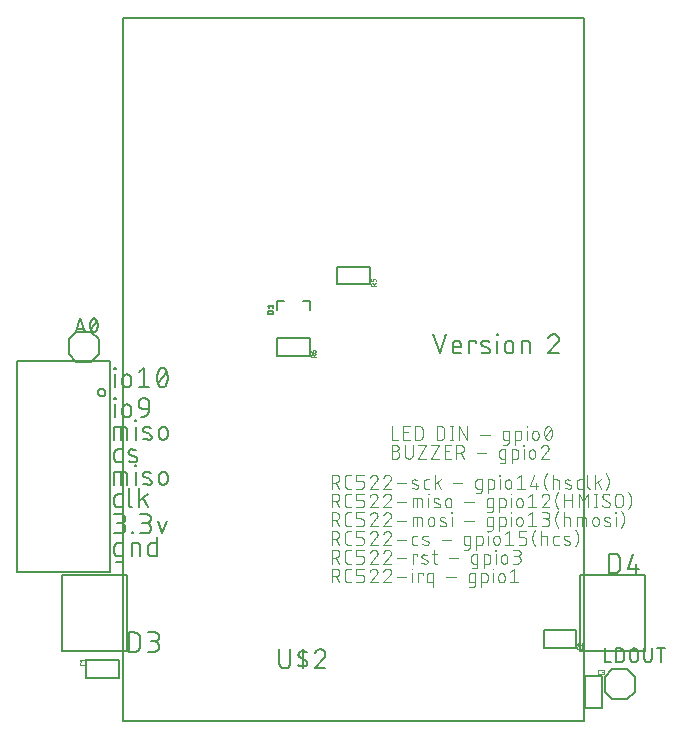
<source format=gto>
G75*
%MOIN*%
%OFA0B0*%
%FSLAX25Y25*%
%IPPOS*%
%LPD*%
%AMOC8*
5,1,8,0,0,1.08239X$1,22.5*
%
%ADD10C,0.00600*%
%ADD11C,0.00400*%
%ADD12C,0.00591*%
%ADD13C,0.00100*%
%ADD14C,0.00800*%
%ADD15C,0.00500*%
D10*
X0016369Y0031205D02*
X0038022Y0031205D01*
X0038022Y0056795D01*
X0016369Y0056795D01*
X0016369Y0031205D01*
X0038716Y0031111D02*
X0040494Y0031111D01*
X0040576Y0031113D01*
X0040658Y0031119D01*
X0040740Y0031128D01*
X0040821Y0031141D01*
X0040901Y0031158D01*
X0040981Y0031179D01*
X0041059Y0031203D01*
X0041136Y0031231D01*
X0041212Y0031262D01*
X0041287Y0031297D01*
X0041359Y0031336D01*
X0041430Y0031377D01*
X0041499Y0031422D01*
X0041565Y0031470D01*
X0041630Y0031521D01*
X0041692Y0031575D01*
X0041751Y0031632D01*
X0041808Y0031691D01*
X0041862Y0031753D01*
X0041913Y0031818D01*
X0041961Y0031884D01*
X0042006Y0031953D01*
X0042047Y0032024D01*
X0042086Y0032096D01*
X0042121Y0032171D01*
X0042152Y0032247D01*
X0042180Y0032324D01*
X0042204Y0032402D01*
X0042225Y0032482D01*
X0042242Y0032562D01*
X0042255Y0032643D01*
X0042264Y0032725D01*
X0042270Y0032807D01*
X0042272Y0032889D01*
X0042272Y0035733D01*
X0042270Y0035815D01*
X0042264Y0035897D01*
X0042255Y0035979D01*
X0042242Y0036060D01*
X0042225Y0036140D01*
X0042204Y0036220D01*
X0042180Y0036298D01*
X0042152Y0036375D01*
X0042121Y0036451D01*
X0042086Y0036526D01*
X0042047Y0036598D01*
X0042006Y0036669D01*
X0041961Y0036738D01*
X0041913Y0036804D01*
X0041862Y0036869D01*
X0041808Y0036931D01*
X0041751Y0036990D01*
X0041692Y0037047D01*
X0041630Y0037101D01*
X0041565Y0037152D01*
X0041499Y0037200D01*
X0041430Y0037245D01*
X0041359Y0037286D01*
X0041287Y0037325D01*
X0041212Y0037360D01*
X0041136Y0037391D01*
X0041059Y0037419D01*
X0040981Y0037443D01*
X0040901Y0037464D01*
X0040821Y0037481D01*
X0040740Y0037494D01*
X0040658Y0037503D01*
X0040576Y0037509D01*
X0040494Y0037511D01*
X0038716Y0037511D01*
X0038716Y0031111D01*
X0045075Y0031111D02*
X0046853Y0031111D01*
X0046936Y0031113D01*
X0047019Y0031119D01*
X0047102Y0031129D01*
X0047185Y0031142D01*
X0047266Y0031160D01*
X0047347Y0031181D01*
X0047426Y0031206D01*
X0047504Y0031235D01*
X0047581Y0031267D01*
X0047656Y0031303D01*
X0047730Y0031342D01*
X0047801Y0031385D01*
X0047871Y0031431D01*
X0047938Y0031481D01*
X0048003Y0031533D01*
X0048065Y0031588D01*
X0048125Y0031647D01*
X0048182Y0031708D01*
X0048236Y0031771D01*
X0048287Y0031837D01*
X0048334Y0031906D01*
X0048379Y0031976D01*
X0048420Y0032049D01*
X0048457Y0032123D01*
X0048492Y0032199D01*
X0048522Y0032277D01*
X0048549Y0032355D01*
X0048572Y0032436D01*
X0048592Y0032517D01*
X0048607Y0032599D01*
X0048619Y0032681D01*
X0048627Y0032764D01*
X0048631Y0032847D01*
X0048631Y0032931D01*
X0048627Y0033014D01*
X0048619Y0033097D01*
X0048607Y0033179D01*
X0048592Y0033261D01*
X0048572Y0033342D01*
X0048549Y0033423D01*
X0048522Y0033501D01*
X0048492Y0033579D01*
X0048457Y0033655D01*
X0048420Y0033729D01*
X0048379Y0033802D01*
X0048334Y0033872D01*
X0048287Y0033941D01*
X0048236Y0034007D01*
X0048182Y0034070D01*
X0048125Y0034131D01*
X0048065Y0034190D01*
X0048003Y0034245D01*
X0047938Y0034297D01*
X0047871Y0034347D01*
X0047801Y0034393D01*
X0047730Y0034436D01*
X0047656Y0034475D01*
X0047581Y0034511D01*
X0047504Y0034543D01*
X0047426Y0034572D01*
X0047347Y0034597D01*
X0047266Y0034618D01*
X0047185Y0034636D01*
X0047102Y0034649D01*
X0047019Y0034659D01*
X0046936Y0034665D01*
X0046853Y0034667D01*
X0047209Y0034667D02*
X0045786Y0034667D01*
X0047209Y0034667D02*
X0047283Y0034669D01*
X0047358Y0034675D01*
X0047431Y0034685D01*
X0047505Y0034698D01*
X0047577Y0034715D01*
X0047648Y0034737D01*
X0047719Y0034761D01*
X0047787Y0034790D01*
X0047855Y0034822D01*
X0047920Y0034858D01*
X0047983Y0034896D01*
X0048045Y0034939D01*
X0048104Y0034984D01*
X0048161Y0035032D01*
X0048215Y0035083D01*
X0048266Y0035137D01*
X0048314Y0035194D01*
X0048359Y0035253D01*
X0048402Y0035315D01*
X0048440Y0035378D01*
X0048476Y0035443D01*
X0048508Y0035511D01*
X0048537Y0035579D01*
X0048561Y0035650D01*
X0048583Y0035721D01*
X0048600Y0035793D01*
X0048613Y0035867D01*
X0048623Y0035940D01*
X0048629Y0036015D01*
X0048631Y0036089D01*
X0048629Y0036163D01*
X0048623Y0036238D01*
X0048613Y0036311D01*
X0048600Y0036385D01*
X0048583Y0036457D01*
X0048561Y0036528D01*
X0048537Y0036599D01*
X0048508Y0036667D01*
X0048476Y0036735D01*
X0048440Y0036800D01*
X0048402Y0036863D01*
X0048359Y0036925D01*
X0048314Y0036984D01*
X0048266Y0037041D01*
X0048215Y0037095D01*
X0048161Y0037146D01*
X0048104Y0037194D01*
X0048045Y0037239D01*
X0047983Y0037282D01*
X0047920Y0037320D01*
X0047855Y0037356D01*
X0047787Y0037388D01*
X0047719Y0037417D01*
X0047648Y0037441D01*
X0047577Y0037463D01*
X0047505Y0037480D01*
X0047431Y0037493D01*
X0047358Y0037503D01*
X0047283Y0037509D01*
X0047209Y0037511D01*
X0045075Y0037511D01*
X0032245Y0057514D02*
X0001339Y0057514D01*
X0001300Y0127986D01*
X0032245Y0127986D01*
X0032245Y0057514D01*
X0034101Y0060917D02*
X0035523Y0060917D01*
X0035523Y0060916D02*
X0035587Y0060918D01*
X0035652Y0060924D01*
X0035715Y0060933D01*
X0035778Y0060947D01*
X0035840Y0060964D01*
X0035901Y0060985D01*
X0035961Y0061010D01*
X0036019Y0061038D01*
X0036075Y0061070D01*
X0036129Y0061105D01*
X0036181Y0061143D01*
X0036231Y0061184D01*
X0036277Y0061229D01*
X0036322Y0061275D01*
X0036363Y0061325D01*
X0036401Y0061377D01*
X0036436Y0061431D01*
X0036468Y0061487D01*
X0036496Y0061545D01*
X0036521Y0061605D01*
X0036542Y0061666D01*
X0036559Y0061728D01*
X0036573Y0061791D01*
X0036582Y0061854D01*
X0036588Y0061919D01*
X0036590Y0061983D01*
X0036590Y0067317D01*
X0034812Y0067317D01*
X0034748Y0067315D01*
X0034683Y0067309D01*
X0034620Y0067300D01*
X0034557Y0067286D01*
X0034495Y0067269D01*
X0034434Y0067248D01*
X0034374Y0067223D01*
X0034316Y0067195D01*
X0034260Y0067163D01*
X0034206Y0067128D01*
X0034154Y0067090D01*
X0034104Y0067049D01*
X0034058Y0067004D01*
X0034013Y0066958D01*
X0033972Y0066908D01*
X0033934Y0066856D01*
X0033899Y0066802D01*
X0033867Y0066746D01*
X0033839Y0066688D01*
X0033814Y0066628D01*
X0033793Y0066567D01*
X0033776Y0066505D01*
X0033762Y0066442D01*
X0033753Y0066379D01*
X0033747Y0066314D01*
X0033745Y0066250D01*
X0033746Y0066250D02*
X0033746Y0064117D01*
X0033745Y0064117D02*
X0033747Y0064053D01*
X0033753Y0063988D01*
X0033762Y0063925D01*
X0033776Y0063862D01*
X0033793Y0063800D01*
X0033814Y0063739D01*
X0033839Y0063679D01*
X0033867Y0063621D01*
X0033899Y0063565D01*
X0033934Y0063511D01*
X0033972Y0063459D01*
X0034013Y0063409D01*
X0034058Y0063363D01*
X0034104Y0063318D01*
X0034154Y0063277D01*
X0034206Y0063239D01*
X0034260Y0063204D01*
X0034316Y0063172D01*
X0034374Y0063144D01*
X0034434Y0063119D01*
X0034495Y0063098D01*
X0034557Y0063081D01*
X0034620Y0063067D01*
X0034683Y0063058D01*
X0034748Y0063052D01*
X0034812Y0063050D01*
X0036590Y0063050D01*
X0039518Y0063050D02*
X0039518Y0067317D01*
X0041296Y0067317D01*
X0041360Y0067315D01*
X0041425Y0067309D01*
X0041488Y0067300D01*
X0041551Y0067286D01*
X0041613Y0067269D01*
X0041674Y0067248D01*
X0041734Y0067223D01*
X0041792Y0067195D01*
X0041848Y0067163D01*
X0041902Y0067128D01*
X0041954Y0067090D01*
X0042004Y0067049D01*
X0042050Y0067004D01*
X0042095Y0066958D01*
X0042136Y0066908D01*
X0042174Y0066856D01*
X0042209Y0066802D01*
X0042241Y0066746D01*
X0042269Y0066688D01*
X0042294Y0066628D01*
X0042315Y0066567D01*
X0042332Y0066505D01*
X0042346Y0066442D01*
X0042355Y0066379D01*
X0042361Y0066314D01*
X0042363Y0066250D01*
X0042363Y0063050D01*
X0045028Y0064117D02*
X0045028Y0066250D01*
X0045030Y0066314D01*
X0045036Y0066379D01*
X0045045Y0066442D01*
X0045059Y0066505D01*
X0045076Y0066567D01*
X0045097Y0066628D01*
X0045122Y0066688D01*
X0045150Y0066746D01*
X0045182Y0066802D01*
X0045217Y0066856D01*
X0045255Y0066908D01*
X0045296Y0066958D01*
X0045341Y0067004D01*
X0045387Y0067049D01*
X0045437Y0067090D01*
X0045489Y0067128D01*
X0045543Y0067163D01*
X0045599Y0067195D01*
X0045657Y0067223D01*
X0045717Y0067248D01*
X0045778Y0067269D01*
X0045840Y0067286D01*
X0045903Y0067300D01*
X0045966Y0067309D01*
X0046031Y0067315D01*
X0046095Y0067317D01*
X0047872Y0067317D01*
X0047872Y0069450D02*
X0047872Y0063050D01*
X0046095Y0063050D01*
X0046031Y0063052D01*
X0045966Y0063058D01*
X0045903Y0063067D01*
X0045840Y0063081D01*
X0045778Y0063098D01*
X0045717Y0063119D01*
X0045657Y0063144D01*
X0045599Y0063172D01*
X0045543Y0063204D01*
X0045489Y0063239D01*
X0045437Y0063277D01*
X0045387Y0063318D01*
X0045341Y0063363D01*
X0045296Y0063409D01*
X0045255Y0063459D01*
X0045217Y0063511D01*
X0045182Y0063565D01*
X0045150Y0063621D01*
X0045122Y0063679D01*
X0045097Y0063739D01*
X0045076Y0063800D01*
X0045059Y0063862D01*
X0045045Y0063925D01*
X0045036Y0063988D01*
X0045030Y0064053D01*
X0045028Y0064117D01*
X0044139Y0070550D02*
X0042361Y0070550D01*
X0040009Y0070550D02*
X0040009Y0070906D01*
X0039653Y0070906D01*
X0039653Y0070550D01*
X0040009Y0070550D01*
X0035523Y0070550D02*
X0033746Y0070550D01*
X0035523Y0070550D02*
X0035606Y0070552D01*
X0035689Y0070558D01*
X0035772Y0070568D01*
X0035855Y0070581D01*
X0035936Y0070599D01*
X0036017Y0070620D01*
X0036096Y0070645D01*
X0036174Y0070674D01*
X0036251Y0070706D01*
X0036326Y0070742D01*
X0036400Y0070781D01*
X0036471Y0070824D01*
X0036541Y0070870D01*
X0036608Y0070920D01*
X0036673Y0070972D01*
X0036735Y0071027D01*
X0036795Y0071086D01*
X0036852Y0071147D01*
X0036906Y0071210D01*
X0036957Y0071276D01*
X0037004Y0071345D01*
X0037049Y0071415D01*
X0037090Y0071488D01*
X0037127Y0071562D01*
X0037162Y0071638D01*
X0037192Y0071716D01*
X0037219Y0071794D01*
X0037242Y0071875D01*
X0037262Y0071956D01*
X0037277Y0072038D01*
X0037289Y0072120D01*
X0037297Y0072203D01*
X0037301Y0072286D01*
X0037301Y0072370D01*
X0037297Y0072453D01*
X0037289Y0072536D01*
X0037277Y0072618D01*
X0037262Y0072700D01*
X0037242Y0072781D01*
X0037219Y0072862D01*
X0037192Y0072940D01*
X0037162Y0073018D01*
X0037127Y0073094D01*
X0037090Y0073168D01*
X0037049Y0073241D01*
X0037004Y0073311D01*
X0036957Y0073380D01*
X0036906Y0073446D01*
X0036852Y0073509D01*
X0036795Y0073570D01*
X0036735Y0073629D01*
X0036673Y0073684D01*
X0036608Y0073736D01*
X0036541Y0073786D01*
X0036471Y0073832D01*
X0036400Y0073875D01*
X0036326Y0073914D01*
X0036251Y0073950D01*
X0036174Y0073982D01*
X0036096Y0074011D01*
X0036017Y0074036D01*
X0035936Y0074057D01*
X0035855Y0074075D01*
X0035772Y0074088D01*
X0035689Y0074098D01*
X0035606Y0074104D01*
X0035523Y0074106D01*
X0035879Y0074106D02*
X0034457Y0074106D01*
X0035879Y0074106D02*
X0035953Y0074108D01*
X0036028Y0074114D01*
X0036101Y0074124D01*
X0036175Y0074137D01*
X0036247Y0074154D01*
X0036318Y0074176D01*
X0036389Y0074200D01*
X0036457Y0074229D01*
X0036525Y0074261D01*
X0036590Y0074297D01*
X0036653Y0074335D01*
X0036715Y0074378D01*
X0036774Y0074423D01*
X0036831Y0074471D01*
X0036885Y0074522D01*
X0036936Y0074576D01*
X0036984Y0074633D01*
X0037029Y0074692D01*
X0037072Y0074754D01*
X0037110Y0074817D01*
X0037146Y0074882D01*
X0037178Y0074950D01*
X0037207Y0075018D01*
X0037231Y0075089D01*
X0037253Y0075160D01*
X0037270Y0075232D01*
X0037283Y0075306D01*
X0037293Y0075379D01*
X0037299Y0075454D01*
X0037301Y0075528D01*
X0037299Y0075602D01*
X0037293Y0075677D01*
X0037283Y0075750D01*
X0037270Y0075824D01*
X0037253Y0075896D01*
X0037231Y0075967D01*
X0037207Y0076038D01*
X0037178Y0076106D01*
X0037146Y0076174D01*
X0037110Y0076239D01*
X0037072Y0076302D01*
X0037029Y0076364D01*
X0036984Y0076423D01*
X0036936Y0076480D01*
X0036885Y0076534D01*
X0036831Y0076585D01*
X0036774Y0076633D01*
X0036715Y0076678D01*
X0036653Y0076721D01*
X0036590Y0076759D01*
X0036525Y0076795D01*
X0036457Y0076827D01*
X0036389Y0076856D01*
X0036318Y0076880D01*
X0036247Y0076902D01*
X0036175Y0076919D01*
X0036101Y0076932D01*
X0036028Y0076942D01*
X0035953Y0076948D01*
X0035879Y0076950D01*
X0033746Y0076950D01*
X0034812Y0079300D02*
X0036235Y0079300D01*
X0034812Y0079300D02*
X0034748Y0079302D01*
X0034683Y0079308D01*
X0034620Y0079317D01*
X0034557Y0079331D01*
X0034495Y0079348D01*
X0034434Y0079369D01*
X0034374Y0079394D01*
X0034316Y0079422D01*
X0034260Y0079454D01*
X0034206Y0079489D01*
X0034154Y0079527D01*
X0034104Y0079568D01*
X0034058Y0079613D01*
X0034013Y0079659D01*
X0033972Y0079709D01*
X0033934Y0079761D01*
X0033899Y0079815D01*
X0033867Y0079871D01*
X0033839Y0079929D01*
X0033814Y0079989D01*
X0033793Y0080050D01*
X0033776Y0080112D01*
X0033762Y0080175D01*
X0033753Y0080238D01*
X0033747Y0080303D01*
X0033745Y0080367D01*
X0033746Y0080367D02*
X0033746Y0082500D01*
X0033745Y0082500D02*
X0033747Y0082564D01*
X0033753Y0082629D01*
X0033762Y0082692D01*
X0033776Y0082755D01*
X0033793Y0082817D01*
X0033814Y0082878D01*
X0033839Y0082938D01*
X0033867Y0082996D01*
X0033899Y0083052D01*
X0033934Y0083106D01*
X0033972Y0083158D01*
X0034013Y0083208D01*
X0034058Y0083254D01*
X0034104Y0083299D01*
X0034154Y0083340D01*
X0034206Y0083378D01*
X0034260Y0083413D01*
X0034316Y0083445D01*
X0034374Y0083473D01*
X0034434Y0083498D01*
X0034495Y0083519D01*
X0034557Y0083536D01*
X0034620Y0083550D01*
X0034683Y0083559D01*
X0034748Y0083565D01*
X0034812Y0083567D01*
X0036235Y0083567D01*
X0038550Y0085700D02*
X0038550Y0080367D01*
X0038552Y0080303D01*
X0038558Y0080238D01*
X0038567Y0080175D01*
X0038581Y0080112D01*
X0038598Y0080050D01*
X0038619Y0079989D01*
X0038644Y0079929D01*
X0038672Y0079871D01*
X0038704Y0079815D01*
X0038739Y0079761D01*
X0038777Y0079709D01*
X0038818Y0079659D01*
X0038863Y0079613D01*
X0038909Y0079568D01*
X0038959Y0079527D01*
X0039011Y0079489D01*
X0039065Y0079454D01*
X0039121Y0079422D01*
X0039179Y0079394D01*
X0039239Y0079369D01*
X0039300Y0079348D01*
X0039362Y0079331D01*
X0039425Y0079317D01*
X0039488Y0079308D01*
X0039553Y0079302D01*
X0039617Y0079300D01*
X0042011Y0079300D02*
X0042011Y0085700D01*
X0040802Y0086800D02*
X0040802Y0091067D01*
X0040980Y0092844D02*
X0040624Y0092844D01*
X0040624Y0093200D01*
X0040980Y0093200D01*
X0040980Y0092844D01*
X0040946Y0098211D02*
X0040838Y0098258D01*
X0040728Y0098301D01*
X0040617Y0098342D01*
X0040505Y0098379D01*
X0040393Y0098413D01*
X0040279Y0098444D01*
X0040164Y0098471D01*
X0040048Y0098495D01*
X0039932Y0098515D01*
X0039816Y0098532D01*
X0039699Y0098546D01*
X0039581Y0098556D01*
X0039464Y0098563D01*
X0039346Y0098567D01*
X0039287Y0098566D01*
X0039227Y0098561D01*
X0039169Y0098552D01*
X0039110Y0098540D01*
X0039053Y0098523D01*
X0038997Y0098504D01*
X0038942Y0098480D01*
X0038889Y0098453D01*
X0038838Y0098423D01*
X0038789Y0098389D01*
X0038742Y0098353D01*
X0038698Y0098313D01*
X0038656Y0098271D01*
X0038617Y0098226D01*
X0038581Y0098178D01*
X0038548Y0098129D01*
X0038519Y0098077D01*
X0038492Y0098024D01*
X0038470Y0097969D01*
X0038451Y0097912D01*
X0038435Y0097855D01*
X0038424Y0097797D01*
X0038416Y0097738D01*
X0038412Y0097678D01*
X0038411Y0097619D01*
X0038415Y0097559D01*
X0038422Y0097500D01*
X0038434Y0097442D01*
X0038449Y0097384D01*
X0038467Y0097328D01*
X0038490Y0097273D01*
X0038515Y0097219D01*
X0038545Y0097167D01*
X0038577Y0097117D01*
X0038613Y0097070D01*
X0038651Y0097024D01*
X0038693Y0096982D01*
X0038737Y0096942D01*
X0038783Y0096905D01*
X0038832Y0096871D01*
X0038883Y0096840D01*
X0038936Y0096813D01*
X0038991Y0096789D01*
X0038990Y0096789D02*
X0040768Y0096078D01*
X0040823Y0096054D01*
X0040876Y0096027D01*
X0040927Y0095996D01*
X0040976Y0095962D01*
X0041022Y0095925D01*
X0041066Y0095885D01*
X0041108Y0095843D01*
X0041146Y0095797D01*
X0041182Y0095750D01*
X0041214Y0095700D01*
X0041244Y0095648D01*
X0041269Y0095594D01*
X0041292Y0095539D01*
X0041310Y0095483D01*
X0041325Y0095425D01*
X0041337Y0095367D01*
X0041344Y0095308D01*
X0041348Y0095248D01*
X0041347Y0095189D01*
X0041343Y0095129D01*
X0041335Y0095070D01*
X0041324Y0095012D01*
X0041308Y0094955D01*
X0041289Y0094898D01*
X0041267Y0094843D01*
X0041240Y0094790D01*
X0041211Y0094738D01*
X0041178Y0094689D01*
X0041142Y0094641D01*
X0041103Y0094596D01*
X0041061Y0094554D01*
X0041017Y0094514D01*
X0040970Y0094478D01*
X0040921Y0094444D01*
X0040870Y0094414D01*
X0040817Y0094387D01*
X0040762Y0094363D01*
X0040706Y0094344D01*
X0040649Y0094327D01*
X0040590Y0094315D01*
X0040532Y0094306D01*
X0040472Y0094301D01*
X0040413Y0094300D01*
X0036946Y0091067D02*
X0033746Y0091067D01*
X0033746Y0086800D01*
X0035879Y0086800D02*
X0035879Y0091067D01*
X0036946Y0091067D02*
X0037010Y0091065D01*
X0037075Y0091059D01*
X0037138Y0091050D01*
X0037201Y0091036D01*
X0037263Y0091019D01*
X0037324Y0090998D01*
X0037384Y0090973D01*
X0037442Y0090945D01*
X0037498Y0090913D01*
X0037552Y0090878D01*
X0037604Y0090840D01*
X0037654Y0090799D01*
X0037700Y0090754D01*
X0037745Y0090708D01*
X0037786Y0090658D01*
X0037824Y0090606D01*
X0037859Y0090552D01*
X0037891Y0090496D01*
X0037919Y0090438D01*
X0037944Y0090378D01*
X0037965Y0090317D01*
X0037982Y0090255D01*
X0037996Y0090192D01*
X0038005Y0090129D01*
X0038011Y0090064D01*
X0038013Y0090000D01*
X0038012Y0090000D02*
X0038012Y0086800D01*
X0042011Y0081433D02*
X0044855Y0083567D01*
X0043255Y0082322D02*
X0044855Y0079300D01*
X0044495Y0076950D02*
X0042361Y0076950D01*
X0044495Y0076950D02*
X0044569Y0076948D01*
X0044644Y0076942D01*
X0044717Y0076932D01*
X0044791Y0076919D01*
X0044863Y0076902D01*
X0044934Y0076880D01*
X0045005Y0076856D01*
X0045073Y0076827D01*
X0045141Y0076795D01*
X0045206Y0076759D01*
X0045269Y0076721D01*
X0045331Y0076678D01*
X0045390Y0076633D01*
X0045447Y0076585D01*
X0045501Y0076534D01*
X0045552Y0076480D01*
X0045600Y0076423D01*
X0045645Y0076364D01*
X0045688Y0076302D01*
X0045726Y0076239D01*
X0045762Y0076174D01*
X0045794Y0076106D01*
X0045823Y0076038D01*
X0045847Y0075967D01*
X0045869Y0075896D01*
X0045886Y0075824D01*
X0045899Y0075750D01*
X0045909Y0075677D01*
X0045915Y0075602D01*
X0045917Y0075528D01*
X0045915Y0075454D01*
X0045909Y0075379D01*
X0045899Y0075306D01*
X0045886Y0075232D01*
X0045869Y0075160D01*
X0045847Y0075089D01*
X0045823Y0075018D01*
X0045794Y0074950D01*
X0045762Y0074882D01*
X0045726Y0074817D01*
X0045688Y0074754D01*
X0045645Y0074692D01*
X0045600Y0074633D01*
X0045552Y0074576D01*
X0045501Y0074522D01*
X0045447Y0074471D01*
X0045390Y0074423D01*
X0045331Y0074378D01*
X0045269Y0074335D01*
X0045206Y0074297D01*
X0045141Y0074261D01*
X0045073Y0074229D01*
X0045005Y0074200D01*
X0044934Y0074176D01*
X0044863Y0074154D01*
X0044791Y0074137D01*
X0044717Y0074124D01*
X0044644Y0074114D01*
X0044569Y0074108D01*
X0044495Y0074106D01*
X0043072Y0074106D01*
X0044139Y0074106D02*
X0044222Y0074104D01*
X0044305Y0074098D01*
X0044388Y0074088D01*
X0044471Y0074075D01*
X0044552Y0074057D01*
X0044633Y0074036D01*
X0044712Y0074011D01*
X0044790Y0073982D01*
X0044867Y0073950D01*
X0044942Y0073914D01*
X0045016Y0073875D01*
X0045087Y0073832D01*
X0045157Y0073786D01*
X0045224Y0073736D01*
X0045289Y0073684D01*
X0045351Y0073629D01*
X0045411Y0073570D01*
X0045468Y0073509D01*
X0045522Y0073446D01*
X0045573Y0073380D01*
X0045620Y0073311D01*
X0045665Y0073241D01*
X0045706Y0073168D01*
X0045743Y0073094D01*
X0045778Y0073018D01*
X0045808Y0072940D01*
X0045835Y0072862D01*
X0045858Y0072781D01*
X0045878Y0072700D01*
X0045893Y0072618D01*
X0045905Y0072536D01*
X0045913Y0072453D01*
X0045917Y0072370D01*
X0045917Y0072286D01*
X0045913Y0072203D01*
X0045905Y0072120D01*
X0045893Y0072038D01*
X0045878Y0071956D01*
X0045858Y0071875D01*
X0045835Y0071794D01*
X0045808Y0071716D01*
X0045778Y0071638D01*
X0045743Y0071562D01*
X0045706Y0071488D01*
X0045665Y0071415D01*
X0045620Y0071345D01*
X0045573Y0071276D01*
X0045522Y0071210D01*
X0045468Y0071147D01*
X0045411Y0071086D01*
X0045351Y0071027D01*
X0045289Y0070972D01*
X0045224Y0070920D01*
X0045157Y0070870D01*
X0045087Y0070824D01*
X0045016Y0070781D01*
X0044942Y0070742D01*
X0044867Y0070706D01*
X0044790Y0070674D01*
X0044712Y0070645D01*
X0044633Y0070620D01*
X0044552Y0070599D01*
X0044471Y0070581D01*
X0044388Y0070568D01*
X0044305Y0070558D01*
X0044222Y0070552D01*
X0044139Y0070550D01*
X0049678Y0070550D02*
X0048255Y0074817D01*
X0051100Y0074817D02*
X0049678Y0070550D01*
X0045767Y0090711D02*
X0045659Y0090758D01*
X0045549Y0090801D01*
X0045438Y0090842D01*
X0045326Y0090879D01*
X0045214Y0090913D01*
X0045100Y0090944D01*
X0044985Y0090971D01*
X0044869Y0090995D01*
X0044753Y0091015D01*
X0044637Y0091032D01*
X0044520Y0091046D01*
X0044402Y0091056D01*
X0044285Y0091063D01*
X0044167Y0091067D01*
X0044166Y0091067D02*
X0044107Y0091066D01*
X0044047Y0091061D01*
X0043989Y0091052D01*
X0043930Y0091040D01*
X0043873Y0091023D01*
X0043817Y0091004D01*
X0043762Y0090980D01*
X0043709Y0090953D01*
X0043658Y0090923D01*
X0043609Y0090889D01*
X0043562Y0090853D01*
X0043518Y0090813D01*
X0043476Y0090771D01*
X0043437Y0090726D01*
X0043401Y0090678D01*
X0043368Y0090629D01*
X0043339Y0090577D01*
X0043312Y0090524D01*
X0043290Y0090469D01*
X0043271Y0090412D01*
X0043255Y0090355D01*
X0043244Y0090297D01*
X0043236Y0090238D01*
X0043232Y0090178D01*
X0043231Y0090119D01*
X0043235Y0090059D01*
X0043242Y0090000D01*
X0043254Y0089942D01*
X0043269Y0089884D01*
X0043287Y0089828D01*
X0043310Y0089773D01*
X0043335Y0089719D01*
X0043365Y0089667D01*
X0043397Y0089617D01*
X0043433Y0089570D01*
X0043471Y0089524D01*
X0043513Y0089482D01*
X0043557Y0089442D01*
X0043603Y0089405D01*
X0043652Y0089371D01*
X0043703Y0089340D01*
X0043756Y0089313D01*
X0043811Y0089289D01*
X0045589Y0088578D01*
X0045588Y0088578D02*
X0045643Y0088554D01*
X0045696Y0088527D01*
X0045747Y0088496D01*
X0045796Y0088462D01*
X0045842Y0088425D01*
X0045886Y0088385D01*
X0045928Y0088343D01*
X0045966Y0088297D01*
X0046002Y0088250D01*
X0046034Y0088200D01*
X0046064Y0088148D01*
X0046089Y0088094D01*
X0046112Y0088039D01*
X0046130Y0087983D01*
X0046145Y0087925D01*
X0046157Y0087867D01*
X0046164Y0087808D01*
X0046168Y0087748D01*
X0046167Y0087689D01*
X0046163Y0087629D01*
X0046155Y0087570D01*
X0046144Y0087512D01*
X0046128Y0087455D01*
X0046109Y0087398D01*
X0046087Y0087343D01*
X0046060Y0087290D01*
X0046031Y0087238D01*
X0045998Y0087189D01*
X0045962Y0087141D01*
X0045923Y0087096D01*
X0045881Y0087054D01*
X0045837Y0087014D01*
X0045790Y0086978D01*
X0045741Y0086944D01*
X0045690Y0086914D01*
X0045637Y0086887D01*
X0045582Y0086863D01*
X0045526Y0086844D01*
X0045469Y0086827D01*
X0045410Y0086815D01*
X0045352Y0086806D01*
X0045292Y0086801D01*
X0045233Y0086800D01*
X0048611Y0088222D02*
X0048611Y0089644D01*
X0048613Y0089718D01*
X0048619Y0089793D01*
X0048629Y0089866D01*
X0048642Y0089940D01*
X0048659Y0090012D01*
X0048681Y0090083D01*
X0048705Y0090154D01*
X0048734Y0090222D01*
X0048766Y0090290D01*
X0048802Y0090355D01*
X0048840Y0090418D01*
X0048883Y0090480D01*
X0048928Y0090539D01*
X0048976Y0090596D01*
X0049027Y0090650D01*
X0049081Y0090701D01*
X0049138Y0090749D01*
X0049197Y0090794D01*
X0049259Y0090837D01*
X0049322Y0090875D01*
X0049387Y0090911D01*
X0049455Y0090943D01*
X0049523Y0090972D01*
X0049594Y0090996D01*
X0049665Y0091018D01*
X0049737Y0091035D01*
X0049811Y0091048D01*
X0049884Y0091058D01*
X0049959Y0091064D01*
X0050033Y0091066D01*
X0050107Y0091064D01*
X0050182Y0091058D01*
X0050255Y0091048D01*
X0050329Y0091035D01*
X0050401Y0091018D01*
X0050472Y0090996D01*
X0050543Y0090972D01*
X0050611Y0090943D01*
X0050679Y0090911D01*
X0050744Y0090875D01*
X0050807Y0090837D01*
X0050869Y0090794D01*
X0050928Y0090749D01*
X0050985Y0090701D01*
X0051039Y0090650D01*
X0051090Y0090596D01*
X0051138Y0090539D01*
X0051183Y0090480D01*
X0051226Y0090418D01*
X0051264Y0090355D01*
X0051300Y0090290D01*
X0051332Y0090222D01*
X0051361Y0090154D01*
X0051385Y0090083D01*
X0051407Y0090012D01*
X0051424Y0089940D01*
X0051437Y0089866D01*
X0051447Y0089793D01*
X0051453Y0089718D01*
X0051455Y0089644D01*
X0051455Y0088222D01*
X0051453Y0088148D01*
X0051447Y0088073D01*
X0051437Y0088000D01*
X0051424Y0087926D01*
X0051407Y0087854D01*
X0051385Y0087783D01*
X0051361Y0087712D01*
X0051332Y0087644D01*
X0051300Y0087576D01*
X0051264Y0087511D01*
X0051226Y0087448D01*
X0051183Y0087386D01*
X0051138Y0087327D01*
X0051090Y0087270D01*
X0051039Y0087216D01*
X0050985Y0087165D01*
X0050928Y0087117D01*
X0050869Y0087072D01*
X0050807Y0087029D01*
X0050744Y0086991D01*
X0050679Y0086955D01*
X0050611Y0086923D01*
X0050543Y0086894D01*
X0050472Y0086870D01*
X0050401Y0086848D01*
X0050329Y0086831D01*
X0050255Y0086818D01*
X0050182Y0086808D01*
X0050107Y0086802D01*
X0050033Y0086800D01*
X0049959Y0086802D01*
X0049884Y0086808D01*
X0049811Y0086818D01*
X0049737Y0086831D01*
X0049665Y0086848D01*
X0049594Y0086870D01*
X0049523Y0086894D01*
X0049455Y0086923D01*
X0049387Y0086955D01*
X0049322Y0086991D01*
X0049259Y0087029D01*
X0049197Y0087072D01*
X0049138Y0087117D01*
X0049081Y0087165D01*
X0049027Y0087216D01*
X0048976Y0087270D01*
X0048928Y0087327D01*
X0048883Y0087386D01*
X0048840Y0087448D01*
X0048802Y0087511D01*
X0048766Y0087576D01*
X0048734Y0087644D01*
X0048705Y0087712D01*
X0048681Y0087783D01*
X0048659Y0087854D01*
X0048642Y0087926D01*
X0048629Y0088000D01*
X0048619Y0088073D01*
X0048613Y0088148D01*
X0048611Y0088222D01*
X0045233Y0086800D02*
X0045079Y0086804D01*
X0044926Y0086812D01*
X0044773Y0086824D01*
X0044620Y0086840D01*
X0044468Y0086859D01*
X0044316Y0086883D01*
X0044165Y0086910D01*
X0044015Y0086942D01*
X0043865Y0086977D01*
X0043716Y0087016D01*
X0043569Y0087059D01*
X0043422Y0087105D01*
X0043277Y0087155D01*
X0036235Y0094300D02*
X0034812Y0094300D01*
X0034748Y0094302D01*
X0034683Y0094308D01*
X0034620Y0094317D01*
X0034557Y0094331D01*
X0034495Y0094348D01*
X0034434Y0094369D01*
X0034374Y0094394D01*
X0034316Y0094422D01*
X0034260Y0094454D01*
X0034206Y0094489D01*
X0034154Y0094527D01*
X0034104Y0094568D01*
X0034058Y0094613D01*
X0034013Y0094659D01*
X0033972Y0094709D01*
X0033934Y0094761D01*
X0033899Y0094815D01*
X0033867Y0094871D01*
X0033839Y0094929D01*
X0033814Y0094989D01*
X0033793Y0095050D01*
X0033776Y0095112D01*
X0033762Y0095175D01*
X0033753Y0095238D01*
X0033747Y0095303D01*
X0033745Y0095367D01*
X0033746Y0095367D02*
X0033746Y0097500D01*
X0033745Y0097500D02*
X0033747Y0097564D01*
X0033753Y0097629D01*
X0033762Y0097692D01*
X0033776Y0097755D01*
X0033793Y0097817D01*
X0033814Y0097878D01*
X0033839Y0097938D01*
X0033867Y0097996D01*
X0033899Y0098052D01*
X0033934Y0098106D01*
X0033972Y0098158D01*
X0034013Y0098208D01*
X0034058Y0098254D01*
X0034104Y0098299D01*
X0034154Y0098340D01*
X0034206Y0098378D01*
X0034260Y0098413D01*
X0034316Y0098445D01*
X0034374Y0098473D01*
X0034434Y0098498D01*
X0034495Y0098519D01*
X0034557Y0098536D01*
X0034620Y0098550D01*
X0034683Y0098559D01*
X0034748Y0098565D01*
X0034812Y0098567D01*
X0036235Y0098567D01*
X0035879Y0101800D02*
X0035879Y0106067D01*
X0036946Y0106067D02*
X0033746Y0106067D01*
X0033746Y0101800D01*
X0038012Y0101800D02*
X0038012Y0105000D01*
X0038013Y0105000D02*
X0038011Y0105064D01*
X0038005Y0105129D01*
X0037996Y0105192D01*
X0037982Y0105255D01*
X0037965Y0105317D01*
X0037944Y0105378D01*
X0037919Y0105438D01*
X0037891Y0105496D01*
X0037859Y0105552D01*
X0037824Y0105606D01*
X0037786Y0105658D01*
X0037745Y0105708D01*
X0037700Y0105754D01*
X0037654Y0105799D01*
X0037604Y0105840D01*
X0037552Y0105878D01*
X0037498Y0105913D01*
X0037442Y0105945D01*
X0037384Y0105973D01*
X0037324Y0105998D01*
X0037263Y0106019D01*
X0037201Y0106036D01*
X0037138Y0106050D01*
X0037075Y0106059D01*
X0037010Y0106065D01*
X0036946Y0106067D01*
X0040802Y0106067D02*
X0040802Y0101800D01*
X0040412Y0094300D02*
X0040258Y0094304D01*
X0040105Y0094312D01*
X0039952Y0094324D01*
X0039799Y0094340D01*
X0039647Y0094359D01*
X0039495Y0094383D01*
X0039344Y0094410D01*
X0039194Y0094442D01*
X0039044Y0094477D01*
X0038895Y0094516D01*
X0038748Y0094559D01*
X0038601Y0094605D01*
X0038456Y0094655D01*
X0044167Y0106067D02*
X0044285Y0106063D01*
X0044402Y0106056D01*
X0044520Y0106046D01*
X0044637Y0106032D01*
X0044753Y0106015D01*
X0044869Y0105995D01*
X0044985Y0105971D01*
X0045100Y0105944D01*
X0045214Y0105913D01*
X0045326Y0105879D01*
X0045438Y0105842D01*
X0045549Y0105801D01*
X0045659Y0105758D01*
X0045767Y0105711D01*
X0044166Y0106067D02*
X0044107Y0106066D01*
X0044047Y0106061D01*
X0043989Y0106052D01*
X0043930Y0106040D01*
X0043873Y0106023D01*
X0043817Y0106004D01*
X0043762Y0105980D01*
X0043709Y0105953D01*
X0043658Y0105923D01*
X0043609Y0105889D01*
X0043562Y0105853D01*
X0043518Y0105813D01*
X0043476Y0105771D01*
X0043437Y0105726D01*
X0043401Y0105678D01*
X0043368Y0105629D01*
X0043339Y0105577D01*
X0043312Y0105524D01*
X0043290Y0105469D01*
X0043271Y0105412D01*
X0043255Y0105355D01*
X0043244Y0105297D01*
X0043236Y0105238D01*
X0043232Y0105178D01*
X0043231Y0105119D01*
X0043235Y0105059D01*
X0043242Y0105000D01*
X0043254Y0104942D01*
X0043269Y0104884D01*
X0043287Y0104828D01*
X0043310Y0104773D01*
X0043335Y0104719D01*
X0043365Y0104667D01*
X0043397Y0104617D01*
X0043433Y0104570D01*
X0043471Y0104524D01*
X0043513Y0104482D01*
X0043557Y0104442D01*
X0043603Y0104405D01*
X0043652Y0104371D01*
X0043703Y0104340D01*
X0043756Y0104313D01*
X0043811Y0104289D01*
X0045589Y0103578D01*
X0045588Y0103578D02*
X0045643Y0103554D01*
X0045696Y0103527D01*
X0045747Y0103496D01*
X0045796Y0103462D01*
X0045842Y0103425D01*
X0045886Y0103385D01*
X0045928Y0103343D01*
X0045966Y0103297D01*
X0046002Y0103250D01*
X0046034Y0103200D01*
X0046064Y0103148D01*
X0046089Y0103094D01*
X0046112Y0103039D01*
X0046130Y0102983D01*
X0046145Y0102925D01*
X0046157Y0102867D01*
X0046164Y0102808D01*
X0046168Y0102748D01*
X0046167Y0102689D01*
X0046163Y0102629D01*
X0046155Y0102570D01*
X0046144Y0102512D01*
X0046128Y0102455D01*
X0046109Y0102398D01*
X0046087Y0102343D01*
X0046060Y0102290D01*
X0046031Y0102238D01*
X0045998Y0102189D01*
X0045962Y0102141D01*
X0045923Y0102096D01*
X0045881Y0102054D01*
X0045837Y0102014D01*
X0045790Y0101978D01*
X0045741Y0101944D01*
X0045690Y0101914D01*
X0045637Y0101887D01*
X0045582Y0101863D01*
X0045526Y0101844D01*
X0045469Y0101827D01*
X0045410Y0101815D01*
X0045352Y0101806D01*
X0045292Y0101801D01*
X0045233Y0101800D01*
X0048611Y0103222D02*
X0048611Y0104644D01*
X0048613Y0104718D01*
X0048619Y0104793D01*
X0048629Y0104866D01*
X0048642Y0104940D01*
X0048659Y0105012D01*
X0048681Y0105083D01*
X0048705Y0105154D01*
X0048734Y0105222D01*
X0048766Y0105290D01*
X0048802Y0105355D01*
X0048840Y0105418D01*
X0048883Y0105480D01*
X0048928Y0105539D01*
X0048976Y0105596D01*
X0049027Y0105650D01*
X0049081Y0105701D01*
X0049138Y0105749D01*
X0049197Y0105794D01*
X0049259Y0105837D01*
X0049322Y0105875D01*
X0049387Y0105911D01*
X0049455Y0105943D01*
X0049523Y0105972D01*
X0049594Y0105996D01*
X0049665Y0106018D01*
X0049737Y0106035D01*
X0049811Y0106048D01*
X0049884Y0106058D01*
X0049959Y0106064D01*
X0050033Y0106066D01*
X0050107Y0106064D01*
X0050182Y0106058D01*
X0050255Y0106048D01*
X0050329Y0106035D01*
X0050401Y0106018D01*
X0050472Y0105996D01*
X0050543Y0105972D01*
X0050611Y0105943D01*
X0050679Y0105911D01*
X0050744Y0105875D01*
X0050807Y0105837D01*
X0050869Y0105794D01*
X0050928Y0105749D01*
X0050985Y0105701D01*
X0051039Y0105650D01*
X0051090Y0105596D01*
X0051138Y0105539D01*
X0051183Y0105480D01*
X0051226Y0105418D01*
X0051264Y0105355D01*
X0051300Y0105290D01*
X0051332Y0105222D01*
X0051361Y0105154D01*
X0051385Y0105083D01*
X0051407Y0105012D01*
X0051424Y0104940D01*
X0051437Y0104866D01*
X0051447Y0104793D01*
X0051453Y0104718D01*
X0051455Y0104644D01*
X0051455Y0103222D01*
X0051453Y0103148D01*
X0051447Y0103073D01*
X0051437Y0103000D01*
X0051424Y0102926D01*
X0051407Y0102854D01*
X0051385Y0102783D01*
X0051361Y0102712D01*
X0051332Y0102644D01*
X0051300Y0102576D01*
X0051264Y0102511D01*
X0051226Y0102448D01*
X0051183Y0102386D01*
X0051138Y0102327D01*
X0051090Y0102270D01*
X0051039Y0102216D01*
X0050985Y0102165D01*
X0050928Y0102117D01*
X0050869Y0102072D01*
X0050807Y0102029D01*
X0050744Y0101991D01*
X0050679Y0101955D01*
X0050611Y0101923D01*
X0050543Y0101894D01*
X0050472Y0101870D01*
X0050401Y0101848D01*
X0050329Y0101831D01*
X0050255Y0101818D01*
X0050182Y0101808D01*
X0050107Y0101802D01*
X0050033Y0101800D01*
X0049959Y0101802D01*
X0049884Y0101808D01*
X0049811Y0101818D01*
X0049737Y0101831D01*
X0049665Y0101848D01*
X0049594Y0101870D01*
X0049523Y0101894D01*
X0049455Y0101923D01*
X0049387Y0101955D01*
X0049322Y0101991D01*
X0049259Y0102029D01*
X0049197Y0102072D01*
X0049138Y0102117D01*
X0049081Y0102165D01*
X0049027Y0102216D01*
X0048976Y0102270D01*
X0048928Y0102327D01*
X0048883Y0102386D01*
X0048840Y0102448D01*
X0048802Y0102511D01*
X0048766Y0102576D01*
X0048734Y0102644D01*
X0048705Y0102712D01*
X0048681Y0102783D01*
X0048659Y0102854D01*
X0048642Y0102926D01*
X0048629Y0103000D01*
X0048619Y0103073D01*
X0048613Y0103148D01*
X0048611Y0103222D01*
X0045233Y0101800D02*
X0045079Y0101804D01*
X0044926Y0101812D01*
X0044773Y0101824D01*
X0044620Y0101840D01*
X0044468Y0101859D01*
X0044316Y0101883D01*
X0044165Y0101910D01*
X0044015Y0101942D01*
X0043865Y0101977D01*
X0043716Y0102016D01*
X0043569Y0102059D01*
X0043422Y0102105D01*
X0043277Y0102155D01*
X0040980Y0107844D02*
X0040624Y0107844D01*
X0040624Y0108200D01*
X0040980Y0108200D01*
X0040980Y0107844D01*
X0039243Y0110722D02*
X0039243Y0112144D01*
X0039241Y0112218D01*
X0039235Y0112293D01*
X0039225Y0112366D01*
X0039212Y0112440D01*
X0039195Y0112512D01*
X0039173Y0112583D01*
X0039149Y0112654D01*
X0039120Y0112722D01*
X0039088Y0112790D01*
X0039052Y0112855D01*
X0039014Y0112918D01*
X0038971Y0112980D01*
X0038926Y0113039D01*
X0038878Y0113096D01*
X0038827Y0113150D01*
X0038773Y0113201D01*
X0038716Y0113249D01*
X0038657Y0113294D01*
X0038595Y0113337D01*
X0038532Y0113375D01*
X0038467Y0113411D01*
X0038399Y0113443D01*
X0038331Y0113472D01*
X0038260Y0113496D01*
X0038189Y0113518D01*
X0038117Y0113535D01*
X0038043Y0113548D01*
X0037970Y0113558D01*
X0037895Y0113564D01*
X0037821Y0113566D01*
X0037747Y0113564D01*
X0037672Y0113558D01*
X0037599Y0113548D01*
X0037525Y0113535D01*
X0037453Y0113518D01*
X0037382Y0113496D01*
X0037311Y0113472D01*
X0037243Y0113443D01*
X0037175Y0113411D01*
X0037110Y0113375D01*
X0037047Y0113337D01*
X0036985Y0113294D01*
X0036926Y0113249D01*
X0036869Y0113201D01*
X0036815Y0113150D01*
X0036764Y0113096D01*
X0036716Y0113039D01*
X0036671Y0112980D01*
X0036628Y0112918D01*
X0036590Y0112855D01*
X0036554Y0112790D01*
X0036522Y0112722D01*
X0036493Y0112654D01*
X0036469Y0112583D01*
X0036447Y0112512D01*
X0036430Y0112440D01*
X0036417Y0112366D01*
X0036407Y0112293D01*
X0036401Y0112218D01*
X0036399Y0112144D01*
X0036399Y0110722D01*
X0036401Y0110648D01*
X0036407Y0110573D01*
X0036417Y0110500D01*
X0036430Y0110426D01*
X0036447Y0110354D01*
X0036469Y0110283D01*
X0036493Y0110212D01*
X0036522Y0110144D01*
X0036554Y0110076D01*
X0036590Y0110011D01*
X0036628Y0109948D01*
X0036671Y0109886D01*
X0036716Y0109827D01*
X0036764Y0109770D01*
X0036815Y0109716D01*
X0036869Y0109665D01*
X0036926Y0109617D01*
X0036985Y0109572D01*
X0037047Y0109529D01*
X0037110Y0109491D01*
X0037175Y0109455D01*
X0037243Y0109423D01*
X0037311Y0109394D01*
X0037382Y0109370D01*
X0037453Y0109348D01*
X0037525Y0109331D01*
X0037599Y0109318D01*
X0037672Y0109308D01*
X0037747Y0109302D01*
X0037821Y0109300D01*
X0037895Y0109302D01*
X0037970Y0109308D01*
X0038043Y0109318D01*
X0038117Y0109331D01*
X0038189Y0109348D01*
X0038260Y0109370D01*
X0038331Y0109394D01*
X0038399Y0109423D01*
X0038467Y0109455D01*
X0038532Y0109491D01*
X0038595Y0109529D01*
X0038657Y0109572D01*
X0038716Y0109617D01*
X0038773Y0109665D01*
X0038827Y0109716D01*
X0038878Y0109770D01*
X0038926Y0109827D01*
X0038971Y0109886D01*
X0039014Y0109948D01*
X0039052Y0110011D01*
X0039088Y0110076D01*
X0039120Y0110144D01*
X0039149Y0110212D01*
X0039173Y0110283D01*
X0039195Y0110354D01*
X0039212Y0110426D01*
X0039225Y0110500D01*
X0039235Y0110573D01*
X0039241Y0110648D01*
X0039243Y0110722D01*
X0042498Y0109300D02*
X0042602Y0109302D01*
X0042706Y0109308D01*
X0042809Y0109317D01*
X0042912Y0109330D01*
X0043015Y0109347D01*
X0043116Y0109368D01*
X0043217Y0109392D01*
X0043317Y0109421D01*
X0043416Y0109452D01*
X0043514Y0109488D01*
X0043610Y0109527D01*
X0043705Y0109569D01*
X0043798Y0109615D01*
X0043890Y0109664D01*
X0043980Y0109716D01*
X0044067Y0109772D01*
X0044153Y0109831D01*
X0044236Y0109893D01*
X0044317Y0109958D01*
X0044396Y0110026D01*
X0044472Y0110097D01*
X0044545Y0110170D01*
X0044616Y0110246D01*
X0044684Y0110325D01*
X0044749Y0110406D01*
X0044811Y0110489D01*
X0044870Y0110575D01*
X0044926Y0110662D01*
X0044978Y0110752D01*
X0045027Y0110844D01*
X0045073Y0110937D01*
X0045115Y0111032D01*
X0045154Y0111128D01*
X0045190Y0111226D01*
X0045221Y0111325D01*
X0045250Y0111425D01*
X0045274Y0111526D01*
X0045295Y0111627D01*
X0045312Y0111730D01*
X0045325Y0111833D01*
X0045334Y0111936D01*
X0045340Y0112040D01*
X0045342Y0112144D01*
X0045343Y0112144D02*
X0045343Y0113922D01*
X0045343Y0112144D02*
X0043209Y0112144D01*
X0043209Y0112145D02*
X0043135Y0112147D01*
X0043060Y0112153D01*
X0042987Y0112163D01*
X0042913Y0112176D01*
X0042841Y0112193D01*
X0042770Y0112215D01*
X0042699Y0112239D01*
X0042631Y0112268D01*
X0042563Y0112300D01*
X0042498Y0112336D01*
X0042435Y0112374D01*
X0042373Y0112417D01*
X0042314Y0112462D01*
X0042257Y0112510D01*
X0042203Y0112561D01*
X0042152Y0112615D01*
X0042104Y0112672D01*
X0042059Y0112731D01*
X0042016Y0112793D01*
X0041978Y0112856D01*
X0041942Y0112921D01*
X0041910Y0112989D01*
X0041881Y0113057D01*
X0041857Y0113128D01*
X0041835Y0113199D01*
X0041818Y0113271D01*
X0041805Y0113345D01*
X0041795Y0113418D01*
X0041789Y0113493D01*
X0041787Y0113567D01*
X0041787Y0113922D01*
X0041789Y0114005D01*
X0041795Y0114088D01*
X0041805Y0114171D01*
X0041818Y0114254D01*
X0041836Y0114335D01*
X0041857Y0114416D01*
X0041882Y0114495D01*
X0041911Y0114573D01*
X0041943Y0114650D01*
X0041979Y0114725D01*
X0042018Y0114799D01*
X0042061Y0114870D01*
X0042107Y0114940D01*
X0042157Y0115007D01*
X0042209Y0115072D01*
X0042264Y0115134D01*
X0042323Y0115194D01*
X0042384Y0115251D01*
X0042447Y0115305D01*
X0042513Y0115356D01*
X0042582Y0115403D01*
X0042652Y0115448D01*
X0042725Y0115489D01*
X0042799Y0115526D01*
X0042875Y0115561D01*
X0042953Y0115591D01*
X0043031Y0115618D01*
X0043112Y0115641D01*
X0043193Y0115661D01*
X0043275Y0115676D01*
X0043357Y0115688D01*
X0043440Y0115696D01*
X0043523Y0115700D01*
X0043607Y0115700D01*
X0043690Y0115696D01*
X0043773Y0115688D01*
X0043855Y0115676D01*
X0043937Y0115661D01*
X0044018Y0115641D01*
X0044099Y0115618D01*
X0044177Y0115591D01*
X0044255Y0115561D01*
X0044331Y0115526D01*
X0044405Y0115489D01*
X0044478Y0115448D01*
X0044548Y0115403D01*
X0044617Y0115356D01*
X0044683Y0115305D01*
X0044746Y0115251D01*
X0044807Y0115194D01*
X0044866Y0115134D01*
X0044921Y0115072D01*
X0044973Y0115007D01*
X0045023Y0114940D01*
X0045069Y0114870D01*
X0045112Y0114799D01*
X0045151Y0114725D01*
X0045187Y0114650D01*
X0045219Y0114573D01*
X0045248Y0114495D01*
X0045273Y0114416D01*
X0045294Y0114335D01*
X0045312Y0114254D01*
X0045325Y0114171D01*
X0045335Y0114088D01*
X0045341Y0114005D01*
X0045343Y0113922D01*
X0045343Y0119300D02*
X0041787Y0119300D01*
X0043565Y0119300D02*
X0043565Y0125700D01*
X0041787Y0124278D01*
X0039243Y0122144D02*
X0039243Y0120722D01*
X0039241Y0120648D01*
X0039235Y0120573D01*
X0039225Y0120500D01*
X0039212Y0120426D01*
X0039195Y0120354D01*
X0039173Y0120283D01*
X0039149Y0120212D01*
X0039120Y0120144D01*
X0039088Y0120076D01*
X0039052Y0120011D01*
X0039014Y0119948D01*
X0038971Y0119886D01*
X0038926Y0119827D01*
X0038878Y0119770D01*
X0038827Y0119716D01*
X0038773Y0119665D01*
X0038716Y0119617D01*
X0038657Y0119572D01*
X0038595Y0119529D01*
X0038532Y0119491D01*
X0038467Y0119455D01*
X0038399Y0119423D01*
X0038331Y0119394D01*
X0038260Y0119370D01*
X0038189Y0119348D01*
X0038117Y0119331D01*
X0038043Y0119318D01*
X0037970Y0119308D01*
X0037895Y0119302D01*
X0037821Y0119300D01*
X0037747Y0119302D01*
X0037672Y0119308D01*
X0037599Y0119318D01*
X0037525Y0119331D01*
X0037453Y0119348D01*
X0037382Y0119370D01*
X0037311Y0119394D01*
X0037243Y0119423D01*
X0037175Y0119455D01*
X0037110Y0119491D01*
X0037047Y0119529D01*
X0036985Y0119572D01*
X0036926Y0119617D01*
X0036869Y0119665D01*
X0036815Y0119716D01*
X0036764Y0119770D01*
X0036716Y0119827D01*
X0036671Y0119886D01*
X0036628Y0119948D01*
X0036590Y0120011D01*
X0036554Y0120076D01*
X0036522Y0120144D01*
X0036493Y0120212D01*
X0036469Y0120283D01*
X0036447Y0120354D01*
X0036430Y0120426D01*
X0036417Y0120500D01*
X0036407Y0120573D01*
X0036401Y0120648D01*
X0036399Y0120722D01*
X0036399Y0122144D01*
X0036401Y0122218D01*
X0036407Y0122293D01*
X0036417Y0122366D01*
X0036430Y0122440D01*
X0036447Y0122512D01*
X0036469Y0122583D01*
X0036493Y0122654D01*
X0036522Y0122722D01*
X0036554Y0122790D01*
X0036590Y0122855D01*
X0036628Y0122918D01*
X0036671Y0122980D01*
X0036716Y0123039D01*
X0036764Y0123096D01*
X0036815Y0123150D01*
X0036869Y0123201D01*
X0036926Y0123249D01*
X0036985Y0123294D01*
X0037047Y0123337D01*
X0037110Y0123375D01*
X0037175Y0123411D01*
X0037243Y0123443D01*
X0037311Y0123472D01*
X0037382Y0123496D01*
X0037453Y0123518D01*
X0037525Y0123535D01*
X0037599Y0123548D01*
X0037672Y0123558D01*
X0037747Y0123564D01*
X0037821Y0123566D01*
X0037895Y0123564D01*
X0037970Y0123558D01*
X0038043Y0123548D01*
X0038117Y0123535D01*
X0038189Y0123518D01*
X0038260Y0123496D01*
X0038331Y0123472D01*
X0038399Y0123443D01*
X0038467Y0123411D01*
X0038532Y0123375D01*
X0038595Y0123337D01*
X0038657Y0123294D01*
X0038716Y0123249D01*
X0038773Y0123201D01*
X0038827Y0123150D01*
X0038878Y0123096D01*
X0038926Y0123039D01*
X0038971Y0122980D01*
X0039014Y0122918D01*
X0039052Y0122855D01*
X0039088Y0122790D01*
X0039120Y0122722D01*
X0039149Y0122654D01*
X0039173Y0122583D01*
X0039195Y0122512D01*
X0039212Y0122440D01*
X0039225Y0122366D01*
X0039235Y0122293D01*
X0039241Y0122218D01*
X0039243Y0122144D01*
X0033923Y0123567D02*
X0033923Y0119300D01*
X0033746Y0115700D02*
X0034101Y0115700D01*
X0034101Y0115344D01*
X0033746Y0115344D01*
X0033746Y0115700D01*
X0033923Y0113567D02*
X0033923Y0109300D01*
X0028244Y0117553D02*
X0028246Y0117623D01*
X0028252Y0117694D01*
X0028262Y0117763D01*
X0028276Y0117832D01*
X0028294Y0117901D01*
X0028315Y0117968D01*
X0028340Y0118034D01*
X0028369Y0118098D01*
X0028402Y0118160D01*
X0028438Y0118221D01*
X0028478Y0118279D01*
X0028520Y0118335D01*
X0028566Y0118389D01*
X0028615Y0118440D01*
X0028666Y0118488D01*
X0028721Y0118533D01*
X0028777Y0118575D01*
X0028836Y0118613D01*
X0028897Y0118648D01*
X0028960Y0118680D01*
X0029025Y0118708D01*
X0029091Y0118733D01*
X0029158Y0118753D01*
X0029227Y0118770D01*
X0029296Y0118783D01*
X0029366Y0118792D01*
X0029436Y0118797D01*
X0029507Y0118798D01*
X0029577Y0118795D01*
X0029647Y0118788D01*
X0029717Y0118777D01*
X0029786Y0118762D01*
X0029854Y0118743D01*
X0029920Y0118721D01*
X0029986Y0118695D01*
X0030050Y0118665D01*
X0030112Y0118631D01*
X0030172Y0118594D01*
X0030229Y0118554D01*
X0030285Y0118510D01*
X0030338Y0118464D01*
X0030388Y0118414D01*
X0030435Y0118362D01*
X0030479Y0118307D01*
X0030520Y0118250D01*
X0030558Y0118191D01*
X0030593Y0118129D01*
X0030623Y0118066D01*
X0030651Y0118001D01*
X0030674Y0117934D01*
X0030694Y0117867D01*
X0030710Y0117798D01*
X0030722Y0117729D01*
X0030730Y0117659D01*
X0030734Y0117588D01*
X0030734Y0117518D01*
X0030730Y0117447D01*
X0030722Y0117377D01*
X0030710Y0117308D01*
X0030694Y0117239D01*
X0030674Y0117172D01*
X0030651Y0117105D01*
X0030623Y0117040D01*
X0030593Y0116977D01*
X0030558Y0116915D01*
X0030520Y0116856D01*
X0030479Y0116799D01*
X0030435Y0116744D01*
X0030388Y0116692D01*
X0030338Y0116642D01*
X0030285Y0116596D01*
X0030229Y0116552D01*
X0030172Y0116512D01*
X0030111Y0116475D01*
X0030050Y0116441D01*
X0029986Y0116411D01*
X0029920Y0116385D01*
X0029854Y0116363D01*
X0029786Y0116344D01*
X0029717Y0116329D01*
X0029647Y0116318D01*
X0029577Y0116311D01*
X0029507Y0116308D01*
X0029436Y0116309D01*
X0029366Y0116314D01*
X0029296Y0116323D01*
X0029227Y0116336D01*
X0029158Y0116353D01*
X0029091Y0116373D01*
X0029025Y0116398D01*
X0028960Y0116426D01*
X0028897Y0116458D01*
X0028836Y0116493D01*
X0028777Y0116531D01*
X0028721Y0116573D01*
X0028666Y0116618D01*
X0028615Y0116666D01*
X0028566Y0116717D01*
X0028520Y0116771D01*
X0028478Y0116827D01*
X0028438Y0116885D01*
X0028402Y0116946D01*
X0028369Y0117008D01*
X0028340Y0117072D01*
X0028315Y0117138D01*
X0028294Y0117205D01*
X0028276Y0117274D01*
X0028262Y0117343D01*
X0028252Y0117412D01*
X0028246Y0117483D01*
X0028244Y0117553D01*
X0033746Y0125344D02*
X0034101Y0125344D01*
X0034101Y0125700D01*
X0033746Y0125700D01*
X0033746Y0125344D01*
X0028446Y0130250D02*
X0025946Y0127750D01*
X0020946Y0127750D01*
X0018446Y0130250D01*
X0018446Y0135250D01*
X0020946Y0137750D01*
X0025946Y0137750D01*
X0028446Y0135250D01*
X0028446Y0130250D01*
X0051496Y0122500D02*
X0051494Y0122359D01*
X0051488Y0122219D01*
X0051479Y0122078D01*
X0051466Y0121938D01*
X0051449Y0121798D01*
X0051429Y0121659D01*
X0051404Y0121521D01*
X0051376Y0121383D01*
X0051345Y0121246D01*
X0051309Y0121109D01*
X0051270Y0120974D01*
X0051228Y0120840D01*
X0051182Y0120707D01*
X0051132Y0120575D01*
X0051079Y0120445D01*
X0051023Y0120316D01*
X0050963Y0120189D01*
X0049719Y0119300D02*
X0049648Y0119302D01*
X0049577Y0119308D01*
X0049507Y0119317D01*
X0049437Y0119331D01*
X0049368Y0119348D01*
X0049301Y0119368D01*
X0049234Y0119393D01*
X0049169Y0119421D01*
X0049105Y0119452D01*
X0049043Y0119487D01*
X0048983Y0119525D01*
X0048925Y0119566D01*
X0048870Y0119610D01*
X0048817Y0119658D01*
X0048767Y0119708D01*
X0048719Y0119760D01*
X0048674Y0119815D01*
X0048633Y0119873D01*
X0048594Y0119933D01*
X0048559Y0119994D01*
X0048527Y0120058D01*
X0048499Y0120123D01*
X0048474Y0120189D01*
X0048297Y0120722D02*
X0051141Y0124278D01*
X0050964Y0124811D02*
X0050939Y0124877D01*
X0050911Y0124942D01*
X0050879Y0125006D01*
X0050844Y0125067D01*
X0050805Y0125127D01*
X0050764Y0125185D01*
X0050719Y0125240D01*
X0050671Y0125292D01*
X0050621Y0125342D01*
X0050568Y0125390D01*
X0050513Y0125434D01*
X0050455Y0125475D01*
X0050395Y0125513D01*
X0050333Y0125548D01*
X0050269Y0125579D01*
X0050204Y0125607D01*
X0050137Y0125632D01*
X0050070Y0125652D01*
X0050001Y0125669D01*
X0049931Y0125683D01*
X0049861Y0125692D01*
X0049790Y0125698D01*
X0049719Y0125700D01*
X0049648Y0125698D01*
X0049577Y0125692D01*
X0049507Y0125683D01*
X0049437Y0125669D01*
X0049368Y0125652D01*
X0049301Y0125632D01*
X0049234Y0125607D01*
X0049169Y0125579D01*
X0049105Y0125548D01*
X0049043Y0125513D01*
X0048983Y0125475D01*
X0048925Y0125434D01*
X0048870Y0125390D01*
X0048817Y0125342D01*
X0048767Y0125292D01*
X0048719Y0125240D01*
X0048674Y0125185D01*
X0048633Y0125127D01*
X0048594Y0125067D01*
X0048559Y0125006D01*
X0048527Y0124942D01*
X0048499Y0124877D01*
X0048474Y0124811D01*
X0050963Y0124811D02*
X0051023Y0124684D01*
X0051079Y0124555D01*
X0051132Y0124425D01*
X0051182Y0124293D01*
X0051228Y0124160D01*
X0051270Y0124026D01*
X0051309Y0123891D01*
X0051345Y0123754D01*
X0051376Y0123617D01*
X0051404Y0123479D01*
X0051429Y0123341D01*
X0051449Y0123202D01*
X0051466Y0123062D01*
X0051479Y0122922D01*
X0051488Y0122781D01*
X0051494Y0122641D01*
X0051496Y0122500D01*
X0047941Y0122500D02*
X0047943Y0122641D01*
X0047949Y0122781D01*
X0047958Y0122922D01*
X0047971Y0123062D01*
X0047988Y0123202D01*
X0048008Y0123341D01*
X0048033Y0123479D01*
X0048061Y0123617D01*
X0048092Y0123754D01*
X0048128Y0123891D01*
X0048167Y0124026D01*
X0048209Y0124160D01*
X0048255Y0124293D01*
X0048305Y0124425D01*
X0048358Y0124555D01*
X0048414Y0124684D01*
X0048474Y0124811D01*
X0050964Y0120189D02*
X0050939Y0120123D01*
X0050911Y0120058D01*
X0050879Y0119994D01*
X0050844Y0119933D01*
X0050805Y0119873D01*
X0050764Y0119815D01*
X0050719Y0119760D01*
X0050671Y0119708D01*
X0050621Y0119658D01*
X0050568Y0119610D01*
X0050512Y0119566D01*
X0050455Y0119525D01*
X0050395Y0119487D01*
X0050333Y0119452D01*
X0050269Y0119421D01*
X0050204Y0119393D01*
X0050137Y0119368D01*
X0050070Y0119348D01*
X0050001Y0119331D01*
X0049931Y0119317D01*
X0049861Y0119308D01*
X0049790Y0119302D01*
X0049719Y0119300D01*
X0048474Y0120189D02*
X0048414Y0120316D01*
X0048358Y0120445D01*
X0048305Y0120575D01*
X0048255Y0120707D01*
X0048209Y0120840D01*
X0048167Y0120974D01*
X0048128Y0121109D01*
X0048092Y0121246D01*
X0048061Y0121383D01*
X0048033Y0121521D01*
X0048008Y0121659D01*
X0047988Y0121798D01*
X0047971Y0121938D01*
X0047958Y0122078D01*
X0047949Y0122219D01*
X0047943Y0122359D01*
X0047941Y0122500D01*
X0088746Y0031950D02*
X0088746Y0027328D01*
X0088745Y0027328D02*
X0088747Y0027245D01*
X0088753Y0027162D01*
X0088763Y0027079D01*
X0088776Y0026996D01*
X0088794Y0026915D01*
X0088815Y0026834D01*
X0088840Y0026755D01*
X0088869Y0026677D01*
X0088901Y0026600D01*
X0088937Y0026525D01*
X0088976Y0026451D01*
X0089019Y0026380D01*
X0089065Y0026310D01*
X0089115Y0026243D01*
X0089167Y0026178D01*
X0089222Y0026116D01*
X0089281Y0026056D01*
X0089342Y0025999D01*
X0089405Y0025945D01*
X0089471Y0025894D01*
X0089540Y0025847D01*
X0089610Y0025802D01*
X0089683Y0025761D01*
X0089757Y0025724D01*
X0089833Y0025689D01*
X0089911Y0025659D01*
X0089989Y0025632D01*
X0090070Y0025609D01*
X0090151Y0025589D01*
X0090233Y0025574D01*
X0090315Y0025562D01*
X0090398Y0025554D01*
X0090481Y0025550D01*
X0090565Y0025550D01*
X0090648Y0025554D01*
X0090731Y0025562D01*
X0090813Y0025574D01*
X0090895Y0025589D01*
X0090976Y0025609D01*
X0091057Y0025632D01*
X0091135Y0025659D01*
X0091213Y0025689D01*
X0091289Y0025724D01*
X0091363Y0025761D01*
X0091436Y0025802D01*
X0091506Y0025847D01*
X0091575Y0025894D01*
X0091641Y0025945D01*
X0091704Y0025999D01*
X0091765Y0026056D01*
X0091824Y0026116D01*
X0091879Y0026178D01*
X0091931Y0026243D01*
X0091981Y0026310D01*
X0092027Y0026380D01*
X0092070Y0026451D01*
X0092109Y0026525D01*
X0092145Y0026600D01*
X0092177Y0026677D01*
X0092206Y0026755D01*
X0092231Y0026834D01*
X0092252Y0026915D01*
X0092270Y0026996D01*
X0092283Y0027079D01*
X0092293Y0027162D01*
X0092299Y0027245D01*
X0092301Y0027328D01*
X0092301Y0031950D01*
X0096472Y0031950D02*
X0096472Y0025550D01*
X0097006Y0026261D02*
X0097069Y0026275D01*
X0097131Y0026292D01*
X0097191Y0026313D01*
X0097251Y0026337D01*
X0097308Y0026366D01*
X0097364Y0026397D01*
X0097418Y0026432D01*
X0097470Y0026470D01*
X0097520Y0026511D01*
X0097566Y0026555D01*
X0097610Y0026602D01*
X0097651Y0026652D01*
X0097689Y0026703D01*
X0097724Y0026757D01*
X0097756Y0026813D01*
X0097784Y0026871D01*
X0097808Y0026931D01*
X0097829Y0026991D01*
X0097846Y0027053D01*
X0097860Y0027116D01*
X0097869Y0027180D01*
X0097875Y0027244D01*
X0097877Y0027308D01*
X0097875Y0027372D01*
X0097869Y0027436D01*
X0097859Y0027499D01*
X0097846Y0027562D01*
X0097828Y0027624D01*
X0097807Y0027685D01*
X0097782Y0027744D01*
X0097754Y0027802D01*
X0097722Y0027858D01*
X0097687Y0027912D01*
X0097649Y0027963D01*
X0097608Y0028012D01*
X0097564Y0028059D01*
X0097517Y0028103D01*
X0097467Y0028144D01*
X0097415Y0028182D01*
X0097361Y0028217D01*
X0096472Y0028750D01*
X0095583Y0029283D01*
X0095050Y0026616D02*
X0095138Y0026566D01*
X0095227Y0026518D01*
X0095319Y0026474D01*
X0095412Y0026433D01*
X0095506Y0026396D01*
X0095602Y0026362D01*
X0095699Y0026331D01*
X0095797Y0026304D01*
X0095896Y0026280D01*
X0095995Y0026260D01*
X0096095Y0026244D01*
X0096196Y0026231D01*
X0096297Y0026222D01*
X0096399Y0026217D01*
X0096500Y0026215D01*
X0096602Y0026217D01*
X0096703Y0026222D01*
X0096804Y0026232D01*
X0096905Y0026244D01*
X0097005Y0026261D01*
X0097894Y0030884D02*
X0097806Y0030934D01*
X0097716Y0030982D01*
X0097625Y0031026D01*
X0097532Y0031067D01*
X0097438Y0031104D01*
X0097342Y0031138D01*
X0097245Y0031169D01*
X0097147Y0031196D01*
X0097048Y0031220D01*
X0096949Y0031240D01*
X0096849Y0031256D01*
X0096748Y0031269D01*
X0096647Y0031278D01*
X0096545Y0031283D01*
X0096444Y0031285D01*
X0096342Y0031283D01*
X0096241Y0031278D01*
X0096140Y0031268D01*
X0096039Y0031256D01*
X0095939Y0031239D01*
X0095876Y0031225D01*
X0095814Y0031208D01*
X0095754Y0031187D01*
X0095694Y0031163D01*
X0095637Y0031134D01*
X0095581Y0031103D01*
X0095527Y0031068D01*
X0095475Y0031030D01*
X0095426Y0030989D01*
X0095379Y0030945D01*
X0095335Y0030898D01*
X0095294Y0030848D01*
X0095256Y0030797D01*
X0095221Y0030743D01*
X0095189Y0030687D01*
X0095161Y0030629D01*
X0095137Y0030569D01*
X0095116Y0030509D01*
X0095099Y0030447D01*
X0095085Y0030384D01*
X0095076Y0030320D01*
X0095070Y0030256D01*
X0095068Y0030192D01*
X0095070Y0030128D01*
X0095076Y0030064D01*
X0095086Y0030001D01*
X0095099Y0029938D01*
X0095117Y0029876D01*
X0095138Y0029815D01*
X0095163Y0029756D01*
X0095191Y0029698D01*
X0095223Y0029642D01*
X0095258Y0029588D01*
X0095296Y0029537D01*
X0095337Y0029488D01*
X0095381Y0029441D01*
X0095428Y0029397D01*
X0095478Y0029356D01*
X0095530Y0029318D01*
X0095584Y0029283D01*
X0100438Y0025550D02*
X0103994Y0025550D01*
X0100438Y0025550D02*
X0103461Y0029106D01*
X0102394Y0031950D02*
X0102305Y0031948D01*
X0102216Y0031942D01*
X0102127Y0031933D01*
X0102039Y0031919D01*
X0101952Y0031902D01*
X0101865Y0031881D01*
X0101779Y0031856D01*
X0101695Y0031828D01*
X0101612Y0031795D01*
X0101530Y0031760D01*
X0101450Y0031720D01*
X0101372Y0031678D01*
X0101295Y0031632D01*
X0101221Y0031583D01*
X0101149Y0031530D01*
X0101079Y0031475D01*
X0101012Y0031416D01*
X0100947Y0031355D01*
X0100885Y0031291D01*
X0100826Y0031224D01*
X0100770Y0031155D01*
X0100717Y0031083D01*
X0100667Y0031009D01*
X0100620Y0030933D01*
X0100577Y0030856D01*
X0100537Y0030776D01*
X0100500Y0030695D01*
X0100467Y0030612D01*
X0100438Y0030527D01*
X0103461Y0029105D02*
X0103518Y0029163D01*
X0103574Y0029224D01*
X0103626Y0029287D01*
X0103675Y0029352D01*
X0103721Y0029420D01*
X0103763Y0029490D01*
X0103803Y0029562D01*
X0103838Y0029635D01*
X0103871Y0029711D01*
X0103899Y0029787D01*
X0103924Y0029865D01*
X0103945Y0029944D01*
X0103963Y0030024D01*
X0103976Y0030105D01*
X0103986Y0030186D01*
X0103992Y0030268D01*
X0103994Y0030350D01*
X0103992Y0030429D01*
X0103986Y0030507D01*
X0103977Y0030585D01*
X0103963Y0030662D01*
X0103946Y0030739D01*
X0103925Y0030814D01*
X0103900Y0030889D01*
X0103872Y0030962D01*
X0103840Y0031034D01*
X0103805Y0031104D01*
X0103766Y0031173D01*
X0103724Y0031239D01*
X0103679Y0031303D01*
X0103631Y0031365D01*
X0103580Y0031424D01*
X0103525Y0031481D01*
X0103468Y0031536D01*
X0103409Y0031587D01*
X0103347Y0031635D01*
X0103283Y0031680D01*
X0103217Y0031722D01*
X0103148Y0031761D01*
X0103078Y0031796D01*
X0103006Y0031828D01*
X0102933Y0031856D01*
X0102858Y0031881D01*
X0102783Y0031902D01*
X0102706Y0031919D01*
X0102629Y0031933D01*
X0102551Y0031942D01*
X0102473Y0031948D01*
X0102394Y0031950D01*
X0188869Y0031205D02*
X0210522Y0031205D01*
X0210522Y0056795D01*
X0188869Y0056795D01*
X0188869Y0031205D01*
X0197196Y0022750D02*
X0199696Y0025250D01*
X0204696Y0025250D01*
X0207196Y0022750D01*
X0207196Y0017750D01*
X0204696Y0015250D01*
X0199696Y0015250D01*
X0197196Y0017750D01*
X0197196Y0022750D01*
X0198716Y0057361D02*
X0200494Y0057361D01*
X0200576Y0057363D01*
X0200658Y0057369D01*
X0200740Y0057378D01*
X0200821Y0057391D01*
X0200901Y0057408D01*
X0200981Y0057429D01*
X0201059Y0057453D01*
X0201136Y0057481D01*
X0201212Y0057512D01*
X0201287Y0057547D01*
X0201359Y0057586D01*
X0201430Y0057627D01*
X0201499Y0057672D01*
X0201565Y0057720D01*
X0201630Y0057771D01*
X0201692Y0057825D01*
X0201751Y0057882D01*
X0201808Y0057941D01*
X0201862Y0058003D01*
X0201913Y0058068D01*
X0201961Y0058134D01*
X0202006Y0058203D01*
X0202047Y0058274D01*
X0202086Y0058346D01*
X0202121Y0058421D01*
X0202152Y0058497D01*
X0202180Y0058574D01*
X0202204Y0058652D01*
X0202225Y0058732D01*
X0202242Y0058812D01*
X0202255Y0058893D01*
X0202264Y0058975D01*
X0202270Y0059057D01*
X0202272Y0059139D01*
X0202272Y0061983D01*
X0202270Y0062065D01*
X0202264Y0062147D01*
X0202255Y0062229D01*
X0202242Y0062310D01*
X0202225Y0062390D01*
X0202204Y0062470D01*
X0202180Y0062548D01*
X0202152Y0062625D01*
X0202121Y0062701D01*
X0202086Y0062776D01*
X0202047Y0062848D01*
X0202006Y0062919D01*
X0201961Y0062988D01*
X0201913Y0063054D01*
X0201862Y0063119D01*
X0201808Y0063181D01*
X0201751Y0063240D01*
X0201692Y0063297D01*
X0201630Y0063351D01*
X0201565Y0063402D01*
X0201499Y0063450D01*
X0201430Y0063495D01*
X0201359Y0063536D01*
X0201287Y0063575D01*
X0201212Y0063610D01*
X0201136Y0063641D01*
X0201059Y0063669D01*
X0200981Y0063693D01*
X0200901Y0063714D01*
X0200821Y0063731D01*
X0200740Y0063744D01*
X0200658Y0063753D01*
X0200576Y0063759D01*
X0200494Y0063761D01*
X0198716Y0063761D01*
X0198716Y0057361D01*
X0205075Y0058783D02*
X0206498Y0063761D01*
X0207564Y0060205D02*
X0207564Y0057361D01*
X0208631Y0058783D02*
X0205075Y0058783D01*
X0181857Y0130550D02*
X0178301Y0130550D01*
X0181323Y0134106D01*
X0180257Y0136950D02*
X0180168Y0136948D01*
X0180079Y0136942D01*
X0179990Y0136933D01*
X0179902Y0136919D01*
X0179815Y0136902D01*
X0179728Y0136881D01*
X0179642Y0136856D01*
X0179558Y0136828D01*
X0179475Y0136795D01*
X0179393Y0136760D01*
X0179313Y0136720D01*
X0179235Y0136678D01*
X0179158Y0136632D01*
X0179084Y0136583D01*
X0179012Y0136530D01*
X0178942Y0136475D01*
X0178875Y0136416D01*
X0178810Y0136355D01*
X0178748Y0136291D01*
X0178689Y0136224D01*
X0178633Y0136155D01*
X0178580Y0136083D01*
X0178530Y0136009D01*
X0178483Y0135933D01*
X0178440Y0135856D01*
X0178400Y0135776D01*
X0178363Y0135695D01*
X0178330Y0135612D01*
X0178301Y0135527D01*
X0181324Y0134105D02*
X0181381Y0134163D01*
X0181437Y0134224D01*
X0181489Y0134287D01*
X0181538Y0134352D01*
X0181584Y0134420D01*
X0181626Y0134490D01*
X0181666Y0134562D01*
X0181701Y0134635D01*
X0181734Y0134711D01*
X0181762Y0134787D01*
X0181787Y0134865D01*
X0181808Y0134944D01*
X0181826Y0135024D01*
X0181839Y0135105D01*
X0181849Y0135186D01*
X0181855Y0135268D01*
X0181857Y0135350D01*
X0181855Y0135429D01*
X0181849Y0135507D01*
X0181840Y0135585D01*
X0181826Y0135662D01*
X0181809Y0135739D01*
X0181788Y0135814D01*
X0181763Y0135889D01*
X0181735Y0135962D01*
X0181703Y0136034D01*
X0181668Y0136104D01*
X0181629Y0136173D01*
X0181587Y0136239D01*
X0181542Y0136303D01*
X0181494Y0136365D01*
X0181443Y0136424D01*
X0181388Y0136481D01*
X0181331Y0136536D01*
X0181272Y0136587D01*
X0181210Y0136635D01*
X0181146Y0136680D01*
X0181080Y0136722D01*
X0181011Y0136761D01*
X0180941Y0136796D01*
X0180869Y0136828D01*
X0180796Y0136856D01*
X0180721Y0136881D01*
X0180646Y0136902D01*
X0180569Y0136919D01*
X0180492Y0136933D01*
X0180414Y0136942D01*
X0180336Y0136948D01*
X0180257Y0136950D01*
X0172270Y0133750D02*
X0172270Y0130550D01*
X0169426Y0130550D02*
X0169426Y0134817D01*
X0171203Y0134817D01*
X0171267Y0134815D01*
X0171332Y0134809D01*
X0171395Y0134800D01*
X0171458Y0134786D01*
X0171520Y0134769D01*
X0171581Y0134748D01*
X0171641Y0134723D01*
X0171699Y0134695D01*
X0171755Y0134663D01*
X0171809Y0134628D01*
X0171861Y0134590D01*
X0171911Y0134549D01*
X0171957Y0134504D01*
X0172002Y0134458D01*
X0172043Y0134408D01*
X0172081Y0134356D01*
X0172116Y0134302D01*
X0172148Y0134246D01*
X0172176Y0134188D01*
X0172201Y0134128D01*
X0172222Y0134067D01*
X0172239Y0134005D01*
X0172253Y0133942D01*
X0172262Y0133879D01*
X0172268Y0133814D01*
X0172270Y0133750D01*
X0166731Y0133394D02*
X0166731Y0131972D01*
X0166729Y0131898D01*
X0166723Y0131823D01*
X0166713Y0131750D01*
X0166700Y0131676D01*
X0166683Y0131604D01*
X0166661Y0131533D01*
X0166637Y0131462D01*
X0166608Y0131394D01*
X0166576Y0131326D01*
X0166540Y0131261D01*
X0166502Y0131198D01*
X0166459Y0131136D01*
X0166414Y0131077D01*
X0166366Y0131020D01*
X0166315Y0130966D01*
X0166261Y0130915D01*
X0166204Y0130867D01*
X0166145Y0130822D01*
X0166083Y0130779D01*
X0166020Y0130741D01*
X0165955Y0130705D01*
X0165887Y0130673D01*
X0165819Y0130644D01*
X0165748Y0130620D01*
X0165677Y0130598D01*
X0165605Y0130581D01*
X0165531Y0130568D01*
X0165458Y0130558D01*
X0165383Y0130552D01*
X0165309Y0130550D01*
X0165235Y0130552D01*
X0165160Y0130558D01*
X0165087Y0130568D01*
X0165013Y0130581D01*
X0164941Y0130598D01*
X0164870Y0130620D01*
X0164799Y0130644D01*
X0164731Y0130673D01*
X0164663Y0130705D01*
X0164598Y0130741D01*
X0164535Y0130779D01*
X0164473Y0130822D01*
X0164414Y0130867D01*
X0164357Y0130915D01*
X0164303Y0130966D01*
X0164252Y0131020D01*
X0164204Y0131077D01*
X0164159Y0131136D01*
X0164116Y0131198D01*
X0164078Y0131261D01*
X0164042Y0131326D01*
X0164010Y0131394D01*
X0163981Y0131462D01*
X0163957Y0131533D01*
X0163935Y0131604D01*
X0163918Y0131676D01*
X0163905Y0131750D01*
X0163895Y0131823D01*
X0163889Y0131898D01*
X0163887Y0131972D01*
X0163887Y0133394D01*
X0163889Y0133468D01*
X0163895Y0133543D01*
X0163905Y0133616D01*
X0163918Y0133690D01*
X0163935Y0133762D01*
X0163957Y0133833D01*
X0163981Y0133904D01*
X0164010Y0133972D01*
X0164042Y0134040D01*
X0164078Y0134105D01*
X0164116Y0134168D01*
X0164159Y0134230D01*
X0164204Y0134289D01*
X0164252Y0134346D01*
X0164303Y0134400D01*
X0164357Y0134451D01*
X0164414Y0134499D01*
X0164473Y0134544D01*
X0164535Y0134587D01*
X0164598Y0134625D01*
X0164663Y0134661D01*
X0164731Y0134693D01*
X0164799Y0134722D01*
X0164870Y0134746D01*
X0164941Y0134768D01*
X0165013Y0134785D01*
X0165087Y0134798D01*
X0165160Y0134808D01*
X0165235Y0134814D01*
X0165309Y0134816D01*
X0165383Y0134814D01*
X0165458Y0134808D01*
X0165531Y0134798D01*
X0165605Y0134785D01*
X0165677Y0134768D01*
X0165748Y0134746D01*
X0165819Y0134722D01*
X0165887Y0134693D01*
X0165955Y0134661D01*
X0166020Y0134625D01*
X0166083Y0134587D01*
X0166145Y0134544D01*
X0166204Y0134499D01*
X0166261Y0134451D01*
X0166315Y0134400D01*
X0166366Y0134346D01*
X0166414Y0134289D01*
X0166459Y0134230D01*
X0166502Y0134168D01*
X0166540Y0134105D01*
X0166576Y0134040D01*
X0166608Y0133972D01*
X0166637Y0133904D01*
X0166661Y0133833D01*
X0166683Y0133762D01*
X0166700Y0133690D01*
X0166713Y0133616D01*
X0166723Y0133543D01*
X0166729Y0133468D01*
X0166731Y0133394D01*
X0161589Y0136594D02*
X0161234Y0136594D01*
X0161234Y0136950D01*
X0161589Y0136950D01*
X0161589Y0136594D01*
X0161412Y0134817D02*
X0161412Y0130550D01*
X0158048Y0130550D02*
X0158107Y0130551D01*
X0158167Y0130556D01*
X0158225Y0130565D01*
X0158284Y0130577D01*
X0158341Y0130594D01*
X0158397Y0130613D01*
X0158452Y0130637D01*
X0158505Y0130664D01*
X0158556Y0130694D01*
X0158605Y0130728D01*
X0158652Y0130764D01*
X0158696Y0130804D01*
X0158738Y0130846D01*
X0158777Y0130891D01*
X0158813Y0130939D01*
X0158846Y0130988D01*
X0158875Y0131040D01*
X0158902Y0131093D01*
X0158924Y0131148D01*
X0158943Y0131205D01*
X0158959Y0131262D01*
X0158970Y0131320D01*
X0158978Y0131379D01*
X0158982Y0131439D01*
X0158983Y0131498D01*
X0158979Y0131558D01*
X0158972Y0131617D01*
X0158960Y0131675D01*
X0158945Y0131733D01*
X0158927Y0131789D01*
X0158904Y0131844D01*
X0158879Y0131898D01*
X0158849Y0131950D01*
X0158817Y0132000D01*
X0158781Y0132047D01*
X0158743Y0132093D01*
X0158701Y0132135D01*
X0158657Y0132175D01*
X0158611Y0132212D01*
X0158562Y0132246D01*
X0158511Y0132277D01*
X0158458Y0132304D01*
X0158403Y0132328D01*
X0156625Y0133039D01*
X0156626Y0133039D02*
X0156571Y0133063D01*
X0156518Y0133090D01*
X0156467Y0133121D01*
X0156418Y0133155D01*
X0156372Y0133192D01*
X0156328Y0133232D01*
X0156286Y0133274D01*
X0156248Y0133320D01*
X0156212Y0133367D01*
X0156180Y0133417D01*
X0156150Y0133469D01*
X0156125Y0133523D01*
X0156102Y0133578D01*
X0156084Y0133634D01*
X0156069Y0133692D01*
X0156057Y0133750D01*
X0156050Y0133809D01*
X0156046Y0133869D01*
X0156047Y0133928D01*
X0156051Y0133988D01*
X0156059Y0134047D01*
X0156070Y0134105D01*
X0156086Y0134162D01*
X0156105Y0134219D01*
X0156127Y0134274D01*
X0156154Y0134327D01*
X0156183Y0134379D01*
X0156216Y0134428D01*
X0156252Y0134476D01*
X0156291Y0134521D01*
X0156333Y0134563D01*
X0156377Y0134603D01*
X0156424Y0134639D01*
X0156473Y0134673D01*
X0156524Y0134703D01*
X0156577Y0134730D01*
X0156632Y0134754D01*
X0156688Y0134773D01*
X0156745Y0134790D01*
X0156804Y0134802D01*
X0156862Y0134811D01*
X0156922Y0134816D01*
X0156981Y0134817D01*
X0156092Y0130905D02*
X0156237Y0130855D01*
X0156384Y0130809D01*
X0156531Y0130766D01*
X0156680Y0130727D01*
X0156830Y0130692D01*
X0156980Y0130660D01*
X0157131Y0130633D01*
X0157283Y0130609D01*
X0157435Y0130590D01*
X0157588Y0130574D01*
X0157741Y0130562D01*
X0157894Y0130554D01*
X0158048Y0130550D01*
X0158581Y0134461D02*
X0158473Y0134508D01*
X0158363Y0134551D01*
X0158252Y0134592D01*
X0158140Y0134629D01*
X0158028Y0134663D01*
X0157914Y0134694D01*
X0157799Y0134721D01*
X0157683Y0134745D01*
X0157567Y0134765D01*
X0157451Y0134782D01*
X0157334Y0134796D01*
X0157216Y0134806D01*
X0157099Y0134813D01*
X0156981Y0134817D01*
X0154156Y0134817D02*
X0154156Y0134106D01*
X0154156Y0134817D02*
X0152023Y0134817D01*
X0152023Y0130550D01*
X0149295Y0130550D02*
X0147517Y0130550D01*
X0147453Y0130552D01*
X0147388Y0130558D01*
X0147325Y0130567D01*
X0147262Y0130581D01*
X0147200Y0130598D01*
X0147139Y0130619D01*
X0147079Y0130644D01*
X0147021Y0130672D01*
X0146965Y0130704D01*
X0146911Y0130739D01*
X0146859Y0130777D01*
X0146809Y0130818D01*
X0146763Y0130863D01*
X0146718Y0130909D01*
X0146677Y0130959D01*
X0146639Y0131011D01*
X0146604Y0131065D01*
X0146572Y0131121D01*
X0146544Y0131179D01*
X0146519Y0131239D01*
X0146498Y0131300D01*
X0146481Y0131362D01*
X0146467Y0131425D01*
X0146458Y0131488D01*
X0146452Y0131553D01*
X0146450Y0131617D01*
X0146451Y0131617D02*
X0146451Y0133394D01*
X0146451Y0132683D02*
X0149295Y0132683D01*
X0149295Y0133394D01*
X0149293Y0133468D01*
X0149287Y0133543D01*
X0149277Y0133616D01*
X0149264Y0133690D01*
X0149247Y0133762D01*
X0149225Y0133833D01*
X0149201Y0133904D01*
X0149172Y0133972D01*
X0149140Y0134040D01*
X0149104Y0134105D01*
X0149066Y0134168D01*
X0149023Y0134230D01*
X0148978Y0134289D01*
X0148930Y0134346D01*
X0148879Y0134400D01*
X0148825Y0134451D01*
X0148768Y0134499D01*
X0148709Y0134544D01*
X0148647Y0134587D01*
X0148584Y0134625D01*
X0148519Y0134661D01*
X0148451Y0134693D01*
X0148383Y0134722D01*
X0148312Y0134746D01*
X0148241Y0134768D01*
X0148169Y0134785D01*
X0148095Y0134798D01*
X0148022Y0134808D01*
X0147947Y0134814D01*
X0147873Y0134816D01*
X0147799Y0134814D01*
X0147724Y0134808D01*
X0147651Y0134798D01*
X0147577Y0134785D01*
X0147505Y0134768D01*
X0147434Y0134746D01*
X0147363Y0134722D01*
X0147295Y0134693D01*
X0147227Y0134661D01*
X0147162Y0134625D01*
X0147099Y0134587D01*
X0147037Y0134544D01*
X0146978Y0134499D01*
X0146921Y0134451D01*
X0146867Y0134400D01*
X0146816Y0134346D01*
X0146768Y0134289D01*
X0146723Y0134230D01*
X0146680Y0134168D01*
X0146642Y0134105D01*
X0146606Y0134040D01*
X0146574Y0133972D01*
X0146545Y0133904D01*
X0146521Y0133833D01*
X0146499Y0133762D01*
X0146482Y0133690D01*
X0146469Y0133616D01*
X0146459Y0133543D01*
X0146453Y0133468D01*
X0146451Y0133394D01*
X0144262Y0136950D02*
X0142129Y0130550D01*
X0139996Y0136950D01*
D11*
X0141137Y0106300D02*
X0142415Y0106300D01*
X0142484Y0106298D01*
X0142553Y0106293D01*
X0142622Y0106283D01*
X0142690Y0106270D01*
X0142757Y0106253D01*
X0142823Y0106233D01*
X0142888Y0106209D01*
X0142952Y0106182D01*
X0143014Y0106151D01*
X0143074Y0106117D01*
X0143132Y0106080D01*
X0143188Y0106039D01*
X0143242Y0105996D01*
X0143294Y0105950D01*
X0143343Y0105901D01*
X0143389Y0105849D01*
X0143432Y0105795D01*
X0143473Y0105739D01*
X0143510Y0105681D01*
X0143544Y0105621D01*
X0143575Y0105559D01*
X0143602Y0105495D01*
X0143626Y0105430D01*
X0143646Y0105364D01*
X0143663Y0105297D01*
X0143676Y0105229D01*
X0143686Y0105160D01*
X0143691Y0105091D01*
X0143693Y0105022D01*
X0143692Y0105022D02*
X0143692Y0102978D01*
X0143693Y0102978D02*
X0143691Y0102909D01*
X0143686Y0102840D01*
X0143676Y0102771D01*
X0143663Y0102703D01*
X0143646Y0102636D01*
X0143626Y0102570D01*
X0143602Y0102505D01*
X0143575Y0102441D01*
X0143544Y0102379D01*
X0143510Y0102319D01*
X0143473Y0102261D01*
X0143432Y0102205D01*
X0143389Y0102151D01*
X0143343Y0102099D01*
X0143294Y0102050D01*
X0143242Y0102004D01*
X0143188Y0101961D01*
X0143132Y0101920D01*
X0143074Y0101883D01*
X0143014Y0101849D01*
X0142952Y0101818D01*
X0142888Y0101791D01*
X0142823Y0101767D01*
X0142757Y0101747D01*
X0142690Y0101730D01*
X0142622Y0101717D01*
X0142553Y0101707D01*
X0142484Y0101702D01*
X0142415Y0101700D01*
X0141137Y0101700D01*
X0141137Y0106300D01*
X0145653Y0106300D02*
X0146676Y0106300D01*
X0146165Y0106300D02*
X0146165Y0101700D01*
X0146676Y0101700D02*
X0145653Y0101700D01*
X0145832Y0100050D02*
X0143788Y0100050D01*
X0143788Y0095450D01*
X0145832Y0095450D01*
X0147708Y0095450D02*
X0147708Y0100050D01*
X0148986Y0100050D01*
X0149056Y0100048D01*
X0149127Y0100042D01*
X0149196Y0100033D01*
X0149265Y0100019D01*
X0149334Y0100002D01*
X0149401Y0099981D01*
X0149467Y0099956D01*
X0149531Y0099928D01*
X0149594Y0099896D01*
X0149655Y0099861D01*
X0149714Y0099822D01*
X0149771Y0099781D01*
X0149825Y0099736D01*
X0149877Y0099688D01*
X0149926Y0099638D01*
X0149973Y0099584D01*
X0150016Y0099529D01*
X0150056Y0099471D01*
X0150093Y0099411D01*
X0150126Y0099349D01*
X0150156Y0099285D01*
X0150183Y0099220D01*
X0150206Y0099154D01*
X0150225Y0099086D01*
X0150240Y0099017D01*
X0150252Y0098948D01*
X0150260Y0098878D01*
X0150264Y0098807D01*
X0150264Y0098737D01*
X0150260Y0098666D01*
X0150252Y0098596D01*
X0150240Y0098527D01*
X0150225Y0098458D01*
X0150206Y0098390D01*
X0150183Y0098324D01*
X0150156Y0098259D01*
X0150126Y0098195D01*
X0150093Y0098133D01*
X0150056Y0098073D01*
X0150016Y0098015D01*
X0149973Y0097960D01*
X0149926Y0097906D01*
X0149877Y0097856D01*
X0149825Y0097808D01*
X0149771Y0097763D01*
X0149714Y0097722D01*
X0149655Y0097683D01*
X0149594Y0097648D01*
X0149531Y0097616D01*
X0149467Y0097588D01*
X0149401Y0097563D01*
X0149334Y0097542D01*
X0149265Y0097525D01*
X0149196Y0097511D01*
X0149127Y0097502D01*
X0149056Y0097496D01*
X0148986Y0097494D01*
X0147708Y0097494D01*
X0149241Y0097494D02*
X0150263Y0095450D01*
X0154623Y0097239D02*
X0157690Y0097239D01*
X0162011Y0097750D02*
X0162011Y0096217D01*
X0162013Y0096162D01*
X0162019Y0096108D01*
X0162029Y0096054D01*
X0162042Y0096001D01*
X0162059Y0095949D01*
X0162080Y0095898D01*
X0162105Y0095849D01*
X0162133Y0095802D01*
X0162164Y0095757D01*
X0162198Y0095715D01*
X0162236Y0095675D01*
X0162276Y0095637D01*
X0162318Y0095603D01*
X0162363Y0095572D01*
X0162410Y0095544D01*
X0162459Y0095519D01*
X0162510Y0095498D01*
X0162562Y0095481D01*
X0162615Y0095468D01*
X0162669Y0095458D01*
X0162723Y0095452D01*
X0162778Y0095450D01*
X0164056Y0095450D01*
X0164056Y0094683D02*
X0164056Y0098517D01*
X0162778Y0098517D01*
X0162723Y0098515D01*
X0162669Y0098509D01*
X0162615Y0098499D01*
X0162562Y0098486D01*
X0162510Y0098469D01*
X0162459Y0098448D01*
X0162410Y0098423D01*
X0162363Y0098395D01*
X0162318Y0098364D01*
X0162276Y0098330D01*
X0162236Y0098292D01*
X0162198Y0098252D01*
X0162164Y0098210D01*
X0162133Y0098165D01*
X0162105Y0098118D01*
X0162080Y0098069D01*
X0162059Y0098018D01*
X0162042Y0097966D01*
X0162029Y0097913D01*
X0162019Y0097859D01*
X0162013Y0097805D01*
X0162011Y0097750D01*
X0163375Y0100167D02*
X0164397Y0100167D01*
X0164397Y0100166D02*
X0164452Y0100168D01*
X0164506Y0100174D01*
X0164560Y0100184D01*
X0164613Y0100197D01*
X0164665Y0100214D01*
X0164716Y0100235D01*
X0164765Y0100260D01*
X0164812Y0100288D01*
X0164857Y0100319D01*
X0164899Y0100353D01*
X0164939Y0100391D01*
X0164977Y0100431D01*
X0165011Y0100473D01*
X0165042Y0100518D01*
X0165070Y0100565D01*
X0165095Y0100614D01*
X0165116Y0100665D01*
X0165133Y0100717D01*
X0165146Y0100770D01*
X0165156Y0100824D01*
X0165162Y0100878D01*
X0165164Y0100933D01*
X0165164Y0104767D01*
X0163886Y0104767D01*
X0163831Y0104765D01*
X0163777Y0104759D01*
X0163723Y0104749D01*
X0163670Y0104736D01*
X0163618Y0104719D01*
X0163567Y0104698D01*
X0163518Y0104673D01*
X0163471Y0104645D01*
X0163426Y0104614D01*
X0163384Y0104580D01*
X0163344Y0104542D01*
X0163306Y0104502D01*
X0163272Y0104460D01*
X0163241Y0104415D01*
X0163213Y0104368D01*
X0163188Y0104319D01*
X0163167Y0104268D01*
X0163150Y0104216D01*
X0163137Y0104163D01*
X0163127Y0104109D01*
X0163121Y0104055D01*
X0163119Y0104000D01*
X0163119Y0102467D01*
X0163121Y0102412D01*
X0163127Y0102358D01*
X0163137Y0102304D01*
X0163150Y0102251D01*
X0163167Y0102199D01*
X0163188Y0102148D01*
X0163213Y0102099D01*
X0163241Y0102052D01*
X0163272Y0102007D01*
X0163306Y0101965D01*
X0163344Y0101925D01*
X0163384Y0101887D01*
X0163426Y0101853D01*
X0163471Y0101822D01*
X0163518Y0101794D01*
X0163567Y0101769D01*
X0163618Y0101748D01*
X0163670Y0101731D01*
X0163723Y0101718D01*
X0163777Y0101708D01*
X0163831Y0101702D01*
X0163886Y0101700D01*
X0165164Y0101700D01*
X0167365Y0101700D02*
X0168643Y0101700D01*
X0168698Y0101702D01*
X0168752Y0101708D01*
X0168806Y0101718D01*
X0168859Y0101731D01*
X0168911Y0101748D01*
X0168962Y0101769D01*
X0169011Y0101794D01*
X0169058Y0101822D01*
X0169103Y0101853D01*
X0169145Y0101887D01*
X0169185Y0101925D01*
X0169223Y0101965D01*
X0169257Y0102007D01*
X0169288Y0102052D01*
X0169316Y0102099D01*
X0169341Y0102148D01*
X0169362Y0102199D01*
X0169379Y0102251D01*
X0169392Y0102304D01*
X0169402Y0102358D01*
X0169408Y0102412D01*
X0169410Y0102467D01*
X0169410Y0104000D01*
X0169408Y0104055D01*
X0169402Y0104109D01*
X0169392Y0104163D01*
X0169379Y0104216D01*
X0169362Y0104268D01*
X0169341Y0104319D01*
X0169316Y0104368D01*
X0169288Y0104415D01*
X0169257Y0104460D01*
X0169223Y0104502D01*
X0169185Y0104542D01*
X0169145Y0104580D01*
X0169103Y0104614D01*
X0169058Y0104645D01*
X0169011Y0104673D01*
X0168962Y0104698D01*
X0168911Y0104719D01*
X0168859Y0104736D01*
X0168806Y0104749D01*
X0168752Y0104759D01*
X0168698Y0104765D01*
X0168643Y0104767D01*
X0167365Y0104767D01*
X0167365Y0100167D01*
X0167535Y0098517D02*
X0166258Y0098517D01*
X0166258Y0093917D01*
X0166258Y0095450D02*
X0167535Y0095450D01*
X0167590Y0095452D01*
X0167644Y0095458D01*
X0167698Y0095468D01*
X0167751Y0095481D01*
X0167803Y0095498D01*
X0167854Y0095519D01*
X0167903Y0095544D01*
X0167950Y0095572D01*
X0167995Y0095603D01*
X0168037Y0095637D01*
X0168077Y0095675D01*
X0168115Y0095715D01*
X0168149Y0095757D01*
X0168180Y0095802D01*
X0168208Y0095849D01*
X0168233Y0095898D01*
X0168254Y0095949D01*
X0168271Y0096001D01*
X0168284Y0096054D01*
X0168294Y0096108D01*
X0168300Y0096162D01*
X0168302Y0096217D01*
X0168302Y0097750D01*
X0168300Y0097805D01*
X0168294Y0097859D01*
X0168284Y0097913D01*
X0168271Y0097966D01*
X0168254Y0098018D01*
X0168233Y0098069D01*
X0168208Y0098118D01*
X0168180Y0098165D01*
X0168149Y0098210D01*
X0168115Y0098252D01*
X0168077Y0098292D01*
X0168037Y0098330D01*
X0167995Y0098364D01*
X0167950Y0098395D01*
X0167903Y0098423D01*
X0167854Y0098448D01*
X0167803Y0098469D01*
X0167751Y0098486D01*
X0167698Y0098499D01*
X0167644Y0098509D01*
X0167590Y0098515D01*
X0167535Y0098517D01*
X0170107Y0098517D02*
X0170107Y0095450D01*
X0171934Y0096472D02*
X0171934Y0097494D01*
X0171935Y0097494D02*
X0171937Y0097557D01*
X0171943Y0097620D01*
X0171952Y0097682D01*
X0171966Y0097743D01*
X0171983Y0097804D01*
X0172004Y0097863D01*
X0172029Y0097921D01*
X0172057Y0097978D01*
X0172088Y0098032D01*
X0172123Y0098084D01*
X0172161Y0098135D01*
X0172202Y0098183D01*
X0172246Y0098228D01*
X0172292Y0098270D01*
X0172341Y0098310D01*
X0172392Y0098346D01*
X0172446Y0098379D01*
X0172501Y0098409D01*
X0172559Y0098435D01*
X0172617Y0098458D01*
X0172677Y0098477D01*
X0172738Y0098492D01*
X0172800Y0098504D01*
X0172863Y0098512D01*
X0172926Y0098516D01*
X0172988Y0098516D01*
X0173051Y0098512D01*
X0173114Y0098504D01*
X0173176Y0098492D01*
X0173237Y0098477D01*
X0173297Y0098458D01*
X0173355Y0098435D01*
X0173413Y0098409D01*
X0173468Y0098379D01*
X0173522Y0098346D01*
X0173573Y0098310D01*
X0173622Y0098270D01*
X0173668Y0098228D01*
X0173712Y0098183D01*
X0173753Y0098135D01*
X0173791Y0098084D01*
X0173826Y0098032D01*
X0173857Y0097978D01*
X0173885Y0097921D01*
X0173910Y0097863D01*
X0173931Y0097804D01*
X0173948Y0097743D01*
X0173962Y0097682D01*
X0173971Y0097620D01*
X0173977Y0097557D01*
X0173979Y0097494D01*
X0173979Y0096472D01*
X0173977Y0096409D01*
X0173971Y0096346D01*
X0173962Y0096284D01*
X0173948Y0096223D01*
X0173931Y0096162D01*
X0173910Y0096103D01*
X0173885Y0096045D01*
X0173857Y0095988D01*
X0173826Y0095934D01*
X0173791Y0095882D01*
X0173753Y0095831D01*
X0173712Y0095783D01*
X0173668Y0095738D01*
X0173622Y0095696D01*
X0173573Y0095656D01*
X0173522Y0095620D01*
X0173468Y0095587D01*
X0173413Y0095557D01*
X0173355Y0095531D01*
X0173297Y0095508D01*
X0173237Y0095489D01*
X0173176Y0095474D01*
X0173114Y0095462D01*
X0173051Y0095454D01*
X0172988Y0095450D01*
X0172926Y0095450D01*
X0172863Y0095454D01*
X0172800Y0095462D01*
X0172738Y0095474D01*
X0172677Y0095489D01*
X0172617Y0095508D01*
X0172559Y0095531D01*
X0172501Y0095557D01*
X0172446Y0095587D01*
X0172392Y0095620D01*
X0172341Y0095656D01*
X0172292Y0095696D01*
X0172246Y0095738D01*
X0172202Y0095783D01*
X0172161Y0095831D01*
X0172123Y0095882D01*
X0172088Y0095934D01*
X0172057Y0095988D01*
X0172029Y0096045D01*
X0172004Y0096103D01*
X0171983Y0096162D01*
X0171966Y0096223D01*
X0171952Y0096284D01*
X0171943Y0096346D01*
X0171937Y0096409D01*
X0171935Y0096472D01*
X0170234Y0099794D02*
X0169979Y0099794D01*
X0169979Y0100050D01*
X0170234Y0100050D01*
X0170234Y0099794D01*
X0171214Y0101700D02*
X0171214Y0104767D01*
X0171342Y0106044D02*
X0171087Y0106044D01*
X0171087Y0106300D01*
X0171342Y0106300D01*
X0171342Y0106044D01*
X0173042Y0103744D02*
X0173042Y0102722D01*
X0173044Y0102659D01*
X0173050Y0102596D01*
X0173059Y0102534D01*
X0173073Y0102473D01*
X0173090Y0102412D01*
X0173111Y0102353D01*
X0173136Y0102295D01*
X0173164Y0102238D01*
X0173195Y0102184D01*
X0173230Y0102132D01*
X0173268Y0102081D01*
X0173309Y0102033D01*
X0173353Y0101988D01*
X0173399Y0101946D01*
X0173448Y0101906D01*
X0173499Y0101870D01*
X0173553Y0101837D01*
X0173608Y0101807D01*
X0173666Y0101781D01*
X0173724Y0101758D01*
X0173784Y0101739D01*
X0173845Y0101724D01*
X0173907Y0101712D01*
X0173970Y0101704D01*
X0174033Y0101700D01*
X0174095Y0101700D01*
X0174158Y0101704D01*
X0174221Y0101712D01*
X0174283Y0101724D01*
X0174344Y0101739D01*
X0174404Y0101758D01*
X0174462Y0101781D01*
X0174520Y0101807D01*
X0174575Y0101837D01*
X0174629Y0101870D01*
X0174680Y0101906D01*
X0174729Y0101946D01*
X0174775Y0101988D01*
X0174819Y0102033D01*
X0174860Y0102081D01*
X0174898Y0102132D01*
X0174933Y0102184D01*
X0174964Y0102238D01*
X0174992Y0102295D01*
X0175017Y0102353D01*
X0175038Y0102412D01*
X0175055Y0102473D01*
X0175069Y0102534D01*
X0175078Y0102596D01*
X0175084Y0102659D01*
X0175086Y0102722D01*
X0175087Y0102722D02*
X0175087Y0103744D01*
X0179159Y0102339D02*
X0179207Y0102443D01*
X0179253Y0102548D01*
X0179295Y0102654D01*
X0179334Y0102762D01*
X0179370Y0102871D01*
X0179402Y0102981D01*
X0179432Y0103092D01*
X0179457Y0103204D01*
X0179480Y0103316D01*
X0179499Y0103429D01*
X0179514Y0103543D01*
X0179526Y0103657D01*
X0179535Y0103771D01*
X0179540Y0103885D01*
X0179542Y0104000D01*
X0176986Y0104000D02*
X0176988Y0104115D01*
X0176993Y0104229D01*
X0177002Y0104343D01*
X0177014Y0104457D01*
X0177029Y0104571D01*
X0177048Y0104684D01*
X0177071Y0104796D01*
X0177096Y0104908D01*
X0177126Y0105019D01*
X0177158Y0105129D01*
X0177194Y0105238D01*
X0177233Y0105346D01*
X0177275Y0105452D01*
X0177321Y0105557D01*
X0177369Y0105661D01*
X0178264Y0106300D02*
X0178323Y0106298D01*
X0178381Y0106293D01*
X0178439Y0106284D01*
X0178496Y0106271D01*
X0178553Y0106255D01*
X0178608Y0106235D01*
X0178662Y0106212D01*
X0178714Y0106186D01*
X0178765Y0106156D01*
X0178814Y0106124D01*
X0178861Y0106088D01*
X0178905Y0106050D01*
X0178947Y0106009D01*
X0178986Y0105965D01*
X0179023Y0105919D01*
X0179056Y0105871D01*
X0179087Y0105821D01*
X0179114Y0105769D01*
X0179138Y0105716D01*
X0179159Y0105661D01*
X0179287Y0105278D02*
X0177242Y0102722D01*
X0178264Y0101700D02*
X0178323Y0101702D01*
X0178381Y0101707D01*
X0178439Y0101716D01*
X0178496Y0101729D01*
X0178553Y0101745D01*
X0178608Y0101765D01*
X0178662Y0101788D01*
X0178714Y0101814D01*
X0178765Y0101844D01*
X0178814Y0101876D01*
X0178861Y0101912D01*
X0178905Y0101950D01*
X0178947Y0101991D01*
X0178986Y0102035D01*
X0179023Y0102081D01*
X0179056Y0102129D01*
X0179087Y0102179D01*
X0179114Y0102231D01*
X0179138Y0102284D01*
X0179159Y0102339D01*
X0178264Y0101700D02*
X0178205Y0101702D01*
X0178147Y0101707D01*
X0178089Y0101716D01*
X0178032Y0101729D01*
X0177975Y0101745D01*
X0177920Y0101765D01*
X0177866Y0101788D01*
X0177814Y0101814D01*
X0177763Y0101844D01*
X0177714Y0101876D01*
X0177667Y0101912D01*
X0177623Y0101950D01*
X0177581Y0101991D01*
X0177542Y0102035D01*
X0177505Y0102081D01*
X0177472Y0102129D01*
X0177441Y0102179D01*
X0177414Y0102231D01*
X0177390Y0102284D01*
X0177369Y0102339D01*
X0179543Y0104000D02*
X0179541Y0104115D01*
X0179536Y0104229D01*
X0179527Y0104343D01*
X0179515Y0104457D01*
X0179500Y0104571D01*
X0179481Y0104684D01*
X0179458Y0104796D01*
X0179433Y0104908D01*
X0179403Y0105019D01*
X0179371Y0105129D01*
X0179335Y0105238D01*
X0179296Y0105346D01*
X0179254Y0105452D01*
X0179208Y0105557D01*
X0179160Y0105661D01*
X0178264Y0106300D02*
X0178205Y0106298D01*
X0178147Y0106293D01*
X0178089Y0106284D01*
X0178032Y0106271D01*
X0177975Y0106255D01*
X0177920Y0106235D01*
X0177866Y0106212D01*
X0177814Y0106186D01*
X0177763Y0106156D01*
X0177714Y0106124D01*
X0177667Y0106088D01*
X0177623Y0106050D01*
X0177581Y0106009D01*
X0177542Y0105965D01*
X0177505Y0105919D01*
X0177472Y0105871D01*
X0177441Y0105821D01*
X0177414Y0105769D01*
X0177390Y0105716D01*
X0177369Y0105661D01*
X0175086Y0103744D02*
X0175084Y0103807D01*
X0175078Y0103870D01*
X0175069Y0103932D01*
X0175055Y0103993D01*
X0175038Y0104054D01*
X0175017Y0104113D01*
X0174992Y0104171D01*
X0174964Y0104228D01*
X0174933Y0104282D01*
X0174898Y0104334D01*
X0174860Y0104385D01*
X0174819Y0104433D01*
X0174775Y0104478D01*
X0174729Y0104520D01*
X0174680Y0104560D01*
X0174629Y0104596D01*
X0174575Y0104629D01*
X0174520Y0104659D01*
X0174462Y0104685D01*
X0174404Y0104708D01*
X0174344Y0104727D01*
X0174283Y0104742D01*
X0174221Y0104754D01*
X0174158Y0104762D01*
X0174095Y0104766D01*
X0174033Y0104766D01*
X0173970Y0104762D01*
X0173907Y0104754D01*
X0173845Y0104742D01*
X0173784Y0104727D01*
X0173724Y0104708D01*
X0173666Y0104685D01*
X0173608Y0104659D01*
X0173553Y0104629D01*
X0173499Y0104596D01*
X0173448Y0104560D01*
X0173399Y0104520D01*
X0173353Y0104478D01*
X0173309Y0104433D01*
X0173268Y0104385D01*
X0173230Y0104334D01*
X0173195Y0104282D01*
X0173164Y0104228D01*
X0173136Y0104171D01*
X0173111Y0104113D01*
X0173090Y0104054D01*
X0173073Y0103993D01*
X0173059Y0103932D01*
X0173050Y0103870D01*
X0173044Y0103807D01*
X0173042Y0103744D01*
X0178434Y0098900D02*
X0178432Y0098833D01*
X0178427Y0098767D01*
X0178418Y0098701D01*
X0178405Y0098635D01*
X0178389Y0098571D01*
X0178370Y0098507D01*
X0178347Y0098444D01*
X0178321Y0098383D01*
X0178291Y0098323D01*
X0178258Y0098265D01*
X0178223Y0098209D01*
X0178184Y0098155D01*
X0178142Y0098103D01*
X0178098Y0098053D01*
X0178051Y0098006D01*
X0175879Y0095450D01*
X0178434Y0095450D01*
X0175879Y0099028D02*
X0175904Y0099098D01*
X0175932Y0099167D01*
X0175963Y0099234D01*
X0175998Y0099300D01*
X0176036Y0099363D01*
X0176078Y0099425D01*
X0176122Y0099485D01*
X0176169Y0099542D01*
X0176219Y0099597D01*
X0176272Y0099649D01*
X0176328Y0099699D01*
X0176386Y0099745D01*
X0176446Y0099789D01*
X0176508Y0099830D01*
X0176572Y0099867D01*
X0176638Y0099901D01*
X0176706Y0099932D01*
X0176775Y0099959D01*
X0176845Y0099983D01*
X0176916Y0100004D01*
X0176989Y0100020D01*
X0177062Y0100033D01*
X0177136Y0100043D01*
X0177210Y0100048D01*
X0177284Y0100050D01*
X0177351Y0100048D01*
X0177418Y0100042D01*
X0177484Y0100033D01*
X0177549Y0100019D01*
X0177614Y0100002D01*
X0177677Y0099981D01*
X0177739Y0099956D01*
X0177800Y0099928D01*
X0177859Y0099896D01*
X0177916Y0099861D01*
X0177971Y0099822D01*
X0178023Y0099781D01*
X0178073Y0099736D01*
X0178120Y0099689D01*
X0178165Y0099639D01*
X0178206Y0099587D01*
X0178245Y0099532D01*
X0178280Y0099475D01*
X0178312Y0099416D01*
X0178340Y0099355D01*
X0178365Y0099293D01*
X0178386Y0099230D01*
X0178403Y0099165D01*
X0178417Y0099100D01*
X0178426Y0099034D01*
X0178432Y0098967D01*
X0178434Y0098900D01*
X0177370Y0102339D02*
X0177322Y0102443D01*
X0177276Y0102548D01*
X0177234Y0102654D01*
X0177195Y0102762D01*
X0177159Y0102871D01*
X0177127Y0102981D01*
X0177097Y0103092D01*
X0177072Y0103204D01*
X0177049Y0103316D01*
X0177030Y0103429D01*
X0177015Y0103543D01*
X0177003Y0103657D01*
X0176994Y0103771D01*
X0176989Y0103885D01*
X0176987Y0104000D01*
X0179872Y0090050D02*
X0179872Y0085450D01*
X0181917Y0085450D02*
X0181917Y0087750D01*
X0177967Y0084939D02*
X0177887Y0085038D01*
X0177809Y0085139D01*
X0177735Y0085242D01*
X0177664Y0085347D01*
X0177595Y0085454D01*
X0177530Y0085564D01*
X0177468Y0085675D01*
X0177410Y0085788D01*
X0177354Y0085902D01*
X0177302Y0086018D01*
X0177254Y0086136D01*
X0177208Y0086255D01*
X0177167Y0086375D01*
X0177129Y0086496D01*
X0177094Y0086618D01*
X0177063Y0086742D01*
X0177035Y0086866D01*
X0177011Y0086991D01*
X0176991Y0087116D01*
X0176975Y0087242D01*
X0176962Y0087369D01*
X0176952Y0087496D01*
X0176947Y0087623D01*
X0176945Y0087750D01*
X0174972Y0086472D02*
X0172417Y0086472D01*
X0173439Y0090050D01*
X0174205Y0087494D02*
X0174205Y0085450D01*
X0172944Y0083800D02*
X0172944Y0079200D01*
X0171667Y0079200D02*
X0174222Y0079200D01*
X0176167Y0079200D02*
X0178722Y0079200D01*
X0177700Y0077550D02*
X0176167Y0077550D01*
X0176167Y0079200D02*
X0178339Y0081756D01*
X0177572Y0083800D02*
X0177498Y0083798D01*
X0177424Y0083793D01*
X0177350Y0083783D01*
X0177277Y0083770D01*
X0177204Y0083754D01*
X0177133Y0083733D01*
X0177063Y0083709D01*
X0176994Y0083682D01*
X0176926Y0083651D01*
X0176860Y0083617D01*
X0176796Y0083580D01*
X0176734Y0083539D01*
X0176674Y0083495D01*
X0176616Y0083449D01*
X0176560Y0083399D01*
X0176507Y0083347D01*
X0176457Y0083292D01*
X0176410Y0083235D01*
X0176366Y0083175D01*
X0176324Y0083113D01*
X0176286Y0083050D01*
X0176251Y0082984D01*
X0176220Y0082917D01*
X0176192Y0082848D01*
X0176167Y0082778D01*
X0178339Y0081756D02*
X0178386Y0081803D01*
X0178430Y0081853D01*
X0178472Y0081905D01*
X0178511Y0081959D01*
X0178546Y0082015D01*
X0178579Y0082073D01*
X0178609Y0082133D01*
X0178635Y0082194D01*
X0178658Y0082257D01*
X0178677Y0082321D01*
X0178693Y0082385D01*
X0178706Y0082451D01*
X0178715Y0082517D01*
X0178720Y0082583D01*
X0178722Y0082650D01*
X0178720Y0082717D01*
X0178714Y0082784D01*
X0178705Y0082850D01*
X0178691Y0082915D01*
X0178674Y0082980D01*
X0178653Y0083043D01*
X0178628Y0083105D01*
X0178600Y0083166D01*
X0178568Y0083225D01*
X0178533Y0083282D01*
X0178494Y0083337D01*
X0178453Y0083389D01*
X0178408Y0083439D01*
X0178361Y0083486D01*
X0178311Y0083531D01*
X0178259Y0083572D01*
X0178204Y0083611D01*
X0178147Y0083646D01*
X0178088Y0083678D01*
X0178027Y0083706D01*
X0177965Y0083731D01*
X0177902Y0083752D01*
X0177837Y0083769D01*
X0177772Y0083783D01*
X0177706Y0083792D01*
X0177639Y0083798D01*
X0177572Y0083800D01*
X0172944Y0083800D02*
X0171667Y0082778D01*
X0169767Y0081244D02*
X0169767Y0080222D01*
X0169766Y0080222D02*
X0169764Y0080159D01*
X0169758Y0080096D01*
X0169749Y0080034D01*
X0169735Y0079973D01*
X0169718Y0079912D01*
X0169697Y0079853D01*
X0169672Y0079795D01*
X0169644Y0079738D01*
X0169613Y0079684D01*
X0169578Y0079632D01*
X0169540Y0079581D01*
X0169499Y0079533D01*
X0169455Y0079488D01*
X0169409Y0079446D01*
X0169360Y0079406D01*
X0169309Y0079370D01*
X0169255Y0079337D01*
X0169200Y0079307D01*
X0169142Y0079281D01*
X0169084Y0079258D01*
X0169024Y0079239D01*
X0168963Y0079224D01*
X0168901Y0079212D01*
X0168838Y0079204D01*
X0168775Y0079200D01*
X0168713Y0079200D01*
X0168650Y0079204D01*
X0168587Y0079212D01*
X0168525Y0079224D01*
X0168464Y0079239D01*
X0168404Y0079258D01*
X0168346Y0079281D01*
X0168288Y0079307D01*
X0168233Y0079337D01*
X0168179Y0079370D01*
X0168128Y0079406D01*
X0168079Y0079446D01*
X0168033Y0079488D01*
X0167989Y0079533D01*
X0167948Y0079581D01*
X0167910Y0079632D01*
X0167875Y0079684D01*
X0167844Y0079738D01*
X0167816Y0079795D01*
X0167791Y0079853D01*
X0167770Y0079912D01*
X0167753Y0079973D01*
X0167739Y0080034D01*
X0167730Y0080096D01*
X0167724Y0080159D01*
X0167722Y0080222D01*
X0167722Y0081244D01*
X0167724Y0081307D01*
X0167730Y0081370D01*
X0167739Y0081432D01*
X0167753Y0081493D01*
X0167770Y0081554D01*
X0167791Y0081613D01*
X0167816Y0081671D01*
X0167844Y0081728D01*
X0167875Y0081782D01*
X0167910Y0081834D01*
X0167948Y0081885D01*
X0167989Y0081933D01*
X0168033Y0081978D01*
X0168079Y0082020D01*
X0168128Y0082060D01*
X0168179Y0082096D01*
X0168233Y0082129D01*
X0168288Y0082159D01*
X0168346Y0082185D01*
X0168404Y0082208D01*
X0168464Y0082227D01*
X0168525Y0082242D01*
X0168587Y0082254D01*
X0168650Y0082262D01*
X0168713Y0082266D01*
X0168775Y0082266D01*
X0168838Y0082262D01*
X0168901Y0082254D01*
X0168963Y0082242D01*
X0169024Y0082227D01*
X0169084Y0082208D01*
X0169142Y0082185D01*
X0169200Y0082159D01*
X0169255Y0082129D01*
X0169309Y0082096D01*
X0169360Y0082060D01*
X0169409Y0082020D01*
X0169455Y0081978D01*
X0169499Y0081933D01*
X0169540Y0081885D01*
X0169578Y0081834D01*
X0169613Y0081782D01*
X0169644Y0081728D01*
X0169672Y0081671D01*
X0169697Y0081613D01*
X0169718Y0081554D01*
X0169735Y0081493D01*
X0169749Y0081432D01*
X0169758Y0081370D01*
X0169764Y0081307D01*
X0169766Y0081244D01*
X0165894Y0082267D02*
X0165894Y0079200D01*
X0165767Y0077550D02*
X0166022Y0077550D01*
X0166022Y0077294D01*
X0165767Y0077294D01*
X0165767Y0077550D01*
X0165894Y0076017D02*
X0165894Y0072950D01*
X0165294Y0071300D02*
X0165294Y0066700D01*
X0164017Y0066700D02*
X0166572Y0066700D01*
X0166567Y0065050D02*
X0168100Y0065050D01*
X0168163Y0065048D01*
X0168226Y0065042D01*
X0168288Y0065033D01*
X0168349Y0065019D01*
X0168410Y0065002D01*
X0168469Y0064981D01*
X0168527Y0064956D01*
X0168584Y0064928D01*
X0168638Y0064897D01*
X0168690Y0064862D01*
X0168741Y0064824D01*
X0168789Y0064783D01*
X0168834Y0064739D01*
X0168876Y0064693D01*
X0168916Y0064644D01*
X0168952Y0064593D01*
X0168985Y0064539D01*
X0169015Y0064484D01*
X0169041Y0064426D01*
X0169064Y0064368D01*
X0169083Y0064308D01*
X0169098Y0064247D01*
X0169110Y0064185D01*
X0169118Y0064122D01*
X0169122Y0064059D01*
X0169122Y0063997D01*
X0169118Y0063934D01*
X0169110Y0063871D01*
X0169098Y0063809D01*
X0169083Y0063748D01*
X0169064Y0063688D01*
X0169041Y0063630D01*
X0169015Y0063572D01*
X0168985Y0063517D01*
X0168952Y0063463D01*
X0168916Y0063412D01*
X0168876Y0063363D01*
X0168834Y0063317D01*
X0168789Y0063273D01*
X0168741Y0063232D01*
X0168690Y0063194D01*
X0168638Y0063159D01*
X0168584Y0063128D01*
X0168527Y0063100D01*
X0168469Y0063075D01*
X0168410Y0063054D01*
X0168349Y0063037D01*
X0168288Y0063023D01*
X0168226Y0063014D01*
X0168163Y0063008D01*
X0168100Y0063006D01*
X0167078Y0063006D01*
X0167844Y0063006D02*
X0167914Y0063004D01*
X0167985Y0062998D01*
X0168054Y0062989D01*
X0168123Y0062975D01*
X0168192Y0062958D01*
X0168259Y0062937D01*
X0168325Y0062912D01*
X0168389Y0062884D01*
X0168452Y0062852D01*
X0168513Y0062817D01*
X0168572Y0062778D01*
X0168629Y0062737D01*
X0168683Y0062692D01*
X0168735Y0062644D01*
X0168784Y0062594D01*
X0168831Y0062540D01*
X0168874Y0062485D01*
X0168914Y0062427D01*
X0168951Y0062367D01*
X0168984Y0062305D01*
X0169014Y0062241D01*
X0169041Y0062176D01*
X0169064Y0062110D01*
X0169083Y0062042D01*
X0169098Y0061973D01*
X0169110Y0061904D01*
X0169118Y0061834D01*
X0169122Y0061763D01*
X0169122Y0061693D01*
X0169118Y0061622D01*
X0169110Y0061552D01*
X0169098Y0061483D01*
X0169083Y0061414D01*
X0169064Y0061346D01*
X0169041Y0061280D01*
X0169014Y0061215D01*
X0168984Y0061151D01*
X0168951Y0061089D01*
X0168914Y0061029D01*
X0168874Y0060971D01*
X0168831Y0060916D01*
X0168784Y0060862D01*
X0168735Y0060812D01*
X0168683Y0060764D01*
X0168629Y0060719D01*
X0168572Y0060678D01*
X0168513Y0060639D01*
X0168452Y0060604D01*
X0168389Y0060572D01*
X0168325Y0060544D01*
X0168259Y0060519D01*
X0168192Y0060498D01*
X0168123Y0060481D01*
X0168054Y0060467D01*
X0167985Y0060458D01*
X0167914Y0060452D01*
X0167844Y0060450D01*
X0166567Y0060450D01*
X0166944Y0058800D02*
X0166944Y0054200D01*
X0165667Y0054200D02*
X0168222Y0054200D01*
X0165667Y0057778D02*
X0166944Y0058800D01*
X0164667Y0061472D02*
X0164667Y0062494D01*
X0164666Y0062494D02*
X0164664Y0062557D01*
X0164658Y0062620D01*
X0164649Y0062682D01*
X0164635Y0062743D01*
X0164618Y0062804D01*
X0164597Y0062863D01*
X0164572Y0062921D01*
X0164544Y0062978D01*
X0164513Y0063032D01*
X0164478Y0063084D01*
X0164440Y0063135D01*
X0164399Y0063183D01*
X0164355Y0063228D01*
X0164309Y0063270D01*
X0164260Y0063310D01*
X0164209Y0063346D01*
X0164155Y0063379D01*
X0164100Y0063409D01*
X0164042Y0063435D01*
X0163984Y0063458D01*
X0163924Y0063477D01*
X0163863Y0063492D01*
X0163801Y0063504D01*
X0163738Y0063512D01*
X0163675Y0063516D01*
X0163613Y0063516D01*
X0163550Y0063512D01*
X0163487Y0063504D01*
X0163425Y0063492D01*
X0163364Y0063477D01*
X0163304Y0063458D01*
X0163246Y0063435D01*
X0163188Y0063409D01*
X0163133Y0063379D01*
X0163079Y0063346D01*
X0163028Y0063310D01*
X0162979Y0063270D01*
X0162933Y0063228D01*
X0162889Y0063183D01*
X0162848Y0063135D01*
X0162810Y0063084D01*
X0162775Y0063032D01*
X0162744Y0062978D01*
X0162716Y0062921D01*
X0162691Y0062863D01*
X0162670Y0062804D01*
X0162653Y0062743D01*
X0162639Y0062682D01*
X0162630Y0062620D01*
X0162624Y0062557D01*
X0162622Y0062494D01*
X0162622Y0061472D01*
X0162624Y0061409D01*
X0162630Y0061346D01*
X0162639Y0061284D01*
X0162653Y0061223D01*
X0162670Y0061162D01*
X0162691Y0061103D01*
X0162716Y0061045D01*
X0162744Y0060988D01*
X0162775Y0060934D01*
X0162810Y0060882D01*
X0162848Y0060831D01*
X0162889Y0060783D01*
X0162933Y0060738D01*
X0162979Y0060696D01*
X0163028Y0060656D01*
X0163079Y0060620D01*
X0163133Y0060587D01*
X0163188Y0060557D01*
X0163246Y0060531D01*
X0163304Y0060508D01*
X0163364Y0060489D01*
X0163425Y0060474D01*
X0163487Y0060462D01*
X0163550Y0060454D01*
X0163613Y0060450D01*
X0163675Y0060450D01*
X0163738Y0060454D01*
X0163801Y0060462D01*
X0163863Y0060474D01*
X0163924Y0060489D01*
X0163984Y0060508D01*
X0164042Y0060531D01*
X0164100Y0060557D01*
X0164155Y0060587D01*
X0164209Y0060620D01*
X0164260Y0060656D01*
X0164309Y0060696D01*
X0164355Y0060738D01*
X0164399Y0060783D01*
X0164440Y0060831D01*
X0164478Y0060882D01*
X0164513Y0060934D01*
X0164544Y0060988D01*
X0164572Y0061045D01*
X0164597Y0061103D01*
X0164618Y0061162D01*
X0164635Y0061223D01*
X0164649Y0061284D01*
X0164658Y0061346D01*
X0164664Y0061409D01*
X0164666Y0061472D01*
X0160794Y0060450D02*
X0160794Y0063517D01*
X0160922Y0064794D02*
X0160667Y0064794D01*
X0160667Y0065050D01*
X0160922Y0065050D01*
X0160922Y0064794D01*
X0158990Y0062750D02*
X0158990Y0061217D01*
X0158988Y0061162D01*
X0158982Y0061108D01*
X0158972Y0061054D01*
X0158959Y0061001D01*
X0158942Y0060949D01*
X0158921Y0060898D01*
X0158896Y0060849D01*
X0158868Y0060802D01*
X0158837Y0060757D01*
X0158803Y0060715D01*
X0158765Y0060675D01*
X0158725Y0060637D01*
X0158683Y0060603D01*
X0158638Y0060572D01*
X0158591Y0060544D01*
X0158542Y0060519D01*
X0158491Y0060498D01*
X0158439Y0060481D01*
X0158386Y0060468D01*
X0158332Y0060458D01*
X0158278Y0060452D01*
X0158223Y0060450D01*
X0156945Y0060450D01*
X0156945Y0058917D02*
X0156945Y0063517D01*
X0158223Y0063517D01*
X0158278Y0063515D01*
X0158332Y0063509D01*
X0158386Y0063499D01*
X0158439Y0063486D01*
X0158491Y0063469D01*
X0158542Y0063448D01*
X0158591Y0063423D01*
X0158638Y0063395D01*
X0158683Y0063364D01*
X0158725Y0063330D01*
X0158765Y0063292D01*
X0158803Y0063252D01*
X0158837Y0063210D01*
X0158868Y0063165D01*
X0158896Y0063118D01*
X0158921Y0063069D01*
X0158942Y0063018D01*
X0158959Y0062966D01*
X0158972Y0062913D01*
X0158982Y0062859D01*
X0158988Y0062805D01*
X0158990Y0062750D01*
X0159767Y0058800D02*
X0160022Y0058800D01*
X0160022Y0058544D01*
X0159767Y0058544D01*
X0159767Y0058800D01*
X0159894Y0057267D02*
X0159894Y0054200D01*
X0158090Y0054967D02*
X0158090Y0056500D01*
X0158088Y0056555D01*
X0158082Y0056609D01*
X0158072Y0056663D01*
X0158059Y0056716D01*
X0158042Y0056768D01*
X0158021Y0056819D01*
X0157996Y0056868D01*
X0157968Y0056915D01*
X0157937Y0056960D01*
X0157903Y0057002D01*
X0157865Y0057042D01*
X0157825Y0057080D01*
X0157783Y0057114D01*
X0157738Y0057145D01*
X0157691Y0057173D01*
X0157642Y0057198D01*
X0157591Y0057219D01*
X0157539Y0057236D01*
X0157486Y0057249D01*
X0157432Y0057259D01*
X0157378Y0057265D01*
X0157323Y0057267D01*
X0156045Y0057267D01*
X0156045Y0052667D01*
X0156045Y0054200D02*
X0157323Y0054200D01*
X0157378Y0054202D01*
X0157432Y0054208D01*
X0157486Y0054218D01*
X0157539Y0054231D01*
X0157591Y0054248D01*
X0157642Y0054269D01*
X0157691Y0054294D01*
X0157738Y0054322D01*
X0157783Y0054353D01*
X0157825Y0054387D01*
X0157865Y0054425D01*
X0157903Y0054465D01*
X0157937Y0054507D01*
X0157968Y0054552D01*
X0157996Y0054599D01*
X0158021Y0054648D01*
X0158042Y0054699D01*
X0158059Y0054751D01*
X0158072Y0054804D01*
X0158082Y0054858D01*
X0158088Y0054912D01*
X0158090Y0054967D01*
X0161722Y0055222D02*
X0161722Y0056244D01*
X0161724Y0056307D01*
X0161730Y0056370D01*
X0161739Y0056432D01*
X0161753Y0056493D01*
X0161770Y0056554D01*
X0161791Y0056613D01*
X0161816Y0056671D01*
X0161844Y0056728D01*
X0161875Y0056782D01*
X0161910Y0056834D01*
X0161948Y0056885D01*
X0161989Y0056933D01*
X0162033Y0056978D01*
X0162079Y0057020D01*
X0162128Y0057060D01*
X0162179Y0057096D01*
X0162233Y0057129D01*
X0162288Y0057159D01*
X0162346Y0057185D01*
X0162404Y0057208D01*
X0162464Y0057227D01*
X0162525Y0057242D01*
X0162587Y0057254D01*
X0162650Y0057262D01*
X0162713Y0057266D01*
X0162775Y0057266D01*
X0162838Y0057262D01*
X0162901Y0057254D01*
X0162963Y0057242D01*
X0163024Y0057227D01*
X0163084Y0057208D01*
X0163142Y0057185D01*
X0163200Y0057159D01*
X0163255Y0057129D01*
X0163309Y0057096D01*
X0163360Y0057060D01*
X0163409Y0057020D01*
X0163455Y0056978D01*
X0163499Y0056933D01*
X0163540Y0056885D01*
X0163578Y0056834D01*
X0163613Y0056782D01*
X0163644Y0056728D01*
X0163672Y0056671D01*
X0163697Y0056613D01*
X0163718Y0056554D01*
X0163735Y0056493D01*
X0163749Y0056432D01*
X0163758Y0056370D01*
X0163764Y0056307D01*
X0163766Y0056244D01*
X0163767Y0056244D02*
X0163767Y0055222D01*
X0163766Y0055222D02*
X0163764Y0055159D01*
X0163758Y0055096D01*
X0163749Y0055034D01*
X0163735Y0054973D01*
X0163718Y0054912D01*
X0163697Y0054853D01*
X0163672Y0054795D01*
X0163644Y0054738D01*
X0163613Y0054684D01*
X0163578Y0054632D01*
X0163540Y0054581D01*
X0163499Y0054533D01*
X0163455Y0054488D01*
X0163409Y0054446D01*
X0163360Y0054406D01*
X0163309Y0054370D01*
X0163255Y0054337D01*
X0163200Y0054307D01*
X0163142Y0054281D01*
X0163084Y0054258D01*
X0163024Y0054239D01*
X0162963Y0054224D01*
X0162901Y0054212D01*
X0162838Y0054204D01*
X0162775Y0054200D01*
X0162713Y0054200D01*
X0162650Y0054204D01*
X0162587Y0054212D01*
X0162525Y0054224D01*
X0162464Y0054239D01*
X0162404Y0054258D01*
X0162346Y0054281D01*
X0162288Y0054307D01*
X0162233Y0054337D01*
X0162179Y0054370D01*
X0162128Y0054406D01*
X0162079Y0054446D01*
X0162033Y0054488D01*
X0161989Y0054533D01*
X0161948Y0054581D01*
X0161910Y0054632D01*
X0161875Y0054684D01*
X0161844Y0054738D01*
X0161816Y0054795D01*
X0161791Y0054853D01*
X0161770Y0054912D01*
X0161753Y0054973D01*
X0161739Y0055034D01*
X0161730Y0055096D01*
X0161724Y0055159D01*
X0161722Y0055222D01*
X0154743Y0059683D02*
X0154743Y0063517D01*
X0153466Y0063517D01*
X0153411Y0063515D01*
X0153357Y0063509D01*
X0153303Y0063499D01*
X0153250Y0063486D01*
X0153198Y0063469D01*
X0153147Y0063448D01*
X0153098Y0063423D01*
X0153051Y0063395D01*
X0153006Y0063364D01*
X0152964Y0063330D01*
X0152924Y0063292D01*
X0152886Y0063252D01*
X0152852Y0063210D01*
X0152821Y0063165D01*
X0152793Y0063118D01*
X0152768Y0063069D01*
X0152747Y0063018D01*
X0152730Y0062966D01*
X0152717Y0062913D01*
X0152707Y0062859D01*
X0152701Y0062805D01*
X0152699Y0062750D01*
X0152699Y0061217D01*
X0152701Y0061162D01*
X0152707Y0061108D01*
X0152717Y0061054D01*
X0152730Y0061001D01*
X0152747Y0060949D01*
X0152768Y0060898D01*
X0152793Y0060849D01*
X0152821Y0060802D01*
X0152852Y0060757D01*
X0152886Y0060715D01*
X0152924Y0060675D01*
X0152964Y0060637D01*
X0153006Y0060603D01*
X0153051Y0060572D01*
X0153098Y0060544D01*
X0153147Y0060519D01*
X0153198Y0060498D01*
X0153250Y0060481D01*
X0153303Y0060468D01*
X0153357Y0060458D01*
X0153411Y0060452D01*
X0153466Y0060450D01*
X0154743Y0060450D01*
X0154744Y0059683D02*
X0154742Y0059628D01*
X0154736Y0059574D01*
X0154726Y0059520D01*
X0154713Y0059467D01*
X0154696Y0059415D01*
X0154675Y0059364D01*
X0154650Y0059315D01*
X0154622Y0059268D01*
X0154591Y0059223D01*
X0154557Y0059181D01*
X0154519Y0059141D01*
X0154479Y0059103D01*
X0154437Y0059069D01*
X0154392Y0059038D01*
X0154345Y0059010D01*
X0154296Y0058985D01*
X0154245Y0058964D01*
X0154193Y0058947D01*
X0154140Y0058934D01*
X0154086Y0058924D01*
X0154032Y0058918D01*
X0153977Y0058916D01*
X0153977Y0058917D02*
X0152955Y0058917D01*
X0152566Y0057267D02*
X0153843Y0057267D01*
X0153843Y0053433D01*
X0153844Y0053433D02*
X0153842Y0053378D01*
X0153836Y0053324D01*
X0153826Y0053270D01*
X0153813Y0053217D01*
X0153796Y0053165D01*
X0153775Y0053114D01*
X0153750Y0053065D01*
X0153722Y0053018D01*
X0153691Y0052973D01*
X0153657Y0052931D01*
X0153619Y0052891D01*
X0153579Y0052853D01*
X0153537Y0052819D01*
X0153492Y0052788D01*
X0153445Y0052760D01*
X0153396Y0052735D01*
X0153345Y0052714D01*
X0153293Y0052697D01*
X0153240Y0052684D01*
X0153186Y0052674D01*
X0153132Y0052668D01*
X0153077Y0052666D01*
X0153077Y0052667D02*
X0152055Y0052667D01*
X0152566Y0054200D02*
X0153843Y0054200D01*
X0152566Y0054200D02*
X0152511Y0054202D01*
X0152457Y0054208D01*
X0152403Y0054218D01*
X0152350Y0054231D01*
X0152298Y0054248D01*
X0152247Y0054269D01*
X0152198Y0054294D01*
X0152151Y0054322D01*
X0152106Y0054353D01*
X0152064Y0054387D01*
X0152024Y0054425D01*
X0151986Y0054465D01*
X0151952Y0054507D01*
X0151921Y0054552D01*
X0151893Y0054599D01*
X0151868Y0054648D01*
X0151847Y0054699D01*
X0151830Y0054751D01*
X0151817Y0054804D01*
X0151807Y0054858D01*
X0151801Y0054912D01*
X0151799Y0054967D01*
X0151799Y0056500D01*
X0151801Y0056555D01*
X0151807Y0056609D01*
X0151817Y0056663D01*
X0151830Y0056716D01*
X0151847Y0056768D01*
X0151868Y0056819D01*
X0151893Y0056868D01*
X0151921Y0056915D01*
X0151952Y0056960D01*
X0151986Y0057002D01*
X0152024Y0057042D01*
X0152064Y0057080D01*
X0152106Y0057114D01*
X0152151Y0057145D01*
X0152198Y0057173D01*
X0152247Y0057198D01*
X0152298Y0057219D01*
X0152350Y0057236D01*
X0152403Y0057249D01*
X0152457Y0057259D01*
X0152511Y0057265D01*
X0152566Y0057267D01*
X0148378Y0062239D02*
X0145311Y0062239D01*
X0141125Y0063517D02*
X0139591Y0063517D01*
X0140102Y0065050D02*
X0140102Y0061217D01*
X0140104Y0061162D01*
X0140110Y0061108D01*
X0140120Y0061054D01*
X0140133Y0061001D01*
X0140150Y0060949D01*
X0140171Y0060898D01*
X0140196Y0060849D01*
X0140224Y0060802D01*
X0140255Y0060757D01*
X0140289Y0060715D01*
X0140327Y0060675D01*
X0140367Y0060637D01*
X0140409Y0060603D01*
X0140454Y0060572D01*
X0140501Y0060544D01*
X0140550Y0060519D01*
X0140601Y0060498D01*
X0140653Y0060481D01*
X0140706Y0060468D01*
X0140760Y0060458D01*
X0140814Y0060452D01*
X0140869Y0060450D01*
X0141125Y0060450D01*
X0139893Y0057267D02*
X0138616Y0057267D01*
X0138561Y0057265D01*
X0138507Y0057259D01*
X0138453Y0057249D01*
X0138400Y0057236D01*
X0138348Y0057219D01*
X0138297Y0057198D01*
X0138248Y0057173D01*
X0138201Y0057145D01*
X0138156Y0057114D01*
X0138114Y0057080D01*
X0138074Y0057042D01*
X0138036Y0057002D01*
X0138002Y0056960D01*
X0137971Y0056915D01*
X0137943Y0056868D01*
X0137918Y0056819D01*
X0137897Y0056768D01*
X0137880Y0056716D01*
X0137867Y0056663D01*
X0137857Y0056609D01*
X0137851Y0056555D01*
X0137849Y0056500D01*
X0137849Y0054967D01*
X0137851Y0054912D01*
X0137857Y0054858D01*
X0137867Y0054804D01*
X0137880Y0054751D01*
X0137897Y0054699D01*
X0137918Y0054648D01*
X0137943Y0054599D01*
X0137971Y0054552D01*
X0138002Y0054507D01*
X0138036Y0054465D01*
X0138074Y0054425D01*
X0138114Y0054387D01*
X0138156Y0054353D01*
X0138201Y0054322D01*
X0138248Y0054294D01*
X0138297Y0054269D01*
X0138348Y0054248D01*
X0138400Y0054231D01*
X0138453Y0054218D01*
X0138507Y0054208D01*
X0138561Y0054202D01*
X0138616Y0054200D01*
X0139893Y0054200D01*
X0139893Y0052667D02*
X0139893Y0057267D01*
X0137861Y0063261D02*
X0137771Y0063300D01*
X0137678Y0063336D01*
X0137585Y0063369D01*
X0137491Y0063398D01*
X0137396Y0063425D01*
X0137300Y0063448D01*
X0137203Y0063468D01*
X0137105Y0063484D01*
X0137007Y0063497D01*
X0136909Y0063507D01*
X0136810Y0063514D01*
X0136711Y0063517D01*
X0136660Y0063516D01*
X0136610Y0063511D01*
X0136559Y0063501D01*
X0136510Y0063489D01*
X0136462Y0063472D01*
X0136415Y0063451D01*
X0136369Y0063428D01*
X0136326Y0063400D01*
X0136285Y0063370D01*
X0136247Y0063336D01*
X0136211Y0063300D01*
X0136178Y0063260D01*
X0136148Y0063219D01*
X0136122Y0063175D01*
X0136099Y0063130D01*
X0136080Y0063082D01*
X0136064Y0063034D01*
X0136052Y0062984D01*
X0136044Y0062934D01*
X0136040Y0062883D01*
X0136039Y0062832D01*
X0136043Y0062781D01*
X0136051Y0062730D01*
X0136062Y0062680D01*
X0136077Y0062631D01*
X0136096Y0062584D01*
X0136119Y0062538D01*
X0136145Y0062494D01*
X0136174Y0062452D01*
X0136207Y0062413D01*
X0136242Y0062376D01*
X0136281Y0062342D01*
X0136321Y0062311D01*
X0136364Y0062284D01*
X0136409Y0062259D01*
X0136456Y0062238D01*
X0136456Y0062239D02*
X0137733Y0061728D01*
X0137733Y0061729D02*
X0137780Y0061708D01*
X0137825Y0061683D01*
X0137868Y0061656D01*
X0137908Y0061625D01*
X0137947Y0061591D01*
X0137982Y0061554D01*
X0138015Y0061515D01*
X0138044Y0061473D01*
X0138070Y0061429D01*
X0138093Y0061383D01*
X0138112Y0061336D01*
X0138127Y0061287D01*
X0138138Y0061237D01*
X0138146Y0061186D01*
X0138150Y0061135D01*
X0138149Y0061084D01*
X0138145Y0061033D01*
X0138137Y0060983D01*
X0138125Y0060933D01*
X0138109Y0060885D01*
X0138090Y0060837D01*
X0138067Y0060792D01*
X0138041Y0060748D01*
X0138011Y0060707D01*
X0137978Y0060667D01*
X0137942Y0060631D01*
X0137904Y0060597D01*
X0137863Y0060567D01*
X0137820Y0060539D01*
X0137774Y0060516D01*
X0137727Y0060495D01*
X0137679Y0060478D01*
X0137630Y0060466D01*
X0137579Y0060456D01*
X0137529Y0060451D01*
X0137478Y0060450D01*
X0136432Y0057267D02*
X0136432Y0056756D01*
X0136432Y0057267D02*
X0134898Y0057267D01*
X0134898Y0054200D01*
X0132894Y0054200D02*
X0132894Y0057267D01*
X0133022Y0058544D02*
X0132767Y0058544D01*
X0132767Y0058800D01*
X0133022Y0058800D01*
X0133022Y0058544D01*
X0133098Y0060450D02*
X0133098Y0063517D01*
X0134632Y0063517D01*
X0134632Y0063006D01*
X0136073Y0060706D02*
X0136196Y0060664D01*
X0136321Y0060625D01*
X0136446Y0060590D01*
X0136573Y0060559D01*
X0136701Y0060532D01*
X0136829Y0060509D01*
X0136958Y0060489D01*
X0137088Y0060474D01*
X0137217Y0060462D01*
X0137348Y0060454D01*
X0137478Y0060450D01*
X0138161Y0069511D02*
X0138071Y0069550D01*
X0137978Y0069586D01*
X0137885Y0069619D01*
X0137791Y0069648D01*
X0137696Y0069675D01*
X0137600Y0069698D01*
X0137503Y0069718D01*
X0137405Y0069734D01*
X0137307Y0069747D01*
X0137209Y0069757D01*
X0137110Y0069764D01*
X0137011Y0069767D01*
X0136960Y0069766D01*
X0136910Y0069761D01*
X0136859Y0069751D01*
X0136810Y0069739D01*
X0136762Y0069722D01*
X0136715Y0069701D01*
X0136669Y0069678D01*
X0136626Y0069650D01*
X0136585Y0069620D01*
X0136547Y0069586D01*
X0136511Y0069550D01*
X0136478Y0069510D01*
X0136448Y0069469D01*
X0136422Y0069425D01*
X0136399Y0069380D01*
X0136380Y0069332D01*
X0136364Y0069284D01*
X0136352Y0069234D01*
X0136344Y0069184D01*
X0136340Y0069133D01*
X0136339Y0069082D01*
X0136343Y0069031D01*
X0136351Y0068980D01*
X0136362Y0068930D01*
X0136377Y0068881D01*
X0136396Y0068834D01*
X0136419Y0068788D01*
X0136445Y0068744D01*
X0136474Y0068702D01*
X0136507Y0068663D01*
X0136542Y0068626D01*
X0136581Y0068592D01*
X0136621Y0068561D01*
X0136664Y0068534D01*
X0136709Y0068509D01*
X0136756Y0068488D01*
X0136756Y0068489D02*
X0138033Y0067978D01*
X0138033Y0067979D02*
X0138080Y0067958D01*
X0138125Y0067933D01*
X0138168Y0067906D01*
X0138208Y0067875D01*
X0138247Y0067841D01*
X0138282Y0067804D01*
X0138315Y0067765D01*
X0138344Y0067723D01*
X0138370Y0067679D01*
X0138393Y0067633D01*
X0138412Y0067586D01*
X0138427Y0067537D01*
X0138438Y0067487D01*
X0138446Y0067436D01*
X0138450Y0067385D01*
X0138449Y0067334D01*
X0138445Y0067283D01*
X0138437Y0067233D01*
X0138425Y0067183D01*
X0138409Y0067135D01*
X0138390Y0067087D01*
X0138367Y0067042D01*
X0138341Y0066998D01*
X0138311Y0066957D01*
X0138278Y0066917D01*
X0138242Y0066881D01*
X0138204Y0066847D01*
X0138163Y0066817D01*
X0138120Y0066789D01*
X0138074Y0066766D01*
X0138027Y0066745D01*
X0137979Y0066728D01*
X0137930Y0066716D01*
X0137879Y0066706D01*
X0137829Y0066701D01*
X0137778Y0066700D01*
X0134716Y0066700D02*
X0133694Y0066700D01*
X0133639Y0066702D01*
X0133585Y0066708D01*
X0133531Y0066718D01*
X0133478Y0066731D01*
X0133426Y0066748D01*
X0133375Y0066769D01*
X0133326Y0066794D01*
X0133279Y0066822D01*
X0133234Y0066853D01*
X0133192Y0066887D01*
X0133152Y0066925D01*
X0133114Y0066965D01*
X0133080Y0067007D01*
X0133049Y0067052D01*
X0133021Y0067099D01*
X0132996Y0067148D01*
X0132975Y0067199D01*
X0132958Y0067251D01*
X0132945Y0067304D01*
X0132935Y0067358D01*
X0132929Y0067412D01*
X0132927Y0067467D01*
X0132927Y0069000D01*
X0132929Y0069055D01*
X0132935Y0069109D01*
X0132945Y0069163D01*
X0132958Y0069216D01*
X0132975Y0069268D01*
X0132996Y0069319D01*
X0133021Y0069368D01*
X0133049Y0069415D01*
X0133080Y0069460D01*
X0133114Y0069502D01*
X0133152Y0069542D01*
X0133192Y0069580D01*
X0133234Y0069614D01*
X0133279Y0069645D01*
X0133326Y0069673D01*
X0133375Y0069698D01*
X0133426Y0069719D01*
X0133478Y0069736D01*
X0133531Y0069749D01*
X0133585Y0069759D01*
X0133639Y0069765D01*
X0133694Y0069767D01*
X0134716Y0069767D01*
X0134694Y0072950D02*
X0134694Y0076017D01*
X0135461Y0076017D02*
X0133161Y0076017D01*
X0133161Y0072950D01*
X0130978Y0074739D02*
X0127911Y0074739D01*
X0125539Y0075506D02*
X0123367Y0072950D01*
X0125922Y0072950D01*
X0124772Y0071300D02*
X0124839Y0071298D01*
X0124906Y0071292D01*
X0124972Y0071283D01*
X0125037Y0071269D01*
X0125102Y0071252D01*
X0125165Y0071231D01*
X0125227Y0071206D01*
X0125288Y0071178D01*
X0125347Y0071146D01*
X0125404Y0071111D01*
X0125459Y0071072D01*
X0125511Y0071031D01*
X0125561Y0070986D01*
X0125608Y0070939D01*
X0125653Y0070889D01*
X0125694Y0070837D01*
X0125733Y0070782D01*
X0125768Y0070725D01*
X0125800Y0070666D01*
X0125828Y0070605D01*
X0125853Y0070543D01*
X0125874Y0070480D01*
X0125891Y0070415D01*
X0125905Y0070350D01*
X0125914Y0070284D01*
X0125920Y0070217D01*
X0125922Y0070150D01*
X0125539Y0069256D02*
X0123367Y0066700D01*
X0125922Y0066700D01*
X0127911Y0068489D02*
X0130978Y0068489D01*
X0136228Y0072950D02*
X0136228Y0075250D01*
X0136226Y0075305D01*
X0136220Y0075359D01*
X0136210Y0075413D01*
X0136197Y0075466D01*
X0136180Y0075518D01*
X0136159Y0075569D01*
X0136134Y0075618D01*
X0136106Y0075665D01*
X0136075Y0075710D01*
X0136041Y0075752D01*
X0136003Y0075792D01*
X0135963Y0075830D01*
X0135921Y0075864D01*
X0135876Y0075895D01*
X0135829Y0075923D01*
X0135780Y0075948D01*
X0135729Y0075969D01*
X0135677Y0075986D01*
X0135624Y0075999D01*
X0135570Y0076009D01*
X0135516Y0076015D01*
X0135461Y0076017D01*
X0138322Y0074994D02*
X0138322Y0073972D01*
X0138324Y0073909D01*
X0138330Y0073846D01*
X0138339Y0073784D01*
X0138353Y0073723D01*
X0138370Y0073662D01*
X0138391Y0073603D01*
X0138416Y0073545D01*
X0138444Y0073488D01*
X0138475Y0073434D01*
X0138510Y0073382D01*
X0138548Y0073331D01*
X0138589Y0073283D01*
X0138633Y0073238D01*
X0138679Y0073196D01*
X0138728Y0073156D01*
X0138779Y0073120D01*
X0138833Y0073087D01*
X0138888Y0073057D01*
X0138946Y0073031D01*
X0139004Y0073008D01*
X0139064Y0072989D01*
X0139125Y0072974D01*
X0139187Y0072962D01*
X0139250Y0072954D01*
X0139313Y0072950D01*
X0139375Y0072950D01*
X0139438Y0072954D01*
X0139501Y0072962D01*
X0139563Y0072974D01*
X0139624Y0072989D01*
X0139684Y0073008D01*
X0139742Y0073031D01*
X0139800Y0073057D01*
X0139855Y0073087D01*
X0139909Y0073120D01*
X0139960Y0073156D01*
X0140009Y0073196D01*
X0140055Y0073238D01*
X0140099Y0073283D01*
X0140140Y0073331D01*
X0140178Y0073382D01*
X0140213Y0073434D01*
X0140244Y0073488D01*
X0140272Y0073545D01*
X0140297Y0073603D01*
X0140318Y0073662D01*
X0140335Y0073723D01*
X0140349Y0073784D01*
X0140358Y0073846D01*
X0140364Y0073909D01*
X0140366Y0073972D01*
X0140367Y0073972D02*
X0140367Y0074994D01*
X0140366Y0074994D02*
X0140364Y0075057D01*
X0140358Y0075120D01*
X0140349Y0075182D01*
X0140335Y0075243D01*
X0140318Y0075304D01*
X0140297Y0075363D01*
X0140272Y0075421D01*
X0140244Y0075478D01*
X0140213Y0075532D01*
X0140178Y0075584D01*
X0140140Y0075635D01*
X0140099Y0075683D01*
X0140055Y0075728D01*
X0140009Y0075770D01*
X0139960Y0075810D01*
X0139909Y0075846D01*
X0139855Y0075879D01*
X0139800Y0075909D01*
X0139742Y0075935D01*
X0139684Y0075958D01*
X0139624Y0075977D01*
X0139563Y0075992D01*
X0139501Y0076004D01*
X0139438Y0076012D01*
X0139375Y0076016D01*
X0139313Y0076016D01*
X0139250Y0076012D01*
X0139187Y0076004D01*
X0139125Y0075992D01*
X0139064Y0075977D01*
X0139004Y0075958D01*
X0138946Y0075935D01*
X0138888Y0075909D01*
X0138833Y0075879D01*
X0138779Y0075846D01*
X0138728Y0075810D01*
X0138679Y0075770D01*
X0138633Y0075728D01*
X0138589Y0075683D01*
X0138548Y0075635D01*
X0138510Y0075584D01*
X0138475Y0075532D01*
X0138444Y0075478D01*
X0138416Y0075421D01*
X0138391Y0075363D01*
X0138370Y0075304D01*
X0138353Y0075243D01*
X0138339Y0075182D01*
X0138330Y0075120D01*
X0138324Y0075057D01*
X0138322Y0074994D01*
X0136373Y0066956D02*
X0136496Y0066914D01*
X0136621Y0066875D01*
X0136746Y0066840D01*
X0136873Y0066809D01*
X0137001Y0066782D01*
X0137129Y0066759D01*
X0137258Y0066739D01*
X0137388Y0066724D01*
X0137517Y0066712D01*
X0137648Y0066704D01*
X0137778Y0066700D01*
X0142761Y0068489D02*
X0145828Y0068489D01*
X0146094Y0072950D02*
X0146094Y0076017D01*
X0146222Y0077294D02*
X0145967Y0077294D01*
X0145967Y0077550D01*
X0146222Y0077550D01*
X0146222Y0077294D01*
X0143628Y0072950D02*
X0143498Y0072954D01*
X0143367Y0072962D01*
X0143238Y0072974D01*
X0143108Y0072989D01*
X0142979Y0073009D01*
X0142851Y0073032D01*
X0142723Y0073059D01*
X0142596Y0073090D01*
X0142471Y0073125D01*
X0142346Y0073164D01*
X0142223Y0073206D01*
X0142861Y0076017D02*
X0142960Y0076014D01*
X0143059Y0076007D01*
X0143157Y0075997D01*
X0143255Y0075984D01*
X0143353Y0075968D01*
X0143450Y0075948D01*
X0143546Y0075925D01*
X0143641Y0075898D01*
X0143735Y0075869D01*
X0143828Y0075836D01*
X0143921Y0075800D01*
X0144011Y0075761D01*
X0142861Y0076017D02*
X0142810Y0076016D01*
X0142760Y0076011D01*
X0142709Y0076001D01*
X0142660Y0075989D01*
X0142612Y0075972D01*
X0142565Y0075951D01*
X0142519Y0075928D01*
X0142476Y0075900D01*
X0142435Y0075870D01*
X0142397Y0075836D01*
X0142361Y0075800D01*
X0142328Y0075760D01*
X0142298Y0075719D01*
X0142272Y0075675D01*
X0142249Y0075630D01*
X0142230Y0075582D01*
X0142214Y0075534D01*
X0142202Y0075484D01*
X0142194Y0075434D01*
X0142190Y0075383D01*
X0142189Y0075332D01*
X0142193Y0075281D01*
X0142201Y0075230D01*
X0142212Y0075180D01*
X0142227Y0075131D01*
X0142246Y0075084D01*
X0142269Y0075038D01*
X0142295Y0074994D01*
X0142324Y0074952D01*
X0142357Y0074913D01*
X0142392Y0074876D01*
X0142431Y0074842D01*
X0142471Y0074811D01*
X0142514Y0074784D01*
X0142559Y0074759D01*
X0142606Y0074738D01*
X0142606Y0074739D02*
X0143883Y0074228D01*
X0143883Y0074229D02*
X0143930Y0074208D01*
X0143975Y0074183D01*
X0144018Y0074156D01*
X0144058Y0074125D01*
X0144097Y0074091D01*
X0144132Y0074054D01*
X0144165Y0074015D01*
X0144194Y0073973D01*
X0144220Y0073929D01*
X0144243Y0073883D01*
X0144262Y0073836D01*
X0144277Y0073787D01*
X0144288Y0073737D01*
X0144296Y0073686D01*
X0144300Y0073635D01*
X0144299Y0073584D01*
X0144295Y0073533D01*
X0144287Y0073483D01*
X0144275Y0073433D01*
X0144259Y0073385D01*
X0144240Y0073337D01*
X0144217Y0073292D01*
X0144191Y0073248D01*
X0144161Y0073207D01*
X0144128Y0073167D01*
X0144092Y0073131D01*
X0144054Y0073097D01*
X0144013Y0073067D01*
X0143970Y0073039D01*
X0143924Y0073016D01*
X0143877Y0072995D01*
X0143829Y0072978D01*
X0143780Y0072966D01*
X0143729Y0072956D01*
X0143679Y0072951D01*
X0143628Y0072950D01*
X0150411Y0074739D02*
X0153478Y0074739D01*
X0157799Y0075250D02*
X0157799Y0073717D01*
X0157801Y0073662D01*
X0157807Y0073608D01*
X0157817Y0073554D01*
X0157830Y0073501D01*
X0157847Y0073449D01*
X0157868Y0073398D01*
X0157893Y0073349D01*
X0157921Y0073302D01*
X0157952Y0073257D01*
X0157986Y0073215D01*
X0158024Y0073175D01*
X0158064Y0073137D01*
X0158106Y0073103D01*
X0158151Y0073072D01*
X0158198Y0073044D01*
X0158247Y0073019D01*
X0158298Y0072998D01*
X0158350Y0072981D01*
X0158403Y0072968D01*
X0158457Y0072958D01*
X0158511Y0072952D01*
X0158566Y0072950D01*
X0159843Y0072950D01*
X0159843Y0072183D02*
X0159843Y0076017D01*
X0158566Y0076017D01*
X0158511Y0076015D01*
X0158457Y0076009D01*
X0158403Y0075999D01*
X0158350Y0075986D01*
X0158298Y0075969D01*
X0158247Y0075948D01*
X0158198Y0075923D01*
X0158151Y0075895D01*
X0158106Y0075864D01*
X0158064Y0075830D01*
X0158024Y0075792D01*
X0157986Y0075752D01*
X0157952Y0075710D01*
X0157921Y0075665D01*
X0157893Y0075618D01*
X0157868Y0075569D01*
X0157847Y0075518D01*
X0157830Y0075466D01*
X0157817Y0075413D01*
X0157807Y0075359D01*
X0157801Y0075305D01*
X0157799Y0075250D01*
X0158055Y0077667D02*
X0159077Y0077667D01*
X0159077Y0077666D02*
X0159132Y0077668D01*
X0159186Y0077674D01*
X0159240Y0077684D01*
X0159293Y0077697D01*
X0159345Y0077714D01*
X0159396Y0077735D01*
X0159445Y0077760D01*
X0159492Y0077788D01*
X0159537Y0077819D01*
X0159579Y0077853D01*
X0159619Y0077891D01*
X0159657Y0077931D01*
X0159691Y0077973D01*
X0159722Y0078018D01*
X0159750Y0078065D01*
X0159775Y0078114D01*
X0159796Y0078165D01*
X0159813Y0078217D01*
X0159826Y0078270D01*
X0159836Y0078324D01*
X0159842Y0078378D01*
X0159844Y0078433D01*
X0159843Y0078433D02*
X0159843Y0082267D01*
X0158566Y0082267D01*
X0158511Y0082265D01*
X0158457Y0082259D01*
X0158403Y0082249D01*
X0158350Y0082236D01*
X0158298Y0082219D01*
X0158247Y0082198D01*
X0158198Y0082173D01*
X0158151Y0082145D01*
X0158106Y0082114D01*
X0158064Y0082080D01*
X0158024Y0082042D01*
X0157986Y0082002D01*
X0157952Y0081960D01*
X0157921Y0081915D01*
X0157893Y0081868D01*
X0157868Y0081819D01*
X0157847Y0081768D01*
X0157830Y0081716D01*
X0157817Y0081663D01*
X0157807Y0081609D01*
X0157801Y0081555D01*
X0157799Y0081500D01*
X0157799Y0079967D01*
X0157801Y0079912D01*
X0157807Y0079858D01*
X0157817Y0079804D01*
X0157830Y0079751D01*
X0157847Y0079699D01*
X0157868Y0079648D01*
X0157893Y0079599D01*
X0157921Y0079552D01*
X0157952Y0079507D01*
X0157986Y0079465D01*
X0158024Y0079425D01*
X0158064Y0079387D01*
X0158106Y0079353D01*
X0158151Y0079322D01*
X0158198Y0079294D01*
X0158247Y0079269D01*
X0158298Y0079248D01*
X0158350Y0079231D01*
X0158403Y0079218D01*
X0158457Y0079208D01*
X0158511Y0079202D01*
X0158566Y0079200D01*
X0159843Y0079200D01*
X0162045Y0079200D02*
X0163323Y0079200D01*
X0163378Y0079202D01*
X0163432Y0079208D01*
X0163486Y0079218D01*
X0163539Y0079231D01*
X0163591Y0079248D01*
X0163642Y0079269D01*
X0163691Y0079294D01*
X0163738Y0079322D01*
X0163783Y0079353D01*
X0163825Y0079387D01*
X0163865Y0079425D01*
X0163903Y0079465D01*
X0163937Y0079507D01*
X0163968Y0079552D01*
X0163996Y0079599D01*
X0164021Y0079648D01*
X0164042Y0079699D01*
X0164059Y0079751D01*
X0164072Y0079804D01*
X0164082Y0079858D01*
X0164088Y0079912D01*
X0164090Y0079967D01*
X0164090Y0081500D01*
X0164088Y0081555D01*
X0164082Y0081609D01*
X0164072Y0081663D01*
X0164059Y0081716D01*
X0164042Y0081768D01*
X0164021Y0081819D01*
X0163996Y0081868D01*
X0163968Y0081915D01*
X0163937Y0081960D01*
X0163903Y0082002D01*
X0163865Y0082042D01*
X0163825Y0082080D01*
X0163783Y0082114D01*
X0163738Y0082145D01*
X0163691Y0082173D01*
X0163642Y0082198D01*
X0163591Y0082219D01*
X0163539Y0082236D01*
X0163486Y0082249D01*
X0163432Y0082259D01*
X0163378Y0082265D01*
X0163323Y0082267D01*
X0162045Y0082267D01*
X0162045Y0077667D01*
X0162045Y0076017D02*
X0163323Y0076017D01*
X0163378Y0076015D01*
X0163432Y0076009D01*
X0163486Y0075999D01*
X0163539Y0075986D01*
X0163591Y0075969D01*
X0163642Y0075948D01*
X0163691Y0075923D01*
X0163738Y0075895D01*
X0163783Y0075864D01*
X0163825Y0075830D01*
X0163865Y0075792D01*
X0163903Y0075752D01*
X0163937Y0075710D01*
X0163968Y0075665D01*
X0163996Y0075618D01*
X0164021Y0075569D01*
X0164042Y0075518D01*
X0164059Y0075466D01*
X0164072Y0075413D01*
X0164082Y0075359D01*
X0164088Y0075305D01*
X0164090Y0075250D01*
X0164090Y0073717D01*
X0164088Y0073662D01*
X0164082Y0073608D01*
X0164072Y0073554D01*
X0164059Y0073501D01*
X0164042Y0073449D01*
X0164021Y0073398D01*
X0163996Y0073349D01*
X0163968Y0073302D01*
X0163937Y0073257D01*
X0163903Y0073215D01*
X0163865Y0073175D01*
X0163825Y0073137D01*
X0163783Y0073103D01*
X0163738Y0073072D01*
X0163691Y0073044D01*
X0163642Y0073019D01*
X0163591Y0072998D01*
X0163539Y0072981D01*
X0163486Y0072968D01*
X0163432Y0072958D01*
X0163378Y0072952D01*
X0163323Y0072950D01*
X0162045Y0072950D01*
X0162045Y0071417D02*
X0162045Y0076017D01*
X0159844Y0072183D02*
X0159842Y0072128D01*
X0159836Y0072074D01*
X0159826Y0072020D01*
X0159813Y0071967D01*
X0159796Y0071915D01*
X0159775Y0071864D01*
X0159750Y0071815D01*
X0159722Y0071768D01*
X0159691Y0071723D01*
X0159657Y0071681D01*
X0159619Y0071641D01*
X0159579Y0071603D01*
X0159537Y0071569D01*
X0159492Y0071538D01*
X0159445Y0071510D01*
X0159396Y0071485D01*
X0159345Y0071464D01*
X0159293Y0071447D01*
X0159240Y0071434D01*
X0159186Y0071424D01*
X0159132Y0071418D01*
X0159077Y0071416D01*
X0159077Y0071417D02*
X0158055Y0071417D01*
X0158117Y0071300D02*
X0158372Y0071300D01*
X0158372Y0071044D01*
X0158117Y0071044D01*
X0158117Y0071300D01*
X0158244Y0069767D02*
X0158244Y0066700D01*
X0156440Y0067467D02*
X0156440Y0069000D01*
X0156438Y0069055D01*
X0156432Y0069109D01*
X0156422Y0069163D01*
X0156409Y0069216D01*
X0156392Y0069268D01*
X0156371Y0069319D01*
X0156346Y0069368D01*
X0156318Y0069415D01*
X0156287Y0069460D01*
X0156253Y0069502D01*
X0156215Y0069542D01*
X0156175Y0069580D01*
X0156133Y0069614D01*
X0156088Y0069645D01*
X0156041Y0069673D01*
X0155992Y0069698D01*
X0155941Y0069719D01*
X0155889Y0069736D01*
X0155836Y0069749D01*
X0155782Y0069759D01*
X0155728Y0069765D01*
X0155673Y0069767D01*
X0154395Y0069767D01*
X0154395Y0065167D01*
X0154395Y0066700D02*
X0155673Y0066700D01*
X0155728Y0066702D01*
X0155782Y0066708D01*
X0155836Y0066718D01*
X0155889Y0066731D01*
X0155941Y0066748D01*
X0155992Y0066769D01*
X0156041Y0066794D01*
X0156088Y0066822D01*
X0156133Y0066853D01*
X0156175Y0066887D01*
X0156215Y0066925D01*
X0156253Y0066965D01*
X0156287Y0067007D01*
X0156318Y0067052D01*
X0156346Y0067099D01*
X0156371Y0067148D01*
X0156392Y0067199D01*
X0156409Y0067251D01*
X0156422Y0067304D01*
X0156432Y0067358D01*
X0156438Y0067412D01*
X0156440Y0067467D01*
X0160072Y0067722D02*
X0160072Y0068744D01*
X0160074Y0068807D01*
X0160080Y0068870D01*
X0160089Y0068932D01*
X0160103Y0068993D01*
X0160120Y0069054D01*
X0160141Y0069113D01*
X0160166Y0069171D01*
X0160194Y0069228D01*
X0160225Y0069282D01*
X0160260Y0069334D01*
X0160298Y0069385D01*
X0160339Y0069433D01*
X0160383Y0069478D01*
X0160429Y0069520D01*
X0160478Y0069560D01*
X0160529Y0069596D01*
X0160583Y0069629D01*
X0160638Y0069659D01*
X0160696Y0069685D01*
X0160754Y0069708D01*
X0160814Y0069727D01*
X0160875Y0069742D01*
X0160937Y0069754D01*
X0161000Y0069762D01*
X0161063Y0069766D01*
X0161125Y0069766D01*
X0161188Y0069762D01*
X0161251Y0069754D01*
X0161313Y0069742D01*
X0161374Y0069727D01*
X0161434Y0069708D01*
X0161492Y0069685D01*
X0161550Y0069659D01*
X0161605Y0069629D01*
X0161659Y0069596D01*
X0161710Y0069560D01*
X0161759Y0069520D01*
X0161805Y0069478D01*
X0161849Y0069433D01*
X0161890Y0069385D01*
X0161928Y0069334D01*
X0161963Y0069282D01*
X0161994Y0069228D01*
X0162022Y0069171D01*
X0162047Y0069113D01*
X0162068Y0069054D01*
X0162085Y0068993D01*
X0162099Y0068932D01*
X0162108Y0068870D01*
X0162114Y0068807D01*
X0162116Y0068744D01*
X0162117Y0068744D02*
X0162117Y0067722D01*
X0162116Y0067722D02*
X0162114Y0067659D01*
X0162108Y0067596D01*
X0162099Y0067534D01*
X0162085Y0067473D01*
X0162068Y0067412D01*
X0162047Y0067353D01*
X0162022Y0067295D01*
X0161994Y0067238D01*
X0161963Y0067184D01*
X0161928Y0067132D01*
X0161890Y0067081D01*
X0161849Y0067033D01*
X0161805Y0066988D01*
X0161759Y0066946D01*
X0161710Y0066906D01*
X0161659Y0066870D01*
X0161605Y0066837D01*
X0161550Y0066807D01*
X0161492Y0066781D01*
X0161434Y0066758D01*
X0161374Y0066739D01*
X0161313Y0066724D01*
X0161251Y0066712D01*
X0161188Y0066704D01*
X0161125Y0066700D01*
X0161063Y0066700D01*
X0161000Y0066704D01*
X0160937Y0066712D01*
X0160875Y0066724D01*
X0160814Y0066739D01*
X0160754Y0066758D01*
X0160696Y0066781D01*
X0160638Y0066807D01*
X0160583Y0066837D01*
X0160529Y0066870D01*
X0160478Y0066906D01*
X0160429Y0066946D01*
X0160383Y0066988D01*
X0160339Y0067033D01*
X0160298Y0067081D01*
X0160260Y0067132D01*
X0160225Y0067184D01*
X0160194Y0067238D01*
X0160166Y0067295D01*
X0160141Y0067353D01*
X0160120Y0067412D01*
X0160103Y0067473D01*
X0160089Y0067534D01*
X0160080Y0067596D01*
X0160074Y0067659D01*
X0160072Y0067722D01*
X0164017Y0070278D02*
X0165294Y0071300D01*
X0167722Y0073972D02*
X0167722Y0074994D01*
X0167724Y0075057D01*
X0167730Y0075120D01*
X0167739Y0075182D01*
X0167753Y0075243D01*
X0167770Y0075304D01*
X0167791Y0075363D01*
X0167816Y0075421D01*
X0167844Y0075478D01*
X0167875Y0075532D01*
X0167910Y0075584D01*
X0167948Y0075635D01*
X0167989Y0075683D01*
X0168033Y0075728D01*
X0168079Y0075770D01*
X0168128Y0075810D01*
X0168179Y0075846D01*
X0168233Y0075879D01*
X0168288Y0075909D01*
X0168346Y0075935D01*
X0168404Y0075958D01*
X0168464Y0075977D01*
X0168525Y0075992D01*
X0168587Y0076004D01*
X0168650Y0076012D01*
X0168713Y0076016D01*
X0168775Y0076016D01*
X0168838Y0076012D01*
X0168901Y0076004D01*
X0168963Y0075992D01*
X0169024Y0075977D01*
X0169084Y0075958D01*
X0169142Y0075935D01*
X0169200Y0075909D01*
X0169255Y0075879D01*
X0169309Y0075846D01*
X0169360Y0075810D01*
X0169409Y0075770D01*
X0169455Y0075728D01*
X0169499Y0075683D01*
X0169540Y0075635D01*
X0169578Y0075584D01*
X0169613Y0075532D01*
X0169644Y0075478D01*
X0169672Y0075421D01*
X0169697Y0075363D01*
X0169718Y0075304D01*
X0169735Y0075243D01*
X0169749Y0075182D01*
X0169758Y0075120D01*
X0169764Y0075057D01*
X0169766Y0074994D01*
X0169767Y0074994D02*
X0169767Y0073972D01*
X0169766Y0073972D02*
X0169764Y0073909D01*
X0169758Y0073846D01*
X0169749Y0073784D01*
X0169735Y0073723D01*
X0169718Y0073662D01*
X0169697Y0073603D01*
X0169672Y0073545D01*
X0169644Y0073488D01*
X0169613Y0073434D01*
X0169578Y0073382D01*
X0169540Y0073331D01*
X0169499Y0073283D01*
X0169455Y0073238D01*
X0169409Y0073196D01*
X0169360Y0073156D01*
X0169309Y0073120D01*
X0169255Y0073087D01*
X0169200Y0073057D01*
X0169142Y0073031D01*
X0169084Y0073008D01*
X0169024Y0072989D01*
X0168963Y0072974D01*
X0168901Y0072962D01*
X0168838Y0072954D01*
X0168775Y0072950D01*
X0168713Y0072950D01*
X0168650Y0072954D01*
X0168587Y0072962D01*
X0168525Y0072974D01*
X0168464Y0072989D01*
X0168404Y0073008D01*
X0168346Y0073031D01*
X0168288Y0073057D01*
X0168233Y0073087D01*
X0168179Y0073120D01*
X0168128Y0073156D01*
X0168079Y0073196D01*
X0168033Y0073238D01*
X0167989Y0073283D01*
X0167948Y0073331D01*
X0167910Y0073382D01*
X0167875Y0073434D01*
X0167844Y0073488D01*
X0167816Y0073545D01*
X0167791Y0073603D01*
X0167770Y0073662D01*
X0167753Y0073723D01*
X0167739Y0073784D01*
X0167730Y0073846D01*
X0167724Y0073909D01*
X0167722Y0073972D01*
X0168517Y0071300D02*
X0171072Y0071300D01*
X0171667Y0072950D02*
X0174222Y0072950D01*
X0172944Y0072950D02*
X0172944Y0077550D01*
X0171667Y0076528D01*
X0176678Y0075506D02*
X0177700Y0075506D01*
X0177763Y0075508D01*
X0177826Y0075514D01*
X0177888Y0075523D01*
X0177949Y0075537D01*
X0178010Y0075554D01*
X0178069Y0075575D01*
X0178127Y0075600D01*
X0178184Y0075628D01*
X0178238Y0075659D01*
X0178290Y0075694D01*
X0178341Y0075732D01*
X0178389Y0075773D01*
X0178434Y0075817D01*
X0178476Y0075863D01*
X0178516Y0075912D01*
X0178552Y0075963D01*
X0178585Y0076017D01*
X0178615Y0076072D01*
X0178641Y0076130D01*
X0178664Y0076188D01*
X0178683Y0076248D01*
X0178698Y0076309D01*
X0178710Y0076371D01*
X0178718Y0076434D01*
X0178722Y0076497D01*
X0178722Y0076559D01*
X0178718Y0076622D01*
X0178710Y0076685D01*
X0178698Y0076747D01*
X0178683Y0076808D01*
X0178664Y0076868D01*
X0178641Y0076926D01*
X0178615Y0076984D01*
X0178585Y0077039D01*
X0178552Y0077093D01*
X0178516Y0077144D01*
X0178476Y0077193D01*
X0178434Y0077239D01*
X0178389Y0077283D01*
X0178341Y0077324D01*
X0178290Y0077362D01*
X0178238Y0077397D01*
X0178184Y0077428D01*
X0178127Y0077456D01*
X0178069Y0077481D01*
X0178010Y0077502D01*
X0177949Y0077519D01*
X0177888Y0077533D01*
X0177826Y0077542D01*
X0177763Y0077548D01*
X0177700Y0077550D01*
X0177444Y0075506D02*
X0177514Y0075504D01*
X0177585Y0075498D01*
X0177654Y0075489D01*
X0177723Y0075475D01*
X0177792Y0075458D01*
X0177859Y0075437D01*
X0177925Y0075412D01*
X0177989Y0075384D01*
X0178052Y0075352D01*
X0178113Y0075317D01*
X0178172Y0075278D01*
X0178229Y0075237D01*
X0178283Y0075192D01*
X0178335Y0075144D01*
X0178384Y0075094D01*
X0178431Y0075040D01*
X0178474Y0074985D01*
X0178514Y0074927D01*
X0178551Y0074867D01*
X0178584Y0074805D01*
X0178614Y0074741D01*
X0178641Y0074676D01*
X0178664Y0074610D01*
X0178683Y0074542D01*
X0178698Y0074473D01*
X0178710Y0074404D01*
X0178718Y0074334D01*
X0178722Y0074263D01*
X0178722Y0074193D01*
X0178718Y0074122D01*
X0178710Y0074052D01*
X0178698Y0073983D01*
X0178683Y0073914D01*
X0178664Y0073846D01*
X0178641Y0073780D01*
X0178614Y0073715D01*
X0178584Y0073651D01*
X0178551Y0073589D01*
X0178514Y0073529D01*
X0178474Y0073471D01*
X0178431Y0073416D01*
X0178384Y0073362D01*
X0178335Y0073312D01*
X0178283Y0073264D01*
X0178229Y0073219D01*
X0178172Y0073178D01*
X0178113Y0073139D01*
X0178052Y0073104D01*
X0177989Y0073072D01*
X0177925Y0073044D01*
X0177859Y0073019D01*
X0177792Y0072998D01*
X0177723Y0072981D01*
X0177654Y0072967D01*
X0177585Y0072958D01*
X0177514Y0072952D01*
X0177444Y0072950D01*
X0176167Y0072950D01*
X0175972Y0071300D02*
X0175972Y0066700D01*
X0178017Y0066700D02*
X0178017Y0069000D01*
X0174067Y0066189D02*
X0173987Y0066288D01*
X0173909Y0066389D01*
X0173835Y0066492D01*
X0173764Y0066597D01*
X0173695Y0066704D01*
X0173630Y0066814D01*
X0173568Y0066925D01*
X0173510Y0067038D01*
X0173454Y0067152D01*
X0173402Y0067268D01*
X0173354Y0067386D01*
X0173308Y0067505D01*
X0173267Y0067625D01*
X0173229Y0067746D01*
X0173194Y0067868D01*
X0173163Y0067992D01*
X0173135Y0068116D01*
X0173111Y0068241D01*
X0173091Y0068366D01*
X0173075Y0068492D01*
X0173062Y0068619D01*
X0173052Y0068746D01*
X0173047Y0068873D01*
X0173045Y0069000D01*
X0171072Y0068233D02*
X0171072Y0067722D01*
X0171070Y0067660D01*
X0171065Y0067599D01*
X0171055Y0067538D01*
X0171042Y0067477D01*
X0171026Y0067418D01*
X0171006Y0067360D01*
X0170982Y0067303D01*
X0170955Y0067247D01*
X0170925Y0067193D01*
X0170891Y0067141D01*
X0170855Y0067092D01*
X0170815Y0067044D01*
X0170773Y0066999D01*
X0170728Y0066957D01*
X0170680Y0066917D01*
X0170631Y0066881D01*
X0170579Y0066847D01*
X0170525Y0066817D01*
X0170469Y0066790D01*
X0170412Y0066766D01*
X0170354Y0066746D01*
X0170295Y0066730D01*
X0170234Y0066717D01*
X0170173Y0066707D01*
X0170112Y0066702D01*
X0170050Y0066700D01*
X0168517Y0066700D01*
X0171072Y0068233D02*
X0171070Y0068295D01*
X0171065Y0068356D01*
X0171055Y0068417D01*
X0171042Y0068478D01*
X0171026Y0068537D01*
X0171006Y0068595D01*
X0170982Y0068652D01*
X0170955Y0068708D01*
X0170925Y0068762D01*
X0170891Y0068814D01*
X0170855Y0068863D01*
X0170815Y0068911D01*
X0170773Y0068956D01*
X0170728Y0068998D01*
X0170680Y0069038D01*
X0170631Y0069074D01*
X0170579Y0069108D01*
X0170525Y0069138D01*
X0170469Y0069165D01*
X0170412Y0069189D01*
X0170354Y0069209D01*
X0170295Y0069225D01*
X0170234Y0069238D01*
X0170173Y0069248D01*
X0170112Y0069253D01*
X0170050Y0069255D01*
X0170050Y0069256D02*
X0168517Y0069256D01*
X0168517Y0071300D01*
X0175972Y0069767D02*
X0177250Y0069767D01*
X0177305Y0069765D01*
X0177359Y0069759D01*
X0177413Y0069749D01*
X0177466Y0069736D01*
X0177518Y0069719D01*
X0177569Y0069698D01*
X0177618Y0069673D01*
X0177665Y0069645D01*
X0177710Y0069614D01*
X0177752Y0069580D01*
X0177792Y0069542D01*
X0177830Y0069502D01*
X0177864Y0069460D01*
X0177895Y0069415D01*
X0177923Y0069368D01*
X0177948Y0069319D01*
X0177969Y0069268D01*
X0177986Y0069216D01*
X0177999Y0069163D01*
X0178009Y0069109D01*
X0178015Y0069055D01*
X0178017Y0069000D01*
X0174067Y0071811D02*
X0173987Y0071712D01*
X0173909Y0071611D01*
X0173835Y0071508D01*
X0173764Y0071403D01*
X0173695Y0071296D01*
X0173630Y0071186D01*
X0173568Y0071075D01*
X0173510Y0070962D01*
X0173454Y0070848D01*
X0173402Y0070732D01*
X0173354Y0070614D01*
X0173308Y0070495D01*
X0173267Y0070375D01*
X0173229Y0070254D01*
X0173194Y0070132D01*
X0173163Y0070008D01*
X0173135Y0069884D01*
X0173111Y0069759D01*
X0173091Y0069634D01*
X0173075Y0069508D01*
X0173062Y0069381D01*
X0173052Y0069254D01*
X0173047Y0069127D01*
X0173045Y0069000D01*
X0180027Y0069000D02*
X0180027Y0067467D01*
X0180029Y0067412D01*
X0180035Y0067358D01*
X0180045Y0067304D01*
X0180058Y0067251D01*
X0180075Y0067199D01*
X0180096Y0067148D01*
X0180121Y0067099D01*
X0180149Y0067052D01*
X0180180Y0067007D01*
X0180214Y0066965D01*
X0180252Y0066925D01*
X0180292Y0066887D01*
X0180334Y0066853D01*
X0180379Y0066822D01*
X0180426Y0066794D01*
X0180475Y0066769D01*
X0180526Y0066748D01*
X0180578Y0066731D01*
X0180631Y0066718D01*
X0180685Y0066708D01*
X0180739Y0066702D01*
X0180794Y0066700D01*
X0181816Y0066700D01*
X0184111Y0069767D02*
X0184210Y0069764D01*
X0184309Y0069757D01*
X0184407Y0069747D01*
X0184505Y0069734D01*
X0184603Y0069718D01*
X0184700Y0069698D01*
X0184796Y0069675D01*
X0184891Y0069648D01*
X0184985Y0069619D01*
X0185078Y0069586D01*
X0185171Y0069550D01*
X0185261Y0069511D01*
X0184111Y0069767D02*
X0184060Y0069766D01*
X0184010Y0069761D01*
X0183959Y0069751D01*
X0183910Y0069739D01*
X0183862Y0069722D01*
X0183815Y0069701D01*
X0183769Y0069678D01*
X0183726Y0069650D01*
X0183685Y0069620D01*
X0183647Y0069586D01*
X0183611Y0069550D01*
X0183578Y0069510D01*
X0183548Y0069469D01*
X0183522Y0069425D01*
X0183499Y0069380D01*
X0183480Y0069332D01*
X0183464Y0069284D01*
X0183452Y0069234D01*
X0183444Y0069184D01*
X0183440Y0069133D01*
X0183439Y0069082D01*
X0183443Y0069031D01*
X0183451Y0068980D01*
X0183462Y0068930D01*
X0183477Y0068881D01*
X0183496Y0068834D01*
X0183519Y0068788D01*
X0183545Y0068744D01*
X0183574Y0068702D01*
X0183607Y0068663D01*
X0183642Y0068626D01*
X0183681Y0068592D01*
X0183721Y0068561D01*
X0183764Y0068534D01*
X0183809Y0068509D01*
X0183856Y0068488D01*
X0183855Y0068489D02*
X0185133Y0067978D01*
X0185133Y0067979D02*
X0185180Y0067958D01*
X0185225Y0067933D01*
X0185268Y0067906D01*
X0185308Y0067875D01*
X0185347Y0067841D01*
X0185382Y0067804D01*
X0185415Y0067765D01*
X0185444Y0067723D01*
X0185470Y0067679D01*
X0185493Y0067633D01*
X0185512Y0067586D01*
X0185527Y0067537D01*
X0185538Y0067487D01*
X0185546Y0067436D01*
X0185550Y0067385D01*
X0185549Y0067334D01*
X0185545Y0067283D01*
X0185537Y0067233D01*
X0185525Y0067183D01*
X0185509Y0067135D01*
X0185490Y0067087D01*
X0185467Y0067042D01*
X0185441Y0066998D01*
X0185411Y0066957D01*
X0185378Y0066917D01*
X0185342Y0066881D01*
X0185304Y0066847D01*
X0185263Y0066817D01*
X0185220Y0066789D01*
X0185174Y0066766D01*
X0185127Y0066745D01*
X0185079Y0066728D01*
X0185030Y0066716D01*
X0184979Y0066706D01*
X0184929Y0066701D01*
X0184878Y0066700D01*
X0188293Y0069000D02*
X0188291Y0069127D01*
X0188286Y0069254D01*
X0188276Y0069381D01*
X0188263Y0069508D01*
X0188247Y0069634D01*
X0188227Y0069759D01*
X0188203Y0069884D01*
X0188175Y0070008D01*
X0188144Y0070132D01*
X0188109Y0070254D01*
X0188071Y0070375D01*
X0188030Y0070495D01*
X0187984Y0070614D01*
X0187936Y0070732D01*
X0187884Y0070848D01*
X0187828Y0070962D01*
X0187770Y0071075D01*
X0187708Y0071186D01*
X0187643Y0071296D01*
X0187574Y0071403D01*
X0187503Y0071508D01*
X0187429Y0071611D01*
X0187351Y0071712D01*
X0187271Y0071811D01*
X0187911Y0072950D02*
X0187911Y0076017D01*
X0190211Y0076017D01*
X0189444Y0076017D02*
X0189444Y0072950D01*
X0190978Y0072950D02*
X0190978Y0075250D01*
X0190976Y0075305D01*
X0190970Y0075359D01*
X0190960Y0075413D01*
X0190947Y0075466D01*
X0190930Y0075518D01*
X0190909Y0075569D01*
X0190884Y0075618D01*
X0190856Y0075665D01*
X0190825Y0075710D01*
X0190791Y0075752D01*
X0190753Y0075792D01*
X0190713Y0075830D01*
X0190671Y0075864D01*
X0190626Y0075895D01*
X0190579Y0075923D01*
X0190530Y0075948D01*
X0190479Y0075969D01*
X0190427Y0075986D01*
X0190374Y0075999D01*
X0190320Y0076009D01*
X0190266Y0076015D01*
X0190211Y0076017D01*
X0193072Y0074994D02*
X0193072Y0073972D01*
X0193074Y0073909D01*
X0193080Y0073846D01*
X0193089Y0073784D01*
X0193103Y0073723D01*
X0193120Y0073662D01*
X0193141Y0073603D01*
X0193166Y0073545D01*
X0193194Y0073488D01*
X0193225Y0073434D01*
X0193260Y0073382D01*
X0193298Y0073331D01*
X0193339Y0073283D01*
X0193383Y0073238D01*
X0193429Y0073196D01*
X0193478Y0073156D01*
X0193529Y0073120D01*
X0193583Y0073087D01*
X0193638Y0073057D01*
X0193696Y0073031D01*
X0193754Y0073008D01*
X0193814Y0072989D01*
X0193875Y0072974D01*
X0193937Y0072962D01*
X0194000Y0072954D01*
X0194063Y0072950D01*
X0194125Y0072950D01*
X0194188Y0072954D01*
X0194251Y0072962D01*
X0194313Y0072974D01*
X0194374Y0072989D01*
X0194434Y0073008D01*
X0194492Y0073031D01*
X0194550Y0073057D01*
X0194605Y0073087D01*
X0194659Y0073120D01*
X0194710Y0073156D01*
X0194759Y0073196D01*
X0194805Y0073238D01*
X0194849Y0073283D01*
X0194890Y0073331D01*
X0194928Y0073382D01*
X0194963Y0073434D01*
X0194994Y0073488D01*
X0195022Y0073545D01*
X0195047Y0073603D01*
X0195068Y0073662D01*
X0195085Y0073723D01*
X0195099Y0073784D01*
X0195108Y0073846D01*
X0195114Y0073909D01*
X0195116Y0073972D01*
X0195117Y0073972D02*
X0195117Y0074994D01*
X0195116Y0074994D02*
X0195114Y0075057D01*
X0195108Y0075120D01*
X0195099Y0075182D01*
X0195085Y0075243D01*
X0195068Y0075304D01*
X0195047Y0075363D01*
X0195022Y0075421D01*
X0194994Y0075478D01*
X0194963Y0075532D01*
X0194928Y0075584D01*
X0194890Y0075635D01*
X0194849Y0075683D01*
X0194805Y0075728D01*
X0194759Y0075770D01*
X0194710Y0075810D01*
X0194659Y0075846D01*
X0194605Y0075879D01*
X0194550Y0075909D01*
X0194492Y0075935D01*
X0194434Y0075958D01*
X0194374Y0075977D01*
X0194313Y0075992D01*
X0194251Y0076004D01*
X0194188Y0076012D01*
X0194125Y0076016D01*
X0194063Y0076016D01*
X0194000Y0076012D01*
X0193937Y0076004D01*
X0193875Y0075992D01*
X0193814Y0075977D01*
X0193754Y0075958D01*
X0193696Y0075935D01*
X0193638Y0075909D01*
X0193583Y0075879D01*
X0193529Y0075846D01*
X0193478Y0075810D01*
X0193429Y0075770D01*
X0193383Y0075728D01*
X0193339Y0075683D01*
X0193298Y0075635D01*
X0193260Y0075584D01*
X0193225Y0075532D01*
X0193194Y0075478D01*
X0193166Y0075421D01*
X0193141Y0075363D01*
X0193120Y0075304D01*
X0193103Y0075243D01*
X0193089Y0075182D01*
X0193080Y0075120D01*
X0193074Y0075057D01*
X0193072Y0074994D01*
X0193583Y0079200D02*
X0194605Y0079200D01*
X0194094Y0079200D02*
X0194094Y0083800D01*
X0193583Y0083800D02*
X0194605Y0083800D01*
X0193875Y0085450D02*
X0193875Y0090050D01*
X0197471Y0090561D02*
X0197551Y0090462D01*
X0197629Y0090361D01*
X0197703Y0090258D01*
X0197774Y0090153D01*
X0197843Y0090046D01*
X0197908Y0089936D01*
X0197970Y0089825D01*
X0198028Y0089712D01*
X0198084Y0089598D01*
X0198136Y0089482D01*
X0198184Y0089364D01*
X0198230Y0089245D01*
X0198271Y0089125D01*
X0198309Y0089004D01*
X0198344Y0088882D01*
X0198375Y0088758D01*
X0198403Y0088634D01*
X0198427Y0088509D01*
X0198447Y0088384D01*
X0198463Y0088258D01*
X0198476Y0088131D01*
X0198486Y0088004D01*
X0198491Y0087877D01*
X0198493Y0087750D01*
X0195920Y0088517D02*
X0193875Y0086983D01*
X0197471Y0084939D02*
X0197551Y0085038D01*
X0197629Y0085139D01*
X0197703Y0085242D01*
X0197774Y0085347D01*
X0197843Y0085454D01*
X0197908Y0085564D01*
X0197970Y0085675D01*
X0198028Y0085788D01*
X0198084Y0085902D01*
X0198136Y0086018D01*
X0198184Y0086136D01*
X0198230Y0086255D01*
X0198271Y0086375D01*
X0198309Y0086496D01*
X0198344Y0086618D01*
X0198375Y0086742D01*
X0198403Y0086866D01*
X0198427Y0086991D01*
X0198447Y0087116D01*
X0198463Y0087242D01*
X0198476Y0087369D01*
X0198486Y0087496D01*
X0198491Y0087623D01*
X0198493Y0087750D01*
X0195920Y0085450D02*
X0194770Y0087622D01*
X0192098Y0085450D02*
X0192043Y0085452D01*
X0191989Y0085458D01*
X0191935Y0085468D01*
X0191882Y0085481D01*
X0191830Y0085498D01*
X0191779Y0085519D01*
X0191730Y0085544D01*
X0191683Y0085572D01*
X0191638Y0085603D01*
X0191596Y0085637D01*
X0191556Y0085675D01*
X0191518Y0085715D01*
X0191484Y0085757D01*
X0191453Y0085802D01*
X0191425Y0085849D01*
X0191400Y0085898D01*
X0191379Y0085949D01*
X0191362Y0086001D01*
X0191349Y0086054D01*
X0191339Y0086108D01*
X0191333Y0086162D01*
X0191331Y0086217D01*
X0191331Y0090050D01*
X0189616Y0088517D02*
X0188594Y0088517D01*
X0188539Y0088515D01*
X0188485Y0088509D01*
X0188431Y0088499D01*
X0188378Y0088486D01*
X0188326Y0088469D01*
X0188275Y0088448D01*
X0188226Y0088423D01*
X0188179Y0088395D01*
X0188134Y0088364D01*
X0188092Y0088330D01*
X0188052Y0088292D01*
X0188014Y0088252D01*
X0187980Y0088210D01*
X0187949Y0088165D01*
X0187921Y0088118D01*
X0187896Y0088069D01*
X0187875Y0088018D01*
X0187858Y0087966D01*
X0187845Y0087913D01*
X0187835Y0087859D01*
X0187829Y0087805D01*
X0187827Y0087750D01*
X0187827Y0086217D01*
X0187829Y0086162D01*
X0187835Y0086108D01*
X0187845Y0086054D01*
X0187858Y0086001D01*
X0187875Y0085949D01*
X0187896Y0085898D01*
X0187921Y0085849D01*
X0187949Y0085802D01*
X0187980Y0085757D01*
X0188014Y0085715D01*
X0188052Y0085675D01*
X0188092Y0085637D01*
X0188134Y0085603D01*
X0188179Y0085572D01*
X0188226Y0085544D01*
X0188275Y0085519D01*
X0188326Y0085498D01*
X0188378Y0085481D01*
X0188431Y0085468D01*
X0188485Y0085458D01*
X0188539Y0085452D01*
X0188594Y0085450D01*
X0189616Y0085450D01*
X0188511Y0083800D02*
X0190044Y0081244D01*
X0191578Y0083800D01*
X0191578Y0079200D01*
X0188511Y0079200D02*
X0188511Y0083800D01*
X0186222Y0083800D02*
X0186222Y0079200D01*
X0183667Y0079200D02*
X0183667Y0083800D01*
X0184561Y0088517D02*
X0184660Y0088514D01*
X0184759Y0088507D01*
X0184857Y0088497D01*
X0184955Y0088484D01*
X0185053Y0088468D01*
X0185150Y0088448D01*
X0185246Y0088425D01*
X0185341Y0088398D01*
X0185435Y0088369D01*
X0185528Y0088336D01*
X0185621Y0088300D01*
X0185711Y0088261D01*
X0184561Y0088517D02*
X0184510Y0088516D01*
X0184460Y0088511D01*
X0184409Y0088501D01*
X0184360Y0088489D01*
X0184312Y0088472D01*
X0184265Y0088451D01*
X0184219Y0088428D01*
X0184176Y0088400D01*
X0184135Y0088370D01*
X0184097Y0088336D01*
X0184061Y0088300D01*
X0184028Y0088260D01*
X0183998Y0088219D01*
X0183972Y0088175D01*
X0183949Y0088130D01*
X0183930Y0088082D01*
X0183914Y0088034D01*
X0183902Y0087984D01*
X0183894Y0087934D01*
X0183890Y0087883D01*
X0183889Y0087832D01*
X0183893Y0087781D01*
X0183901Y0087730D01*
X0183912Y0087680D01*
X0183927Y0087631D01*
X0183946Y0087584D01*
X0183969Y0087538D01*
X0183995Y0087494D01*
X0184024Y0087452D01*
X0184057Y0087413D01*
X0184092Y0087376D01*
X0184131Y0087342D01*
X0184171Y0087311D01*
X0184214Y0087284D01*
X0184259Y0087259D01*
X0184306Y0087238D01*
X0184305Y0087239D02*
X0185583Y0086728D01*
X0185583Y0086729D02*
X0185630Y0086708D01*
X0185675Y0086683D01*
X0185718Y0086656D01*
X0185758Y0086625D01*
X0185797Y0086591D01*
X0185832Y0086554D01*
X0185865Y0086515D01*
X0185894Y0086473D01*
X0185920Y0086429D01*
X0185943Y0086383D01*
X0185962Y0086336D01*
X0185977Y0086287D01*
X0185988Y0086237D01*
X0185996Y0086186D01*
X0186000Y0086135D01*
X0185999Y0086084D01*
X0185995Y0086033D01*
X0185987Y0085983D01*
X0185975Y0085933D01*
X0185959Y0085885D01*
X0185940Y0085837D01*
X0185917Y0085792D01*
X0185891Y0085748D01*
X0185861Y0085707D01*
X0185828Y0085667D01*
X0185792Y0085631D01*
X0185754Y0085597D01*
X0185713Y0085567D01*
X0185670Y0085539D01*
X0185624Y0085516D01*
X0185577Y0085495D01*
X0185529Y0085478D01*
X0185480Y0085466D01*
X0185429Y0085456D01*
X0185379Y0085451D01*
X0185328Y0085450D01*
X0185198Y0085454D01*
X0185067Y0085462D01*
X0184938Y0085474D01*
X0184808Y0085489D01*
X0184679Y0085509D01*
X0184551Y0085532D01*
X0184423Y0085559D01*
X0184296Y0085590D01*
X0184171Y0085625D01*
X0184046Y0085664D01*
X0183923Y0085706D01*
X0176945Y0087750D02*
X0176947Y0087877D01*
X0176952Y0088004D01*
X0176962Y0088131D01*
X0176975Y0088258D01*
X0176991Y0088384D01*
X0177011Y0088509D01*
X0177035Y0088634D01*
X0177063Y0088758D01*
X0177094Y0088882D01*
X0177129Y0089004D01*
X0177167Y0089125D01*
X0177208Y0089245D01*
X0177254Y0089364D01*
X0177302Y0089482D01*
X0177354Y0089598D01*
X0177410Y0089712D01*
X0177468Y0089825D01*
X0177530Y0089936D01*
X0177595Y0090046D01*
X0177664Y0090153D01*
X0177735Y0090258D01*
X0177809Y0090361D01*
X0177887Y0090462D01*
X0177967Y0090561D01*
X0179872Y0088517D02*
X0181150Y0088517D01*
X0181205Y0088515D01*
X0181259Y0088509D01*
X0181313Y0088499D01*
X0181366Y0088486D01*
X0181418Y0088469D01*
X0181469Y0088448D01*
X0181518Y0088423D01*
X0181565Y0088395D01*
X0181610Y0088364D01*
X0181652Y0088330D01*
X0181692Y0088292D01*
X0181730Y0088252D01*
X0181764Y0088210D01*
X0181795Y0088165D01*
X0181823Y0088118D01*
X0181848Y0088069D01*
X0181869Y0088018D01*
X0181886Y0087966D01*
X0181899Y0087913D01*
X0181909Y0087859D01*
X0181915Y0087805D01*
X0181917Y0087750D01*
X0183667Y0081756D02*
X0186222Y0081756D01*
X0181717Y0078689D02*
X0181637Y0078788D01*
X0181559Y0078889D01*
X0181485Y0078992D01*
X0181414Y0079097D01*
X0181345Y0079204D01*
X0181280Y0079314D01*
X0181218Y0079425D01*
X0181160Y0079538D01*
X0181104Y0079652D01*
X0181052Y0079768D01*
X0181004Y0079886D01*
X0180958Y0080005D01*
X0180917Y0080125D01*
X0180879Y0080246D01*
X0180844Y0080368D01*
X0180813Y0080492D01*
X0180785Y0080616D01*
X0180761Y0080741D01*
X0180741Y0080866D01*
X0180725Y0080992D01*
X0180712Y0081119D01*
X0180702Y0081246D01*
X0180697Y0081373D01*
X0180695Y0081500D01*
X0180697Y0081627D01*
X0180702Y0081754D01*
X0180712Y0081881D01*
X0180725Y0082008D01*
X0180741Y0082134D01*
X0180761Y0082259D01*
X0180785Y0082384D01*
X0180813Y0082508D01*
X0180844Y0082632D01*
X0180879Y0082754D01*
X0180917Y0082875D01*
X0180958Y0082995D01*
X0181004Y0083114D01*
X0181052Y0083232D01*
X0181104Y0083348D01*
X0181160Y0083462D01*
X0181218Y0083575D01*
X0181280Y0083686D01*
X0181345Y0083796D01*
X0181414Y0083903D01*
X0181485Y0084008D01*
X0181559Y0084111D01*
X0181637Y0084212D01*
X0181717Y0084311D01*
X0183622Y0077550D02*
X0183622Y0072950D01*
X0185667Y0072950D02*
X0185667Y0075250D01*
X0181717Y0072439D02*
X0181637Y0072538D01*
X0181559Y0072639D01*
X0181485Y0072742D01*
X0181414Y0072847D01*
X0181345Y0072954D01*
X0181280Y0073064D01*
X0181218Y0073175D01*
X0181160Y0073288D01*
X0181104Y0073402D01*
X0181052Y0073518D01*
X0181004Y0073636D01*
X0180958Y0073755D01*
X0180917Y0073875D01*
X0180879Y0073996D01*
X0180844Y0074118D01*
X0180813Y0074242D01*
X0180785Y0074366D01*
X0180761Y0074491D01*
X0180741Y0074616D01*
X0180725Y0074742D01*
X0180712Y0074869D01*
X0180702Y0074996D01*
X0180697Y0075123D01*
X0180695Y0075250D01*
X0183622Y0076017D02*
X0184900Y0076017D01*
X0184955Y0076015D01*
X0185009Y0076009D01*
X0185063Y0075999D01*
X0185116Y0075986D01*
X0185168Y0075969D01*
X0185219Y0075948D01*
X0185268Y0075923D01*
X0185315Y0075895D01*
X0185360Y0075864D01*
X0185402Y0075830D01*
X0185442Y0075792D01*
X0185480Y0075752D01*
X0185514Y0075710D01*
X0185545Y0075665D01*
X0185573Y0075618D01*
X0185598Y0075569D01*
X0185619Y0075518D01*
X0185636Y0075466D01*
X0185649Y0075413D01*
X0185659Y0075359D01*
X0185665Y0075305D01*
X0185667Y0075250D01*
X0181717Y0078061D02*
X0181637Y0077962D01*
X0181559Y0077861D01*
X0181485Y0077758D01*
X0181414Y0077653D01*
X0181345Y0077546D01*
X0181280Y0077436D01*
X0181218Y0077325D01*
X0181160Y0077212D01*
X0181104Y0077098D01*
X0181052Y0076982D01*
X0181004Y0076864D01*
X0180958Y0076745D01*
X0180917Y0076625D01*
X0180879Y0076504D01*
X0180844Y0076382D01*
X0180813Y0076258D01*
X0180785Y0076134D01*
X0180761Y0076009D01*
X0180741Y0075884D01*
X0180725Y0075758D01*
X0180712Y0075631D01*
X0180702Y0075504D01*
X0180697Y0075377D01*
X0180695Y0075250D01*
X0180794Y0069767D02*
X0181816Y0069767D01*
X0180794Y0069767D02*
X0180739Y0069765D01*
X0180685Y0069759D01*
X0180631Y0069749D01*
X0180578Y0069736D01*
X0180526Y0069719D01*
X0180475Y0069698D01*
X0180426Y0069673D01*
X0180379Y0069645D01*
X0180334Y0069614D01*
X0180292Y0069580D01*
X0180252Y0069542D01*
X0180214Y0069502D01*
X0180180Y0069460D01*
X0180149Y0069415D01*
X0180121Y0069368D01*
X0180096Y0069319D01*
X0180075Y0069268D01*
X0180058Y0069216D01*
X0180045Y0069163D01*
X0180035Y0069109D01*
X0180029Y0069055D01*
X0180027Y0069000D01*
X0187271Y0066189D02*
X0187351Y0066288D01*
X0187429Y0066389D01*
X0187503Y0066492D01*
X0187574Y0066597D01*
X0187643Y0066704D01*
X0187708Y0066814D01*
X0187770Y0066925D01*
X0187828Y0067038D01*
X0187884Y0067152D01*
X0187936Y0067268D01*
X0187984Y0067386D01*
X0188030Y0067505D01*
X0188071Y0067625D01*
X0188109Y0067746D01*
X0188144Y0067868D01*
X0188175Y0067992D01*
X0188203Y0068116D01*
X0188227Y0068241D01*
X0188247Y0068366D01*
X0188263Y0068492D01*
X0188276Y0068619D01*
X0188286Y0068746D01*
X0188291Y0068873D01*
X0188293Y0069000D01*
X0184878Y0066700D02*
X0184748Y0066704D01*
X0184617Y0066712D01*
X0184488Y0066724D01*
X0184358Y0066739D01*
X0184229Y0066759D01*
X0184101Y0066782D01*
X0183973Y0066809D01*
X0183846Y0066840D01*
X0183721Y0066875D01*
X0183596Y0066914D01*
X0183473Y0066956D01*
X0197611Y0076017D02*
X0197710Y0076014D01*
X0197809Y0076007D01*
X0197907Y0075997D01*
X0198005Y0075984D01*
X0198103Y0075968D01*
X0198200Y0075948D01*
X0198296Y0075925D01*
X0198391Y0075898D01*
X0198485Y0075869D01*
X0198578Y0075836D01*
X0198671Y0075800D01*
X0198761Y0075761D01*
X0203593Y0075250D02*
X0203591Y0075123D01*
X0203586Y0074996D01*
X0203576Y0074869D01*
X0203563Y0074742D01*
X0203547Y0074616D01*
X0203527Y0074491D01*
X0203503Y0074366D01*
X0203475Y0074242D01*
X0203444Y0074118D01*
X0203409Y0073996D01*
X0203371Y0073875D01*
X0203330Y0073755D01*
X0203284Y0073636D01*
X0203236Y0073518D01*
X0203184Y0073402D01*
X0203128Y0073288D01*
X0203070Y0073175D01*
X0203008Y0073064D01*
X0202943Y0072954D01*
X0202874Y0072847D01*
X0202803Y0072742D01*
X0202729Y0072639D01*
X0202651Y0072538D01*
X0202571Y0072439D01*
X0200844Y0072950D02*
X0200844Y0076017D01*
X0200972Y0077294D02*
X0200717Y0077294D01*
X0200717Y0077550D01*
X0200972Y0077550D01*
X0200972Y0077294D01*
X0198378Y0072950D02*
X0198248Y0072954D01*
X0198117Y0072962D01*
X0197988Y0072974D01*
X0197858Y0072989D01*
X0197729Y0073009D01*
X0197601Y0073032D01*
X0197473Y0073059D01*
X0197346Y0073090D01*
X0197221Y0073125D01*
X0197096Y0073164D01*
X0196973Y0073206D01*
X0198378Y0072950D02*
X0198429Y0072951D01*
X0198479Y0072956D01*
X0198530Y0072966D01*
X0198579Y0072978D01*
X0198627Y0072995D01*
X0198674Y0073016D01*
X0198720Y0073039D01*
X0198763Y0073067D01*
X0198804Y0073097D01*
X0198842Y0073131D01*
X0198878Y0073167D01*
X0198911Y0073207D01*
X0198941Y0073248D01*
X0198967Y0073292D01*
X0198990Y0073337D01*
X0199009Y0073385D01*
X0199025Y0073433D01*
X0199037Y0073483D01*
X0199045Y0073533D01*
X0199049Y0073584D01*
X0199050Y0073635D01*
X0199046Y0073686D01*
X0199038Y0073737D01*
X0199027Y0073787D01*
X0199012Y0073836D01*
X0198993Y0073883D01*
X0198970Y0073929D01*
X0198944Y0073973D01*
X0198915Y0074015D01*
X0198882Y0074054D01*
X0198847Y0074091D01*
X0198808Y0074125D01*
X0198768Y0074156D01*
X0198725Y0074183D01*
X0198680Y0074208D01*
X0198633Y0074229D01*
X0198633Y0074228D02*
X0197355Y0074739D01*
X0197356Y0074738D02*
X0197309Y0074759D01*
X0197264Y0074784D01*
X0197221Y0074811D01*
X0197181Y0074842D01*
X0197142Y0074876D01*
X0197107Y0074913D01*
X0197074Y0074952D01*
X0197045Y0074994D01*
X0197019Y0075038D01*
X0196996Y0075084D01*
X0196977Y0075131D01*
X0196962Y0075180D01*
X0196951Y0075230D01*
X0196943Y0075281D01*
X0196939Y0075332D01*
X0196940Y0075383D01*
X0196944Y0075434D01*
X0196952Y0075484D01*
X0196964Y0075534D01*
X0196980Y0075582D01*
X0196999Y0075630D01*
X0197022Y0075675D01*
X0197048Y0075719D01*
X0197078Y0075760D01*
X0197111Y0075800D01*
X0197147Y0075836D01*
X0197185Y0075870D01*
X0197226Y0075900D01*
X0197269Y0075928D01*
X0197315Y0075951D01*
X0197362Y0075972D01*
X0197410Y0075989D01*
X0197459Y0076001D01*
X0197510Y0076011D01*
X0197560Y0076016D01*
X0197611Y0076017D01*
X0202571Y0078061D02*
X0202651Y0077962D01*
X0202729Y0077861D01*
X0202803Y0077758D01*
X0202874Y0077653D01*
X0202943Y0077546D01*
X0203008Y0077436D01*
X0203070Y0077325D01*
X0203128Y0077212D01*
X0203184Y0077098D01*
X0203236Y0076982D01*
X0203284Y0076864D01*
X0203330Y0076745D01*
X0203371Y0076625D01*
X0203409Y0076504D01*
X0203444Y0076382D01*
X0203475Y0076258D01*
X0203503Y0076134D01*
X0203527Y0076009D01*
X0203547Y0075884D01*
X0203563Y0075758D01*
X0203576Y0075631D01*
X0203586Y0075504D01*
X0203591Y0075377D01*
X0203593Y0075250D01*
X0203172Y0080478D02*
X0203172Y0082522D01*
X0203170Y0082592D01*
X0203164Y0082663D01*
X0203155Y0082732D01*
X0203141Y0082801D01*
X0203124Y0082870D01*
X0203103Y0082937D01*
X0203078Y0083003D01*
X0203050Y0083067D01*
X0203018Y0083130D01*
X0202983Y0083191D01*
X0202944Y0083250D01*
X0202903Y0083307D01*
X0202858Y0083361D01*
X0202810Y0083413D01*
X0202760Y0083462D01*
X0202706Y0083509D01*
X0202651Y0083552D01*
X0202593Y0083592D01*
X0202533Y0083629D01*
X0202471Y0083662D01*
X0202407Y0083692D01*
X0202342Y0083719D01*
X0202276Y0083742D01*
X0202208Y0083761D01*
X0202139Y0083776D01*
X0202070Y0083788D01*
X0202000Y0083796D01*
X0201929Y0083800D01*
X0201859Y0083800D01*
X0201788Y0083796D01*
X0201718Y0083788D01*
X0201649Y0083776D01*
X0201580Y0083761D01*
X0201512Y0083742D01*
X0201446Y0083719D01*
X0201381Y0083692D01*
X0201317Y0083662D01*
X0201255Y0083629D01*
X0201195Y0083592D01*
X0201137Y0083552D01*
X0201082Y0083509D01*
X0201028Y0083462D01*
X0200978Y0083413D01*
X0200930Y0083361D01*
X0200885Y0083307D01*
X0200844Y0083250D01*
X0200805Y0083191D01*
X0200770Y0083130D01*
X0200738Y0083067D01*
X0200710Y0083003D01*
X0200685Y0082937D01*
X0200664Y0082870D01*
X0200647Y0082801D01*
X0200633Y0082732D01*
X0200624Y0082663D01*
X0200618Y0082592D01*
X0200616Y0082522D01*
X0200617Y0082522D02*
X0200617Y0080478D01*
X0200616Y0080478D02*
X0200618Y0080408D01*
X0200624Y0080337D01*
X0200633Y0080268D01*
X0200647Y0080199D01*
X0200664Y0080130D01*
X0200685Y0080063D01*
X0200710Y0079997D01*
X0200738Y0079933D01*
X0200770Y0079870D01*
X0200805Y0079809D01*
X0200844Y0079750D01*
X0200885Y0079693D01*
X0200930Y0079639D01*
X0200978Y0079587D01*
X0201028Y0079538D01*
X0201082Y0079491D01*
X0201137Y0079448D01*
X0201195Y0079408D01*
X0201255Y0079371D01*
X0201317Y0079338D01*
X0201381Y0079308D01*
X0201446Y0079281D01*
X0201512Y0079258D01*
X0201580Y0079239D01*
X0201649Y0079224D01*
X0201718Y0079212D01*
X0201788Y0079204D01*
X0201859Y0079200D01*
X0201929Y0079200D01*
X0202000Y0079204D01*
X0202070Y0079212D01*
X0202139Y0079224D01*
X0202208Y0079239D01*
X0202276Y0079258D01*
X0202342Y0079281D01*
X0202407Y0079308D01*
X0202471Y0079338D01*
X0202533Y0079371D01*
X0202593Y0079408D01*
X0202651Y0079448D01*
X0202706Y0079491D01*
X0202760Y0079538D01*
X0202810Y0079587D01*
X0202858Y0079639D01*
X0202903Y0079693D01*
X0202944Y0079750D01*
X0202983Y0079809D01*
X0203018Y0079870D01*
X0203050Y0079933D01*
X0203078Y0079997D01*
X0203103Y0080063D01*
X0203124Y0080130D01*
X0203141Y0080199D01*
X0203155Y0080268D01*
X0203164Y0080337D01*
X0203170Y0080408D01*
X0203172Y0080478D01*
X0205993Y0081500D02*
X0205991Y0081627D01*
X0205986Y0081754D01*
X0205976Y0081881D01*
X0205963Y0082008D01*
X0205947Y0082134D01*
X0205927Y0082259D01*
X0205903Y0082384D01*
X0205875Y0082508D01*
X0205844Y0082632D01*
X0205809Y0082754D01*
X0205771Y0082875D01*
X0205730Y0082995D01*
X0205684Y0083114D01*
X0205636Y0083232D01*
X0205584Y0083348D01*
X0205528Y0083462D01*
X0205470Y0083575D01*
X0205408Y0083686D01*
X0205343Y0083796D01*
X0205274Y0083903D01*
X0205203Y0084008D01*
X0205129Y0084111D01*
X0205051Y0084212D01*
X0204971Y0084311D01*
X0205993Y0081500D02*
X0205991Y0081373D01*
X0205986Y0081246D01*
X0205976Y0081119D01*
X0205963Y0080992D01*
X0205947Y0080866D01*
X0205927Y0080741D01*
X0205903Y0080616D01*
X0205875Y0080492D01*
X0205844Y0080368D01*
X0205809Y0080246D01*
X0205771Y0080125D01*
X0205730Y0080005D01*
X0205684Y0079886D01*
X0205636Y0079768D01*
X0205584Y0079652D01*
X0205528Y0079538D01*
X0205470Y0079425D01*
X0205408Y0079314D01*
X0205343Y0079204D01*
X0205274Y0079097D01*
X0205203Y0078992D01*
X0205129Y0078889D01*
X0205051Y0078788D01*
X0204971Y0078689D01*
X0198311Y0081117D02*
X0196905Y0081883D01*
X0197417Y0083800D02*
X0197499Y0083798D01*
X0197581Y0083793D01*
X0197663Y0083784D01*
X0197744Y0083772D01*
X0197825Y0083756D01*
X0197905Y0083737D01*
X0197984Y0083714D01*
X0198062Y0083688D01*
X0198139Y0083659D01*
X0198214Y0083626D01*
X0198288Y0083590D01*
X0198361Y0083552D01*
X0198432Y0083510D01*
X0198500Y0083465D01*
X0198567Y0083417D01*
X0196905Y0081884D02*
X0196851Y0081918D01*
X0196800Y0081955D01*
X0196751Y0081995D01*
X0196704Y0082038D01*
X0196661Y0082084D01*
X0196620Y0082132D01*
X0196582Y0082183D01*
X0196547Y0082236D01*
X0196515Y0082291D01*
X0196487Y0082348D01*
X0196463Y0082406D01*
X0196442Y0082466D01*
X0196425Y0082527D01*
X0196411Y0082589D01*
X0196402Y0082652D01*
X0196396Y0082715D01*
X0196394Y0082778D01*
X0196395Y0082778D02*
X0196397Y0082840D01*
X0196402Y0082901D01*
X0196412Y0082962D01*
X0196425Y0083023D01*
X0196441Y0083082D01*
X0196461Y0083140D01*
X0196485Y0083197D01*
X0196512Y0083253D01*
X0196542Y0083307D01*
X0196576Y0083359D01*
X0196613Y0083408D01*
X0196652Y0083456D01*
X0196694Y0083501D01*
X0196739Y0083543D01*
X0196787Y0083583D01*
X0196836Y0083619D01*
X0196888Y0083653D01*
X0196942Y0083683D01*
X0196998Y0083710D01*
X0197055Y0083734D01*
X0197113Y0083754D01*
X0197172Y0083770D01*
X0197233Y0083783D01*
X0197294Y0083793D01*
X0197355Y0083798D01*
X0197417Y0083800D01*
X0196267Y0079839D02*
X0196331Y0079776D01*
X0196399Y0079717D01*
X0196468Y0079660D01*
X0196540Y0079606D01*
X0196614Y0079555D01*
X0196690Y0079507D01*
X0196767Y0079463D01*
X0196847Y0079422D01*
X0196928Y0079384D01*
X0197011Y0079349D01*
X0197095Y0079318D01*
X0197181Y0079291D01*
X0197267Y0079267D01*
X0197355Y0079246D01*
X0197443Y0079230D01*
X0197532Y0079217D01*
X0197621Y0079207D01*
X0197710Y0079202D01*
X0197800Y0079200D01*
X0197862Y0079202D01*
X0197923Y0079207D01*
X0197984Y0079217D01*
X0198045Y0079230D01*
X0198104Y0079246D01*
X0198162Y0079266D01*
X0198219Y0079290D01*
X0198275Y0079317D01*
X0198329Y0079347D01*
X0198381Y0079381D01*
X0198430Y0079417D01*
X0198478Y0079457D01*
X0198523Y0079499D01*
X0198565Y0079544D01*
X0198605Y0079592D01*
X0198641Y0079641D01*
X0198675Y0079693D01*
X0198705Y0079747D01*
X0198732Y0079803D01*
X0198756Y0079860D01*
X0198776Y0079918D01*
X0198792Y0079977D01*
X0198805Y0080038D01*
X0198815Y0080099D01*
X0198820Y0080160D01*
X0198822Y0080222D01*
X0198820Y0080285D01*
X0198814Y0080348D01*
X0198805Y0080411D01*
X0198791Y0080473D01*
X0198774Y0080534D01*
X0198753Y0080594D01*
X0198729Y0080652D01*
X0198701Y0080709D01*
X0198669Y0080764D01*
X0198634Y0080817D01*
X0198596Y0080868D01*
X0198555Y0080916D01*
X0198512Y0080962D01*
X0198465Y0081005D01*
X0198416Y0081045D01*
X0198365Y0081082D01*
X0198311Y0081116D01*
X0170472Y0085450D02*
X0167917Y0085450D01*
X0169194Y0085450D02*
X0169194Y0090050D01*
X0167917Y0089028D01*
X0166017Y0087494D02*
X0166017Y0086472D01*
X0166016Y0086472D02*
X0166014Y0086409D01*
X0166008Y0086346D01*
X0165999Y0086284D01*
X0165985Y0086223D01*
X0165968Y0086162D01*
X0165947Y0086103D01*
X0165922Y0086045D01*
X0165894Y0085988D01*
X0165863Y0085934D01*
X0165828Y0085882D01*
X0165790Y0085831D01*
X0165749Y0085783D01*
X0165705Y0085738D01*
X0165659Y0085696D01*
X0165610Y0085656D01*
X0165559Y0085620D01*
X0165505Y0085587D01*
X0165450Y0085557D01*
X0165392Y0085531D01*
X0165334Y0085508D01*
X0165274Y0085489D01*
X0165213Y0085474D01*
X0165151Y0085462D01*
X0165088Y0085454D01*
X0165025Y0085450D01*
X0164963Y0085450D01*
X0164900Y0085454D01*
X0164837Y0085462D01*
X0164775Y0085474D01*
X0164714Y0085489D01*
X0164654Y0085508D01*
X0164596Y0085531D01*
X0164538Y0085557D01*
X0164483Y0085587D01*
X0164429Y0085620D01*
X0164378Y0085656D01*
X0164329Y0085696D01*
X0164283Y0085738D01*
X0164239Y0085783D01*
X0164198Y0085831D01*
X0164160Y0085882D01*
X0164125Y0085934D01*
X0164094Y0085988D01*
X0164066Y0086045D01*
X0164041Y0086103D01*
X0164020Y0086162D01*
X0164003Y0086223D01*
X0163989Y0086284D01*
X0163980Y0086346D01*
X0163974Y0086409D01*
X0163972Y0086472D01*
X0163972Y0087494D01*
X0163974Y0087557D01*
X0163980Y0087620D01*
X0163989Y0087682D01*
X0164003Y0087743D01*
X0164020Y0087804D01*
X0164041Y0087863D01*
X0164066Y0087921D01*
X0164094Y0087978D01*
X0164125Y0088032D01*
X0164160Y0088084D01*
X0164198Y0088135D01*
X0164239Y0088183D01*
X0164283Y0088228D01*
X0164329Y0088270D01*
X0164378Y0088310D01*
X0164429Y0088346D01*
X0164483Y0088379D01*
X0164538Y0088409D01*
X0164596Y0088435D01*
X0164654Y0088458D01*
X0164714Y0088477D01*
X0164775Y0088492D01*
X0164837Y0088504D01*
X0164900Y0088512D01*
X0164963Y0088516D01*
X0165025Y0088516D01*
X0165088Y0088512D01*
X0165151Y0088504D01*
X0165213Y0088492D01*
X0165274Y0088477D01*
X0165334Y0088458D01*
X0165392Y0088435D01*
X0165450Y0088409D01*
X0165505Y0088379D01*
X0165559Y0088346D01*
X0165610Y0088310D01*
X0165659Y0088270D01*
X0165705Y0088228D01*
X0165749Y0088183D01*
X0165790Y0088135D01*
X0165828Y0088084D01*
X0165863Y0088032D01*
X0165894Y0087978D01*
X0165922Y0087921D01*
X0165947Y0087863D01*
X0165968Y0087804D01*
X0165985Y0087743D01*
X0165999Y0087682D01*
X0166008Y0087620D01*
X0166014Y0087557D01*
X0166016Y0087494D01*
X0166022Y0083800D02*
X0166022Y0083544D01*
X0165767Y0083544D01*
X0165767Y0083800D01*
X0166022Y0083800D01*
X0162144Y0085450D02*
X0162144Y0088517D01*
X0162272Y0089794D02*
X0162017Y0089794D01*
X0162017Y0090050D01*
X0162272Y0090050D01*
X0162272Y0089794D01*
X0160340Y0087750D02*
X0160340Y0086217D01*
X0160338Y0086162D01*
X0160332Y0086108D01*
X0160322Y0086054D01*
X0160309Y0086001D01*
X0160292Y0085949D01*
X0160271Y0085898D01*
X0160246Y0085849D01*
X0160218Y0085802D01*
X0160187Y0085757D01*
X0160153Y0085715D01*
X0160115Y0085675D01*
X0160075Y0085637D01*
X0160033Y0085603D01*
X0159988Y0085572D01*
X0159941Y0085544D01*
X0159892Y0085519D01*
X0159841Y0085498D01*
X0159789Y0085481D01*
X0159736Y0085468D01*
X0159682Y0085458D01*
X0159628Y0085452D01*
X0159573Y0085450D01*
X0158295Y0085450D01*
X0158295Y0083917D02*
X0158295Y0088517D01*
X0159573Y0088517D01*
X0159628Y0088515D01*
X0159682Y0088509D01*
X0159736Y0088499D01*
X0159789Y0088486D01*
X0159841Y0088469D01*
X0159892Y0088448D01*
X0159941Y0088423D01*
X0159988Y0088395D01*
X0160033Y0088364D01*
X0160075Y0088330D01*
X0160115Y0088292D01*
X0160153Y0088252D01*
X0160187Y0088210D01*
X0160218Y0088165D01*
X0160246Y0088118D01*
X0160271Y0088069D01*
X0160292Y0088018D01*
X0160309Y0087966D01*
X0160322Y0087913D01*
X0160332Y0087859D01*
X0160338Y0087805D01*
X0160340Y0087750D01*
X0156093Y0088517D02*
X0156093Y0084683D01*
X0156094Y0084683D02*
X0156092Y0084628D01*
X0156086Y0084574D01*
X0156076Y0084520D01*
X0156063Y0084467D01*
X0156046Y0084415D01*
X0156025Y0084364D01*
X0156000Y0084315D01*
X0155972Y0084268D01*
X0155941Y0084223D01*
X0155907Y0084181D01*
X0155869Y0084141D01*
X0155829Y0084103D01*
X0155787Y0084069D01*
X0155742Y0084038D01*
X0155695Y0084010D01*
X0155646Y0083985D01*
X0155595Y0083964D01*
X0155543Y0083947D01*
X0155490Y0083934D01*
X0155436Y0083924D01*
X0155382Y0083918D01*
X0155327Y0083916D01*
X0155327Y0083917D02*
X0154305Y0083917D01*
X0154816Y0085450D02*
X0156093Y0085450D01*
X0154816Y0085450D02*
X0154761Y0085452D01*
X0154707Y0085458D01*
X0154653Y0085468D01*
X0154600Y0085481D01*
X0154548Y0085498D01*
X0154497Y0085519D01*
X0154448Y0085544D01*
X0154401Y0085572D01*
X0154356Y0085603D01*
X0154314Y0085637D01*
X0154274Y0085675D01*
X0154236Y0085715D01*
X0154202Y0085757D01*
X0154171Y0085802D01*
X0154143Y0085849D01*
X0154118Y0085898D01*
X0154097Y0085949D01*
X0154080Y0086001D01*
X0154067Y0086054D01*
X0154057Y0086108D01*
X0154051Y0086162D01*
X0154049Y0086217D01*
X0154049Y0087750D01*
X0154051Y0087805D01*
X0154057Y0087859D01*
X0154067Y0087913D01*
X0154080Y0087966D01*
X0154097Y0088018D01*
X0154118Y0088069D01*
X0154143Y0088118D01*
X0154171Y0088165D01*
X0154202Y0088210D01*
X0154236Y0088252D01*
X0154274Y0088292D01*
X0154314Y0088330D01*
X0154356Y0088364D01*
X0154401Y0088395D01*
X0154448Y0088423D01*
X0154497Y0088448D01*
X0154548Y0088469D01*
X0154600Y0088486D01*
X0154653Y0088499D01*
X0154707Y0088509D01*
X0154761Y0088515D01*
X0154816Y0088517D01*
X0156093Y0088517D01*
X0149728Y0087239D02*
X0146661Y0087239D01*
X0142520Y0088517D02*
X0140476Y0086983D01*
X0141370Y0087622D02*
X0142520Y0085450D01*
X0140476Y0085450D02*
X0140476Y0090050D01*
X0138616Y0088517D02*
X0137594Y0088517D01*
X0137539Y0088515D01*
X0137485Y0088509D01*
X0137431Y0088499D01*
X0137378Y0088486D01*
X0137326Y0088469D01*
X0137275Y0088448D01*
X0137226Y0088423D01*
X0137179Y0088395D01*
X0137134Y0088364D01*
X0137092Y0088330D01*
X0137052Y0088292D01*
X0137014Y0088252D01*
X0136980Y0088210D01*
X0136949Y0088165D01*
X0136921Y0088118D01*
X0136896Y0088069D01*
X0136875Y0088018D01*
X0136858Y0087966D01*
X0136845Y0087913D01*
X0136835Y0087859D01*
X0136829Y0087805D01*
X0136827Y0087750D01*
X0136827Y0086217D01*
X0136829Y0086162D01*
X0136835Y0086108D01*
X0136845Y0086054D01*
X0136858Y0086001D01*
X0136875Y0085949D01*
X0136896Y0085898D01*
X0136921Y0085849D01*
X0136949Y0085802D01*
X0136980Y0085757D01*
X0137014Y0085715D01*
X0137052Y0085675D01*
X0137092Y0085637D01*
X0137134Y0085603D01*
X0137179Y0085572D01*
X0137226Y0085544D01*
X0137275Y0085519D01*
X0137326Y0085498D01*
X0137378Y0085481D01*
X0137431Y0085468D01*
X0137485Y0085458D01*
X0137539Y0085452D01*
X0137594Y0085450D01*
X0138616Y0085450D01*
X0138422Y0083800D02*
X0138422Y0083544D01*
X0138167Y0083544D01*
X0138167Y0083800D01*
X0138422Y0083800D01*
X0138294Y0082267D02*
X0138294Y0079200D01*
X0136228Y0079200D02*
X0136228Y0081500D01*
X0136226Y0081555D01*
X0136220Y0081609D01*
X0136210Y0081663D01*
X0136197Y0081716D01*
X0136180Y0081768D01*
X0136159Y0081819D01*
X0136134Y0081868D01*
X0136106Y0081915D01*
X0136075Y0081960D01*
X0136041Y0082002D01*
X0136003Y0082042D01*
X0135963Y0082080D01*
X0135921Y0082114D01*
X0135876Y0082145D01*
X0135829Y0082173D01*
X0135780Y0082198D01*
X0135729Y0082219D01*
X0135677Y0082236D01*
X0135624Y0082249D01*
X0135570Y0082259D01*
X0135516Y0082265D01*
X0135461Y0082267D01*
X0133161Y0082267D01*
X0133161Y0079200D01*
X0134694Y0079200D02*
X0134694Y0082267D01*
X0134711Y0088261D02*
X0134621Y0088300D01*
X0134528Y0088336D01*
X0134435Y0088369D01*
X0134341Y0088398D01*
X0134246Y0088425D01*
X0134150Y0088448D01*
X0134053Y0088468D01*
X0133955Y0088484D01*
X0133857Y0088497D01*
X0133759Y0088507D01*
X0133660Y0088514D01*
X0133561Y0088517D01*
X0133510Y0088516D01*
X0133460Y0088511D01*
X0133409Y0088501D01*
X0133360Y0088489D01*
X0133312Y0088472D01*
X0133265Y0088451D01*
X0133219Y0088428D01*
X0133176Y0088400D01*
X0133135Y0088370D01*
X0133097Y0088336D01*
X0133061Y0088300D01*
X0133028Y0088260D01*
X0132998Y0088219D01*
X0132972Y0088175D01*
X0132949Y0088130D01*
X0132930Y0088082D01*
X0132914Y0088034D01*
X0132902Y0087984D01*
X0132894Y0087934D01*
X0132890Y0087883D01*
X0132889Y0087832D01*
X0132893Y0087781D01*
X0132901Y0087730D01*
X0132912Y0087680D01*
X0132927Y0087631D01*
X0132946Y0087584D01*
X0132969Y0087538D01*
X0132995Y0087494D01*
X0133024Y0087452D01*
X0133057Y0087413D01*
X0133092Y0087376D01*
X0133131Y0087342D01*
X0133171Y0087311D01*
X0133214Y0087284D01*
X0133259Y0087259D01*
X0133306Y0087238D01*
X0133306Y0087239D02*
X0134583Y0086728D01*
X0134583Y0086729D02*
X0134630Y0086708D01*
X0134675Y0086683D01*
X0134718Y0086656D01*
X0134758Y0086625D01*
X0134797Y0086591D01*
X0134832Y0086554D01*
X0134865Y0086515D01*
X0134894Y0086473D01*
X0134920Y0086429D01*
X0134943Y0086383D01*
X0134962Y0086336D01*
X0134977Y0086287D01*
X0134988Y0086237D01*
X0134996Y0086186D01*
X0135000Y0086135D01*
X0134999Y0086084D01*
X0134995Y0086033D01*
X0134987Y0085983D01*
X0134975Y0085933D01*
X0134959Y0085885D01*
X0134940Y0085837D01*
X0134917Y0085792D01*
X0134891Y0085748D01*
X0134861Y0085707D01*
X0134828Y0085667D01*
X0134792Y0085631D01*
X0134754Y0085597D01*
X0134713Y0085567D01*
X0134670Y0085539D01*
X0134624Y0085516D01*
X0134577Y0085495D01*
X0134529Y0085478D01*
X0134480Y0085466D01*
X0134429Y0085456D01*
X0134379Y0085451D01*
X0134328Y0085450D01*
X0134198Y0085454D01*
X0134067Y0085462D01*
X0133938Y0085474D01*
X0133808Y0085489D01*
X0133679Y0085509D01*
X0133551Y0085532D01*
X0133423Y0085559D01*
X0133296Y0085590D01*
X0133171Y0085625D01*
X0133046Y0085664D01*
X0132923Y0085706D01*
X0130978Y0087239D02*
X0127911Y0087239D01*
X0125539Y0088006D02*
X0123367Y0085450D01*
X0125922Y0085450D01*
X0123367Y0089028D02*
X0123392Y0089098D01*
X0123420Y0089167D01*
X0123451Y0089234D01*
X0123486Y0089300D01*
X0123524Y0089363D01*
X0123566Y0089425D01*
X0123610Y0089485D01*
X0123657Y0089542D01*
X0123707Y0089597D01*
X0123760Y0089649D01*
X0123816Y0089699D01*
X0123874Y0089745D01*
X0123934Y0089789D01*
X0123996Y0089830D01*
X0124060Y0089867D01*
X0124126Y0089901D01*
X0124194Y0089932D01*
X0124263Y0089959D01*
X0124333Y0089983D01*
X0124404Y0090004D01*
X0124477Y0090020D01*
X0124550Y0090033D01*
X0124624Y0090043D01*
X0124698Y0090048D01*
X0124772Y0090050D01*
X0124839Y0090048D01*
X0124906Y0090042D01*
X0124972Y0090033D01*
X0125037Y0090019D01*
X0125102Y0090002D01*
X0125165Y0089981D01*
X0125227Y0089956D01*
X0125288Y0089928D01*
X0125347Y0089896D01*
X0125404Y0089861D01*
X0125459Y0089822D01*
X0125511Y0089781D01*
X0125561Y0089736D01*
X0125608Y0089689D01*
X0125653Y0089639D01*
X0125694Y0089587D01*
X0125733Y0089532D01*
X0125768Y0089475D01*
X0125800Y0089416D01*
X0125828Y0089355D01*
X0125853Y0089293D01*
X0125874Y0089230D01*
X0125891Y0089165D01*
X0125905Y0089100D01*
X0125914Y0089034D01*
X0125920Y0088967D01*
X0125922Y0088900D01*
X0125920Y0088833D01*
X0125915Y0088767D01*
X0125906Y0088701D01*
X0125893Y0088635D01*
X0125877Y0088571D01*
X0125858Y0088507D01*
X0125835Y0088444D01*
X0125809Y0088383D01*
X0125779Y0088323D01*
X0125746Y0088265D01*
X0125711Y0088209D01*
X0125672Y0088155D01*
X0125630Y0088103D01*
X0125586Y0088053D01*
X0125539Y0088006D01*
X0121039Y0088006D02*
X0118867Y0085450D01*
X0121422Y0085450D01*
X0118867Y0089028D02*
X0118892Y0089098D01*
X0118920Y0089167D01*
X0118951Y0089234D01*
X0118986Y0089300D01*
X0119024Y0089363D01*
X0119066Y0089425D01*
X0119110Y0089485D01*
X0119157Y0089542D01*
X0119207Y0089597D01*
X0119260Y0089649D01*
X0119316Y0089699D01*
X0119374Y0089745D01*
X0119434Y0089789D01*
X0119496Y0089830D01*
X0119560Y0089867D01*
X0119626Y0089901D01*
X0119694Y0089932D01*
X0119763Y0089959D01*
X0119833Y0089983D01*
X0119904Y0090004D01*
X0119977Y0090020D01*
X0120050Y0090033D01*
X0120124Y0090043D01*
X0120198Y0090048D01*
X0120272Y0090050D01*
X0120339Y0090048D01*
X0120406Y0090042D01*
X0120472Y0090033D01*
X0120537Y0090019D01*
X0120602Y0090002D01*
X0120665Y0089981D01*
X0120727Y0089956D01*
X0120788Y0089928D01*
X0120847Y0089896D01*
X0120904Y0089861D01*
X0120959Y0089822D01*
X0121011Y0089781D01*
X0121061Y0089736D01*
X0121108Y0089689D01*
X0121153Y0089639D01*
X0121194Y0089587D01*
X0121233Y0089532D01*
X0121268Y0089475D01*
X0121300Y0089416D01*
X0121328Y0089355D01*
X0121353Y0089293D01*
X0121374Y0089230D01*
X0121391Y0089165D01*
X0121405Y0089100D01*
X0121414Y0089034D01*
X0121420Y0088967D01*
X0121422Y0088900D01*
X0121420Y0088833D01*
X0121415Y0088767D01*
X0121406Y0088701D01*
X0121393Y0088635D01*
X0121377Y0088571D01*
X0121358Y0088507D01*
X0121335Y0088444D01*
X0121309Y0088383D01*
X0121279Y0088323D01*
X0121246Y0088265D01*
X0121211Y0088209D01*
X0121172Y0088155D01*
X0121130Y0088103D01*
X0121086Y0088053D01*
X0121039Y0088006D01*
X0116922Y0086983D02*
X0116922Y0086472D01*
X0116920Y0086410D01*
X0116915Y0086349D01*
X0116905Y0086288D01*
X0116892Y0086227D01*
X0116876Y0086168D01*
X0116856Y0086110D01*
X0116832Y0086053D01*
X0116805Y0085997D01*
X0116775Y0085943D01*
X0116741Y0085891D01*
X0116705Y0085842D01*
X0116665Y0085794D01*
X0116623Y0085749D01*
X0116578Y0085707D01*
X0116530Y0085667D01*
X0116481Y0085631D01*
X0116429Y0085597D01*
X0116375Y0085567D01*
X0116319Y0085540D01*
X0116262Y0085516D01*
X0116204Y0085496D01*
X0116145Y0085480D01*
X0116084Y0085467D01*
X0116023Y0085457D01*
X0115962Y0085452D01*
X0115900Y0085450D01*
X0114367Y0085450D01*
X0114367Y0083800D02*
X0116922Y0083800D01*
X0115900Y0081756D02*
X0114367Y0081756D01*
X0114367Y0083800D01*
X0112648Y0083800D02*
X0111626Y0083800D01*
X0111564Y0083798D01*
X0111503Y0083793D01*
X0111442Y0083783D01*
X0111381Y0083770D01*
X0111322Y0083754D01*
X0111264Y0083734D01*
X0111207Y0083710D01*
X0111151Y0083683D01*
X0111097Y0083653D01*
X0111045Y0083619D01*
X0110996Y0083582D01*
X0110948Y0083543D01*
X0110903Y0083501D01*
X0110861Y0083456D01*
X0110821Y0083408D01*
X0110785Y0083359D01*
X0110751Y0083307D01*
X0110721Y0083253D01*
X0110694Y0083197D01*
X0110670Y0083140D01*
X0110650Y0083082D01*
X0110634Y0083023D01*
X0110621Y0082962D01*
X0110611Y0082901D01*
X0110606Y0082840D01*
X0110604Y0082778D01*
X0110604Y0080222D01*
X0110606Y0080160D01*
X0110611Y0080099D01*
X0110621Y0080038D01*
X0110634Y0079977D01*
X0110650Y0079918D01*
X0110670Y0079860D01*
X0110694Y0079803D01*
X0110721Y0079747D01*
X0110751Y0079693D01*
X0110785Y0079641D01*
X0110821Y0079592D01*
X0110861Y0079544D01*
X0110903Y0079499D01*
X0110948Y0079457D01*
X0110996Y0079417D01*
X0111045Y0079381D01*
X0111097Y0079347D01*
X0111151Y0079317D01*
X0111207Y0079290D01*
X0111264Y0079266D01*
X0111322Y0079246D01*
X0111381Y0079230D01*
X0111442Y0079217D01*
X0111503Y0079207D01*
X0111564Y0079202D01*
X0111626Y0079200D01*
X0112648Y0079200D01*
X0112648Y0077550D02*
X0111626Y0077550D01*
X0111564Y0077548D01*
X0111503Y0077543D01*
X0111442Y0077533D01*
X0111381Y0077520D01*
X0111322Y0077504D01*
X0111264Y0077484D01*
X0111207Y0077460D01*
X0111151Y0077433D01*
X0111097Y0077403D01*
X0111045Y0077369D01*
X0110996Y0077332D01*
X0110948Y0077293D01*
X0110903Y0077251D01*
X0110861Y0077206D01*
X0110821Y0077158D01*
X0110785Y0077109D01*
X0110751Y0077057D01*
X0110721Y0077003D01*
X0110694Y0076947D01*
X0110670Y0076890D01*
X0110650Y0076832D01*
X0110634Y0076773D01*
X0110621Y0076712D01*
X0110611Y0076651D01*
X0110606Y0076590D01*
X0110604Y0076528D01*
X0110604Y0073972D01*
X0110606Y0073910D01*
X0110611Y0073849D01*
X0110621Y0073788D01*
X0110634Y0073727D01*
X0110650Y0073668D01*
X0110670Y0073610D01*
X0110694Y0073553D01*
X0110721Y0073497D01*
X0110751Y0073443D01*
X0110785Y0073391D01*
X0110821Y0073342D01*
X0110861Y0073294D01*
X0110903Y0073249D01*
X0110948Y0073207D01*
X0110996Y0073167D01*
X0111045Y0073131D01*
X0111097Y0073097D01*
X0111151Y0073067D01*
X0111207Y0073040D01*
X0111264Y0073016D01*
X0111322Y0072996D01*
X0111381Y0072980D01*
X0111442Y0072967D01*
X0111503Y0072957D01*
X0111564Y0072952D01*
X0111626Y0072950D01*
X0112648Y0072950D01*
X0112648Y0071300D02*
X0111626Y0071300D01*
X0111564Y0071298D01*
X0111503Y0071293D01*
X0111442Y0071283D01*
X0111381Y0071270D01*
X0111322Y0071254D01*
X0111264Y0071234D01*
X0111207Y0071210D01*
X0111151Y0071183D01*
X0111097Y0071153D01*
X0111045Y0071119D01*
X0110996Y0071082D01*
X0110948Y0071043D01*
X0110903Y0071001D01*
X0110861Y0070956D01*
X0110821Y0070908D01*
X0110785Y0070859D01*
X0110751Y0070807D01*
X0110721Y0070753D01*
X0110694Y0070697D01*
X0110670Y0070640D01*
X0110650Y0070582D01*
X0110634Y0070523D01*
X0110621Y0070462D01*
X0110611Y0070401D01*
X0110606Y0070340D01*
X0110604Y0070278D01*
X0110604Y0067722D01*
X0110606Y0067660D01*
X0110611Y0067599D01*
X0110621Y0067538D01*
X0110634Y0067477D01*
X0110650Y0067418D01*
X0110670Y0067360D01*
X0110694Y0067303D01*
X0110721Y0067247D01*
X0110751Y0067193D01*
X0110785Y0067141D01*
X0110821Y0067092D01*
X0110861Y0067044D01*
X0110903Y0066999D01*
X0110948Y0066957D01*
X0110996Y0066917D01*
X0111045Y0066881D01*
X0111097Y0066847D01*
X0111151Y0066817D01*
X0111207Y0066790D01*
X0111264Y0066766D01*
X0111322Y0066746D01*
X0111381Y0066730D01*
X0111442Y0066717D01*
X0111503Y0066707D01*
X0111564Y0066702D01*
X0111626Y0066700D01*
X0112648Y0066700D01*
X0112648Y0065050D02*
X0111626Y0065050D01*
X0111564Y0065048D01*
X0111503Y0065043D01*
X0111442Y0065033D01*
X0111381Y0065020D01*
X0111322Y0065004D01*
X0111264Y0064984D01*
X0111207Y0064960D01*
X0111151Y0064933D01*
X0111097Y0064903D01*
X0111045Y0064869D01*
X0110996Y0064832D01*
X0110948Y0064793D01*
X0110903Y0064751D01*
X0110861Y0064706D01*
X0110821Y0064658D01*
X0110785Y0064609D01*
X0110751Y0064557D01*
X0110721Y0064503D01*
X0110694Y0064447D01*
X0110670Y0064390D01*
X0110650Y0064332D01*
X0110634Y0064273D01*
X0110621Y0064212D01*
X0110611Y0064151D01*
X0110606Y0064090D01*
X0110604Y0064028D01*
X0110604Y0061472D01*
X0110606Y0061410D01*
X0110611Y0061349D01*
X0110621Y0061288D01*
X0110634Y0061227D01*
X0110650Y0061168D01*
X0110670Y0061110D01*
X0110694Y0061053D01*
X0110721Y0060997D01*
X0110751Y0060943D01*
X0110785Y0060891D01*
X0110821Y0060842D01*
X0110861Y0060794D01*
X0110903Y0060749D01*
X0110948Y0060707D01*
X0110996Y0060667D01*
X0111045Y0060631D01*
X0111097Y0060597D01*
X0111151Y0060567D01*
X0111207Y0060540D01*
X0111264Y0060516D01*
X0111322Y0060496D01*
X0111381Y0060480D01*
X0111442Y0060467D01*
X0111503Y0060457D01*
X0111564Y0060452D01*
X0111626Y0060450D01*
X0112648Y0060450D01*
X0112648Y0058800D02*
X0111626Y0058800D01*
X0111564Y0058798D01*
X0111503Y0058793D01*
X0111442Y0058783D01*
X0111381Y0058770D01*
X0111322Y0058754D01*
X0111264Y0058734D01*
X0111207Y0058710D01*
X0111151Y0058683D01*
X0111097Y0058653D01*
X0111045Y0058619D01*
X0110996Y0058582D01*
X0110948Y0058543D01*
X0110903Y0058501D01*
X0110861Y0058456D01*
X0110821Y0058408D01*
X0110785Y0058359D01*
X0110751Y0058307D01*
X0110721Y0058253D01*
X0110694Y0058197D01*
X0110670Y0058140D01*
X0110650Y0058082D01*
X0110634Y0058023D01*
X0110621Y0057962D01*
X0110611Y0057901D01*
X0110606Y0057840D01*
X0110604Y0057778D01*
X0110604Y0055222D01*
X0110606Y0055160D01*
X0110611Y0055099D01*
X0110621Y0055038D01*
X0110634Y0054977D01*
X0110650Y0054918D01*
X0110670Y0054860D01*
X0110694Y0054803D01*
X0110721Y0054747D01*
X0110751Y0054693D01*
X0110785Y0054641D01*
X0110821Y0054592D01*
X0110861Y0054544D01*
X0110903Y0054499D01*
X0110948Y0054457D01*
X0110996Y0054417D01*
X0111045Y0054381D01*
X0111097Y0054347D01*
X0111151Y0054317D01*
X0111207Y0054290D01*
X0111264Y0054266D01*
X0111322Y0054246D01*
X0111381Y0054230D01*
X0111442Y0054217D01*
X0111503Y0054207D01*
X0111564Y0054202D01*
X0111626Y0054200D01*
X0112648Y0054200D01*
X0114367Y0054200D02*
X0115900Y0054200D01*
X0115962Y0054202D01*
X0116023Y0054207D01*
X0116084Y0054217D01*
X0116145Y0054230D01*
X0116204Y0054246D01*
X0116262Y0054266D01*
X0116319Y0054290D01*
X0116375Y0054317D01*
X0116429Y0054347D01*
X0116481Y0054381D01*
X0116530Y0054417D01*
X0116578Y0054457D01*
X0116623Y0054499D01*
X0116665Y0054544D01*
X0116705Y0054592D01*
X0116741Y0054641D01*
X0116775Y0054693D01*
X0116805Y0054747D01*
X0116832Y0054803D01*
X0116856Y0054860D01*
X0116876Y0054918D01*
X0116892Y0054977D01*
X0116905Y0055038D01*
X0116915Y0055099D01*
X0116920Y0055160D01*
X0116922Y0055222D01*
X0116922Y0055733D01*
X0116920Y0055795D01*
X0116915Y0055856D01*
X0116905Y0055917D01*
X0116892Y0055978D01*
X0116876Y0056037D01*
X0116856Y0056095D01*
X0116832Y0056152D01*
X0116805Y0056208D01*
X0116775Y0056262D01*
X0116741Y0056314D01*
X0116705Y0056363D01*
X0116665Y0056411D01*
X0116623Y0056456D01*
X0116578Y0056498D01*
X0116530Y0056538D01*
X0116481Y0056574D01*
X0116429Y0056608D01*
X0116375Y0056638D01*
X0116319Y0056665D01*
X0116262Y0056689D01*
X0116204Y0056709D01*
X0116145Y0056725D01*
X0116084Y0056738D01*
X0116023Y0056748D01*
X0115962Y0056753D01*
X0115900Y0056755D01*
X0115900Y0056756D02*
X0114367Y0056756D01*
X0114367Y0058800D01*
X0116922Y0058800D01*
X0115900Y0060450D02*
X0114367Y0060450D01*
X0115900Y0060450D02*
X0115962Y0060452D01*
X0116023Y0060457D01*
X0116084Y0060467D01*
X0116145Y0060480D01*
X0116204Y0060496D01*
X0116262Y0060516D01*
X0116319Y0060540D01*
X0116375Y0060567D01*
X0116429Y0060597D01*
X0116481Y0060631D01*
X0116530Y0060667D01*
X0116578Y0060707D01*
X0116623Y0060749D01*
X0116665Y0060794D01*
X0116705Y0060842D01*
X0116741Y0060891D01*
X0116775Y0060943D01*
X0116805Y0060997D01*
X0116832Y0061053D01*
X0116856Y0061110D01*
X0116876Y0061168D01*
X0116892Y0061227D01*
X0116905Y0061288D01*
X0116915Y0061349D01*
X0116920Y0061410D01*
X0116922Y0061472D01*
X0116922Y0061983D01*
X0116920Y0062045D01*
X0116915Y0062106D01*
X0116905Y0062167D01*
X0116892Y0062228D01*
X0116876Y0062287D01*
X0116856Y0062345D01*
X0116832Y0062402D01*
X0116805Y0062458D01*
X0116775Y0062512D01*
X0116741Y0062564D01*
X0116705Y0062613D01*
X0116665Y0062661D01*
X0116623Y0062706D01*
X0116578Y0062748D01*
X0116530Y0062788D01*
X0116481Y0062824D01*
X0116429Y0062858D01*
X0116375Y0062888D01*
X0116319Y0062915D01*
X0116262Y0062939D01*
X0116204Y0062959D01*
X0116145Y0062975D01*
X0116084Y0062988D01*
X0116023Y0062998D01*
X0115962Y0063003D01*
X0115900Y0063005D01*
X0115900Y0063006D02*
X0114367Y0063006D01*
X0114367Y0065050D01*
X0116922Y0065050D01*
X0115900Y0066700D02*
X0114367Y0066700D01*
X0115900Y0066700D02*
X0115962Y0066702D01*
X0116023Y0066707D01*
X0116084Y0066717D01*
X0116145Y0066730D01*
X0116204Y0066746D01*
X0116262Y0066766D01*
X0116319Y0066790D01*
X0116375Y0066817D01*
X0116429Y0066847D01*
X0116481Y0066881D01*
X0116530Y0066917D01*
X0116578Y0066957D01*
X0116623Y0066999D01*
X0116665Y0067044D01*
X0116705Y0067092D01*
X0116741Y0067141D01*
X0116775Y0067193D01*
X0116805Y0067247D01*
X0116832Y0067303D01*
X0116856Y0067360D01*
X0116876Y0067418D01*
X0116892Y0067477D01*
X0116905Y0067538D01*
X0116915Y0067599D01*
X0116920Y0067660D01*
X0116922Y0067722D01*
X0116922Y0068233D01*
X0116920Y0068295D01*
X0116915Y0068356D01*
X0116905Y0068417D01*
X0116892Y0068478D01*
X0116876Y0068537D01*
X0116856Y0068595D01*
X0116832Y0068652D01*
X0116805Y0068708D01*
X0116775Y0068762D01*
X0116741Y0068814D01*
X0116705Y0068863D01*
X0116665Y0068911D01*
X0116623Y0068956D01*
X0116578Y0068998D01*
X0116530Y0069038D01*
X0116481Y0069074D01*
X0116429Y0069108D01*
X0116375Y0069138D01*
X0116319Y0069165D01*
X0116262Y0069189D01*
X0116204Y0069209D01*
X0116145Y0069225D01*
X0116084Y0069238D01*
X0116023Y0069248D01*
X0115962Y0069253D01*
X0115900Y0069255D01*
X0115900Y0069256D02*
X0114367Y0069256D01*
X0114367Y0071300D01*
X0116922Y0071300D01*
X0115900Y0072950D02*
X0114367Y0072950D01*
X0115900Y0072950D02*
X0115962Y0072952D01*
X0116023Y0072957D01*
X0116084Y0072967D01*
X0116145Y0072980D01*
X0116204Y0072996D01*
X0116262Y0073016D01*
X0116319Y0073040D01*
X0116375Y0073067D01*
X0116429Y0073097D01*
X0116481Y0073131D01*
X0116530Y0073167D01*
X0116578Y0073207D01*
X0116623Y0073249D01*
X0116665Y0073294D01*
X0116705Y0073342D01*
X0116741Y0073391D01*
X0116775Y0073443D01*
X0116805Y0073497D01*
X0116832Y0073553D01*
X0116856Y0073610D01*
X0116876Y0073668D01*
X0116892Y0073727D01*
X0116905Y0073788D01*
X0116915Y0073849D01*
X0116920Y0073910D01*
X0116922Y0073972D01*
X0116922Y0074483D01*
X0116920Y0074545D01*
X0116915Y0074606D01*
X0116905Y0074667D01*
X0116892Y0074728D01*
X0116876Y0074787D01*
X0116856Y0074845D01*
X0116832Y0074902D01*
X0116805Y0074958D01*
X0116775Y0075012D01*
X0116741Y0075064D01*
X0116705Y0075113D01*
X0116665Y0075161D01*
X0116623Y0075206D01*
X0116578Y0075248D01*
X0116530Y0075288D01*
X0116481Y0075324D01*
X0116429Y0075358D01*
X0116375Y0075388D01*
X0116319Y0075415D01*
X0116262Y0075439D01*
X0116204Y0075459D01*
X0116145Y0075475D01*
X0116084Y0075488D01*
X0116023Y0075498D01*
X0115962Y0075503D01*
X0115900Y0075505D01*
X0115900Y0075506D02*
X0114367Y0075506D01*
X0114367Y0077550D01*
X0116922Y0077550D01*
X0115900Y0079200D02*
X0114367Y0079200D01*
X0115900Y0079200D02*
X0115962Y0079202D01*
X0116023Y0079207D01*
X0116084Y0079217D01*
X0116145Y0079230D01*
X0116204Y0079246D01*
X0116262Y0079266D01*
X0116319Y0079290D01*
X0116375Y0079317D01*
X0116429Y0079347D01*
X0116481Y0079381D01*
X0116530Y0079417D01*
X0116578Y0079457D01*
X0116623Y0079499D01*
X0116665Y0079544D01*
X0116705Y0079592D01*
X0116741Y0079641D01*
X0116775Y0079693D01*
X0116805Y0079747D01*
X0116832Y0079803D01*
X0116856Y0079860D01*
X0116876Y0079918D01*
X0116892Y0079977D01*
X0116905Y0080038D01*
X0116915Y0080099D01*
X0116920Y0080160D01*
X0116922Y0080222D01*
X0116922Y0080733D01*
X0116920Y0080795D01*
X0116915Y0080856D01*
X0116905Y0080917D01*
X0116892Y0080978D01*
X0116876Y0081037D01*
X0116856Y0081095D01*
X0116832Y0081152D01*
X0116805Y0081208D01*
X0116775Y0081262D01*
X0116741Y0081314D01*
X0116705Y0081363D01*
X0116665Y0081411D01*
X0116623Y0081456D01*
X0116578Y0081498D01*
X0116530Y0081538D01*
X0116481Y0081574D01*
X0116429Y0081608D01*
X0116375Y0081638D01*
X0116319Y0081665D01*
X0116262Y0081689D01*
X0116204Y0081709D01*
X0116145Y0081725D01*
X0116084Y0081738D01*
X0116023Y0081748D01*
X0115962Y0081753D01*
X0115900Y0081755D01*
X0118867Y0079200D02*
X0121422Y0079200D01*
X0123367Y0079200D02*
X0125922Y0079200D01*
X0123367Y0079200D02*
X0125539Y0081756D01*
X0124772Y0083800D02*
X0124698Y0083798D01*
X0124624Y0083793D01*
X0124550Y0083783D01*
X0124477Y0083770D01*
X0124404Y0083754D01*
X0124333Y0083733D01*
X0124263Y0083709D01*
X0124194Y0083682D01*
X0124126Y0083651D01*
X0124060Y0083617D01*
X0123996Y0083580D01*
X0123934Y0083539D01*
X0123874Y0083495D01*
X0123816Y0083449D01*
X0123760Y0083399D01*
X0123707Y0083347D01*
X0123657Y0083292D01*
X0123610Y0083235D01*
X0123566Y0083175D01*
X0123524Y0083113D01*
X0123486Y0083050D01*
X0123451Y0082984D01*
X0123420Y0082917D01*
X0123392Y0082848D01*
X0123367Y0082778D01*
X0125539Y0081756D02*
X0125586Y0081803D01*
X0125630Y0081853D01*
X0125672Y0081905D01*
X0125711Y0081959D01*
X0125746Y0082015D01*
X0125779Y0082073D01*
X0125809Y0082133D01*
X0125835Y0082194D01*
X0125858Y0082257D01*
X0125877Y0082321D01*
X0125893Y0082385D01*
X0125906Y0082451D01*
X0125915Y0082517D01*
X0125920Y0082583D01*
X0125922Y0082650D01*
X0125920Y0082717D01*
X0125914Y0082784D01*
X0125905Y0082850D01*
X0125891Y0082915D01*
X0125874Y0082980D01*
X0125853Y0083043D01*
X0125828Y0083105D01*
X0125800Y0083166D01*
X0125768Y0083225D01*
X0125733Y0083282D01*
X0125694Y0083337D01*
X0125653Y0083389D01*
X0125608Y0083439D01*
X0125561Y0083486D01*
X0125511Y0083531D01*
X0125459Y0083572D01*
X0125404Y0083611D01*
X0125347Y0083646D01*
X0125288Y0083678D01*
X0125227Y0083706D01*
X0125165Y0083731D01*
X0125102Y0083752D01*
X0125037Y0083769D01*
X0124972Y0083783D01*
X0124906Y0083792D01*
X0124839Y0083798D01*
X0124772Y0083800D01*
X0121039Y0081756D02*
X0118867Y0079200D01*
X0121422Y0076400D02*
X0121420Y0076333D01*
X0121415Y0076267D01*
X0121406Y0076201D01*
X0121393Y0076135D01*
X0121377Y0076071D01*
X0121358Y0076007D01*
X0121335Y0075944D01*
X0121309Y0075883D01*
X0121279Y0075823D01*
X0121246Y0075765D01*
X0121211Y0075709D01*
X0121172Y0075655D01*
X0121130Y0075603D01*
X0121086Y0075553D01*
X0121039Y0075506D01*
X0118867Y0072950D01*
X0121422Y0072950D01*
X0120272Y0071300D02*
X0120339Y0071298D01*
X0120406Y0071292D01*
X0120472Y0071283D01*
X0120537Y0071269D01*
X0120602Y0071252D01*
X0120665Y0071231D01*
X0120727Y0071206D01*
X0120788Y0071178D01*
X0120847Y0071146D01*
X0120904Y0071111D01*
X0120959Y0071072D01*
X0121011Y0071031D01*
X0121061Y0070986D01*
X0121108Y0070939D01*
X0121153Y0070889D01*
X0121194Y0070837D01*
X0121233Y0070782D01*
X0121268Y0070725D01*
X0121300Y0070666D01*
X0121328Y0070605D01*
X0121353Y0070543D01*
X0121374Y0070480D01*
X0121391Y0070415D01*
X0121405Y0070350D01*
X0121414Y0070284D01*
X0121420Y0070217D01*
X0121422Y0070150D01*
X0121039Y0069256D02*
X0118867Y0066700D01*
X0121422Y0066700D01*
X0120272Y0065050D02*
X0120339Y0065048D01*
X0120406Y0065042D01*
X0120472Y0065033D01*
X0120537Y0065019D01*
X0120602Y0065002D01*
X0120665Y0064981D01*
X0120727Y0064956D01*
X0120788Y0064928D01*
X0120847Y0064896D01*
X0120904Y0064861D01*
X0120959Y0064822D01*
X0121011Y0064781D01*
X0121061Y0064736D01*
X0121108Y0064689D01*
X0121153Y0064639D01*
X0121194Y0064587D01*
X0121233Y0064532D01*
X0121268Y0064475D01*
X0121300Y0064416D01*
X0121328Y0064355D01*
X0121353Y0064293D01*
X0121374Y0064230D01*
X0121391Y0064165D01*
X0121405Y0064100D01*
X0121414Y0064034D01*
X0121420Y0063967D01*
X0121422Y0063900D01*
X0121039Y0063006D02*
X0118867Y0060450D01*
X0121422Y0060450D01*
X0123367Y0060450D02*
X0125922Y0060450D01*
X0123367Y0060450D02*
X0125539Y0063006D01*
X0124772Y0065050D02*
X0124698Y0065048D01*
X0124624Y0065043D01*
X0124550Y0065033D01*
X0124477Y0065020D01*
X0124404Y0065004D01*
X0124333Y0064983D01*
X0124263Y0064959D01*
X0124194Y0064932D01*
X0124126Y0064901D01*
X0124060Y0064867D01*
X0123996Y0064830D01*
X0123934Y0064789D01*
X0123874Y0064745D01*
X0123816Y0064699D01*
X0123760Y0064649D01*
X0123707Y0064597D01*
X0123657Y0064542D01*
X0123610Y0064485D01*
X0123566Y0064425D01*
X0123524Y0064363D01*
X0123486Y0064300D01*
X0123451Y0064234D01*
X0123420Y0064167D01*
X0123392Y0064098D01*
X0123367Y0064028D01*
X0125539Y0063006D02*
X0125586Y0063053D01*
X0125630Y0063103D01*
X0125672Y0063155D01*
X0125711Y0063209D01*
X0125746Y0063265D01*
X0125779Y0063323D01*
X0125809Y0063383D01*
X0125835Y0063444D01*
X0125858Y0063507D01*
X0125877Y0063571D01*
X0125893Y0063635D01*
X0125906Y0063701D01*
X0125915Y0063767D01*
X0125920Y0063833D01*
X0125922Y0063900D01*
X0125920Y0063967D01*
X0125914Y0064034D01*
X0125905Y0064100D01*
X0125891Y0064165D01*
X0125874Y0064230D01*
X0125853Y0064293D01*
X0125828Y0064355D01*
X0125800Y0064416D01*
X0125768Y0064475D01*
X0125733Y0064532D01*
X0125694Y0064587D01*
X0125653Y0064639D01*
X0125608Y0064689D01*
X0125561Y0064736D01*
X0125511Y0064781D01*
X0125459Y0064822D01*
X0125404Y0064861D01*
X0125347Y0064896D01*
X0125288Y0064928D01*
X0125227Y0064956D01*
X0125165Y0064981D01*
X0125102Y0065002D01*
X0125037Y0065019D01*
X0124972Y0065033D01*
X0124906Y0065042D01*
X0124839Y0065048D01*
X0124772Y0065050D01*
X0127911Y0062239D02*
X0130978Y0062239D01*
X0125539Y0056756D02*
X0123367Y0054200D01*
X0125922Y0054200D01*
X0127911Y0055989D02*
X0130978Y0055989D01*
X0124772Y0058800D02*
X0124698Y0058798D01*
X0124624Y0058793D01*
X0124550Y0058783D01*
X0124477Y0058770D01*
X0124404Y0058754D01*
X0124333Y0058733D01*
X0124263Y0058709D01*
X0124194Y0058682D01*
X0124126Y0058651D01*
X0124060Y0058617D01*
X0123996Y0058580D01*
X0123934Y0058539D01*
X0123874Y0058495D01*
X0123816Y0058449D01*
X0123760Y0058399D01*
X0123707Y0058347D01*
X0123657Y0058292D01*
X0123610Y0058235D01*
X0123566Y0058175D01*
X0123524Y0058113D01*
X0123486Y0058050D01*
X0123451Y0057984D01*
X0123420Y0057917D01*
X0123392Y0057848D01*
X0123367Y0057778D01*
X0125539Y0056756D02*
X0125586Y0056803D01*
X0125630Y0056853D01*
X0125672Y0056905D01*
X0125711Y0056959D01*
X0125746Y0057015D01*
X0125779Y0057073D01*
X0125809Y0057133D01*
X0125835Y0057194D01*
X0125858Y0057257D01*
X0125877Y0057321D01*
X0125893Y0057385D01*
X0125906Y0057451D01*
X0125915Y0057517D01*
X0125920Y0057583D01*
X0125922Y0057650D01*
X0125920Y0057717D01*
X0125914Y0057784D01*
X0125905Y0057850D01*
X0125891Y0057915D01*
X0125874Y0057980D01*
X0125853Y0058043D01*
X0125828Y0058105D01*
X0125800Y0058166D01*
X0125768Y0058225D01*
X0125733Y0058282D01*
X0125694Y0058337D01*
X0125653Y0058389D01*
X0125608Y0058439D01*
X0125561Y0058486D01*
X0125511Y0058531D01*
X0125459Y0058572D01*
X0125404Y0058611D01*
X0125347Y0058646D01*
X0125288Y0058678D01*
X0125227Y0058706D01*
X0125165Y0058731D01*
X0125102Y0058752D01*
X0125037Y0058769D01*
X0124972Y0058783D01*
X0124906Y0058792D01*
X0124839Y0058798D01*
X0124772Y0058800D01*
X0121039Y0056756D02*
X0118867Y0054200D01*
X0121422Y0054200D01*
X0118867Y0057778D02*
X0118892Y0057848D01*
X0118920Y0057917D01*
X0118951Y0057984D01*
X0118986Y0058050D01*
X0119024Y0058113D01*
X0119066Y0058175D01*
X0119110Y0058235D01*
X0119157Y0058292D01*
X0119207Y0058347D01*
X0119260Y0058399D01*
X0119316Y0058449D01*
X0119374Y0058495D01*
X0119434Y0058539D01*
X0119496Y0058580D01*
X0119560Y0058617D01*
X0119626Y0058651D01*
X0119694Y0058682D01*
X0119763Y0058709D01*
X0119833Y0058733D01*
X0119904Y0058754D01*
X0119977Y0058770D01*
X0120050Y0058783D01*
X0120124Y0058793D01*
X0120198Y0058798D01*
X0120272Y0058800D01*
X0120339Y0058798D01*
X0120406Y0058792D01*
X0120472Y0058783D01*
X0120537Y0058769D01*
X0120602Y0058752D01*
X0120665Y0058731D01*
X0120727Y0058706D01*
X0120788Y0058678D01*
X0120847Y0058646D01*
X0120904Y0058611D01*
X0120959Y0058572D01*
X0121011Y0058531D01*
X0121061Y0058486D01*
X0121108Y0058439D01*
X0121153Y0058389D01*
X0121194Y0058337D01*
X0121233Y0058282D01*
X0121268Y0058225D01*
X0121300Y0058166D01*
X0121328Y0058105D01*
X0121353Y0058043D01*
X0121374Y0057980D01*
X0121391Y0057915D01*
X0121405Y0057850D01*
X0121414Y0057784D01*
X0121420Y0057717D01*
X0121422Y0057650D01*
X0121420Y0057583D01*
X0121415Y0057517D01*
X0121406Y0057451D01*
X0121393Y0057385D01*
X0121377Y0057321D01*
X0121358Y0057257D01*
X0121335Y0057194D01*
X0121309Y0057133D01*
X0121279Y0057073D01*
X0121246Y0057015D01*
X0121211Y0056959D01*
X0121172Y0056905D01*
X0121130Y0056853D01*
X0121086Y0056803D01*
X0121039Y0056756D01*
X0118867Y0064028D02*
X0118892Y0064098D01*
X0118920Y0064167D01*
X0118951Y0064234D01*
X0118986Y0064300D01*
X0119024Y0064363D01*
X0119066Y0064425D01*
X0119110Y0064485D01*
X0119157Y0064542D01*
X0119207Y0064597D01*
X0119260Y0064649D01*
X0119316Y0064699D01*
X0119374Y0064745D01*
X0119434Y0064789D01*
X0119496Y0064830D01*
X0119560Y0064867D01*
X0119626Y0064901D01*
X0119694Y0064932D01*
X0119763Y0064959D01*
X0119833Y0064983D01*
X0119904Y0065004D01*
X0119977Y0065020D01*
X0120050Y0065033D01*
X0120124Y0065043D01*
X0120198Y0065048D01*
X0120272Y0065050D01*
X0121422Y0063900D02*
X0121420Y0063833D01*
X0121415Y0063767D01*
X0121406Y0063701D01*
X0121393Y0063635D01*
X0121377Y0063571D01*
X0121358Y0063507D01*
X0121335Y0063444D01*
X0121309Y0063383D01*
X0121279Y0063323D01*
X0121246Y0063265D01*
X0121211Y0063209D01*
X0121172Y0063155D01*
X0121130Y0063103D01*
X0121086Y0063053D01*
X0121039Y0063006D01*
X0118867Y0070278D02*
X0118892Y0070348D01*
X0118920Y0070417D01*
X0118951Y0070484D01*
X0118986Y0070550D01*
X0119024Y0070613D01*
X0119066Y0070675D01*
X0119110Y0070735D01*
X0119157Y0070792D01*
X0119207Y0070847D01*
X0119260Y0070899D01*
X0119316Y0070949D01*
X0119374Y0070995D01*
X0119434Y0071039D01*
X0119496Y0071080D01*
X0119560Y0071117D01*
X0119626Y0071151D01*
X0119694Y0071182D01*
X0119763Y0071209D01*
X0119833Y0071233D01*
X0119904Y0071254D01*
X0119977Y0071270D01*
X0120050Y0071283D01*
X0120124Y0071293D01*
X0120198Y0071298D01*
X0120272Y0071300D01*
X0121422Y0070150D02*
X0121420Y0070083D01*
X0121415Y0070017D01*
X0121406Y0069951D01*
X0121393Y0069885D01*
X0121377Y0069821D01*
X0121358Y0069757D01*
X0121335Y0069694D01*
X0121309Y0069633D01*
X0121279Y0069573D01*
X0121246Y0069515D01*
X0121211Y0069459D01*
X0121172Y0069405D01*
X0121130Y0069353D01*
X0121086Y0069303D01*
X0121039Y0069256D01*
X0125539Y0069256D02*
X0125586Y0069303D01*
X0125630Y0069353D01*
X0125672Y0069405D01*
X0125711Y0069459D01*
X0125746Y0069515D01*
X0125779Y0069573D01*
X0125809Y0069633D01*
X0125835Y0069694D01*
X0125858Y0069757D01*
X0125877Y0069821D01*
X0125893Y0069885D01*
X0125906Y0069951D01*
X0125915Y0070017D01*
X0125920Y0070083D01*
X0125922Y0070150D01*
X0124772Y0071300D02*
X0124698Y0071298D01*
X0124624Y0071293D01*
X0124550Y0071283D01*
X0124477Y0071270D01*
X0124404Y0071254D01*
X0124333Y0071233D01*
X0124263Y0071209D01*
X0124194Y0071182D01*
X0124126Y0071151D01*
X0124060Y0071117D01*
X0123996Y0071080D01*
X0123934Y0071039D01*
X0123874Y0070995D01*
X0123816Y0070949D01*
X0123760Y0070899D01*
X0123707Y0070847D01*
X0123657Y0070792D01*
X0123610Y0070735D01*
X0123566Y0070675D01*
X0123524Y0070613D01*
X0123486Y0070550D01*
X0123451Y0070484D01*
X0123420Y0070417D01*
X0123392Y0070348D01*
X0123367Y0070278D01*
X0123367Y0076528D02*
X0123392Y0076598D01*
X0123420Y0076667D01*
X0123451Y0076734D01*
X0123486Y0076800D01*
X0123524Y0076863D01*
X0123566Y0076925D01*
X0123610Y0076985D01*
X0123657Y0077042D01*
X0123707Y0077097D01*
X0123760Y0077149D01*
X0123816Y0077199D01*
X0123874Y0077245D01*
X0123934Y0077289D01*
X0123996Y0077330D01*
X0124060Y0077367D01*
X0124126Y0077401D01*
X0124194Y0077432D01*
X0124263Y0077459D01*
X0124333Y0077483D01*
X0124404Y0077504D01*
X0124477Y0077520D01*
X0124550Y0077533D01*
X0124624Y0077543D01*
X0124698Y0077548D01*
X0124772Y0077550D01*
X0124839Y0077548D01*
X0124906Y0077542D01*
X0124972Y0077533D01*
X0125037Y0077519D01*
X0125102Y0077502D01*
X0125165Y0077481D01*
X0125227Y0077456D01*
X0125288Y0077428D01*
X0125347Y0077396D01*
X0125404Y0077361D01*
X0125459Y0077322D01*
X0125511Y0077281D01*
X0125561Y0077236D01*
X0125608Y0077189D01*
X0125653Y0077139D01*
X0125694Y0077087D01*
X0125733Y0077032D01*
X0125768Y0076975D01*
X0125800Y0076916D01*
X0125828Y0076855D01*
X0125853Y0076793D01*
X0125874Y0076730D01*
X0125891Y0076665D01*
X0125905Y0076600D01*
X0125914Y0076534D01*
X0125920Y0076467D01*
X0125922Y0076400D01*
X0125920Y0076333D01*
X0125915Y0076267D01*
X0125906Y0076201D01*
X0125893Y0076135D01*
X0125877Y0076071D01*
X0125858Y0076007D01*
X0125835Y0075944D01*
X0125809Y0075883D01*
X0125779Y0075823D01*
X0125746Y0075765D01*
X0125711Y0075709D01*
X0125672Y0075655D01*
X0125630Y0075603D01*
X0125586Y0075553D01*
X0125539Y0075506D01*
X0120272Y0077550D02*
X0120198Y0077548D01*
X0120124Y0077543D01*
X0120050Y0077533D01*
X0119977Y0077520D01*
X0119904Y0077504D01*
X0119833Y0077483D01*
X0119763Y0077459D01*
X0119694Y0077432D01*
X0119626Y0077401D01*
X0119560Y0077367D01*
X0119496Y0077330D01*
X0119434Y0077289D01*
X0119374Y0077245D01*
X0119316Y0077199D01*
X0119260Y0077149D01*
X0119207Y0077097D01*
X0119157Y0077042D01*
X0119110Y0076985D01*
X0119066Y0076925D01*
X0119024Y0076863D01*
X0118986Y0076800D01*
X0118951Y0076734D01*
X0118920Y0076667D01*
X0118892Y0076598D01*
X0118867Y0076528D01*
X0120272Y0077550D02*
X0120339Y0077548D01*
X0120406Y0077542D01*
X0120472Y0077533D01*
X0120537Y0077519D01*
X0120602Y0077502D01*
X0120665Y0077481D01*
X0120727Y0077456D01*
X0120788Y0077428D01*
X0120847Y0077396D01*
X0120904Y0077361D01*
X0120959Y0077322D01*
X0121011Y0077281D01*
X0121061Y0077236D01*
X0121108Y0077189D01*
X0121153Y0077139D01*
X0121194Y0077087D01*
X0121233Y0077032D01*
X0121268Y0076975D01*
X0121300Y0076916D01*
X0121328Y0076855D01*
X0121353Y0076793D01*
X0121374Y0076730D01*
X0121391Y0076665D01*
X0121405Y0076600D01*
X0121414Y0076534D01*
X0121420Y0076467D01*
X0121422Y0076400D01*
X0118867Y0082778D02*
X0118892Y0082848D01*
X0118920Y0082917D01*
X0118951Y0082984D01*
X0118986Y0083050D01*
X0119024Y0083113D01*
X0119066Y0083175D01*
X0119110Y0083235D01*
X0119157Y0083292D01*
X0119207Y0083347D01*
X0119260Y0083399D01*
X0119316Y0083449D01*
X0119374Y0083495D01*
X0119434Y0083539D01*
X0119496Y0083580D01*
X0119560Y0083617D01*
X0119626Y0083651D01*
X0119694Y0083682D01*
X0119763Y0083709D01*
X0119833Y0083733D01*
X0119904Y0083754D01*
X0119977Y0083770D01*
X0120050Y0083783D01*
X0120124Y0083793D01*
X0120198Y0083798D01*
X0120272Y0083800D01*
X0120339Y0083798D01*
X0120406Y0083792D01*
X0120472Y0083783D01*
X0120537Y0083769D01*
X0120602Y0083752D01*
X0120665Y0083731D01*
X0120727Y0083706D01*
X0120788Y0083678D01*
X0120847Y0083646D01*
X0120904Y0083611D01*
X0120959Y0083572D01*
X0121011Y0083531D01*
X0121061Y0083486D01*
X0121108Y0083439D01*
X0121153Y0083389D01*
X0121194Y0083337D01*
X0121233Y0083282D01*
X0121268Y0083225D01*
X0121300Y0083166D01*
X0121328Y0083105D01*
X0121353Y0083043D01*
X0121374Y0082980D01*
X0121391Y0082915D01*
X0121405Y0082850D01*
X0121414Y0082784D01*
X0121420Y0082717D01*
X0121422Y0082650D01*
X0121420Y0082583D01*
X0121415Y0082517D01*
X0121406Y0082451D01*
X0121393Y0082385D01*
X0121377Y0082321D01*
X0121358Y0082257D01*
X0121335Y0082194D01*
X0121309Y0082133D01*
X0121279Y0082073D01*
X0121246Y0082015D01*
X0121211Y0081959D01*
X0121172Y0081905D01*
X0121130Y0081853D01*
X0121086Y0081803D01*
X0121039Y0081756D01*
X0127911Y0080989D02*
X0130978Y0080989D01*
X0140506Y0080989D02*
X0141783Y0080478D01*
X0141783Y0080479D02*
X0141830Y0080458D01*
X0141875Y0080433D01*
X0141918Y0080406D01*
X0141958Y0080375D01*
X0141997Y0080341D01*
X0142032Y0080304D01*
X0142065Y0080265D01*
X0142094Y0080223D01*
X0142120Y0080179D01*
X0142143Y0080133D01*
X0142162Y0080086D01*
X0142177Y0080037D01*
X0142188Y0079987D01*
X0142196Y0079936D01*
X0142200Y0079885D01*
X0142199Y0079834D01*
X0142195Y0079783D01*
X0142187Y0079733D01*
X0142175Y0079683D01*
X0142159Y0079635D01*
X0142140Y0079587D01*
X0142117Y0079542D01*
X0142091Y0079498D01*
X0142061Y0079457D01*
X0142028Y0079417D01*
X0141992Y0079381D01*
X0141954Y0079347D01*
X0141913Y0079317D01*
X0141870Y0079289D01*
X0141824Y0079266D01*
X0141777Y0079245D01*
X0141729Y0079228D01*
X0141680Y0079216D01*
X0141629Y0079206D01*
X0141579Y0079201D01*
X0141528Y0079200D01*
X0141911Y0082011D02*
X0141821Y0082050D01*
X0141728Y0082086D01*
X0141635Y0082119D01*
X0141541Y0082148D01*
X0141446Y0082175D01*
X0141350Y0082198D01*
X0141253Y0082218D01*
X0141155Y0082234D01*
X0141057Y0082247D01*
X0140959Y0082257D01*
X0140860Y0082264D01*
X0140761Y0082267D01*
X0140710Y0082266D01*
X0140660Y0082261D01*
X0140609Y0082251D01*
X0140560Y0082239D01*
X0140512Y0082222D01*
X0140465Y0082201D01*
X0140419Y0082178D01*
X0140376Y0082150D01*
X0140335Y0082120D01*
X0140297Y0082086D01*
X0140261Y0082050D01*
X0140228Y0082010D01*
X0140198Y0081969D01*
X0140172Y0081925D01*
X0140149Y0081880D01*
X0140130Y0081832D01*
X0140114Y0081784D01*
X0140102Y0081734D01*
X0140094Y0081684D01*
X0140090Y0081633D01*
X0140089Y0081582D01*
X0140093Y0081531D01*
X0140101Y0081480D01*
X0140112Y0081430D01*
X0140127Y0081381D01*
X0140146Y0081334D01*
X0140169Y0081288D01*
X0140195Y0081244D01*
X0140224Y0081202D01*
X0140257Y0081163D01*
X0140292Y0081126D01*
X0140331Y0081092D01*
X0140371Y0081061D01*
X0140414Y0081034D01*
X0140459Y0081009D01*
X0140506Y0080988D01*
X0140123Y0079456D02*
X0140246Y0079414D01*
X0140371Y0079375D01*
X0140496Y0079340D01*
X0140623Y0079309D01*
X0140751Y0079282D01*
X0140879Y0079259D01*
X0141008Y0079239D01*
X0141138Y0079224D01*
X0141267Y0079212D01*
X0141398Y0079204D01*
X0141528Y0079200D01*
X0144022Y0080222D02*
X0144022Y0081244D01*
X0144024Y0081307D01*
X0144030Y0081370D01*
X0144039Y0081432D01*
X0144053Y0081493D01*
X0144070Y0081554D01*
X0144091Y0081613D01*
X0144116Y0081671D01*
X0144144Y0081728D01*
X0144175Y0081782D01*
X0144210Y0081834D01*
X0144248Y0081885D01*
X0144289Y0081933D01*
X0144333Y0081978D01*
X0144379Y0082020D01*
X0144428Y0082060D01*
X0144479Y0082096D01*
X0144533Y0082129D01*
X0144588Y0082159D01*
X0144646Y0082185D01*
X0144704Y0082208D01*
X0144764Y0082227D01*
X0144825Y0082242D01*
X0144887Y0082254D01*
X0144950Y0082262D01*
X0145013Y0082266D01*
X0145075Y0082266D01*
X0145138Y0082262D01*
X0145201Y0082254D01*
X0145263Y0082242D01*
X0145324Y0082227D01*
X0145384Y0082208D01*
X0145442Y0082185D01*
X0145500Y0082159D01*
X0145555Y0082129D01*
X0145609Y0082096D01*
X0145660Y0082060D01*
X0145709Y0082020D01*
X0145755Y0081978D01*
X0145799Y0081933D01*
X0145840Y0081885D01*
X0145878Y0081834D01*
X0145913Y0081782D01*
X0145944Y0081728D01*
X0145972Y0081671D01*
X0145997Y0081613D01*
X0146018Y0081554D01*
X0146035Y0081493D01*
X0146049Y0081432D01*
X0146058Y0081370D01*
X0146064Y0081307D01*
X0146066Y0081244D01*
X0146067Y0081244D02*
X0146067Y0080222D01*
X0146066Y0080222D02*
X0146064Y0080159D01*
X0146058Y0080096D01*
X0146049Y0080034D01*
X0146035Y0079973D01*
X0146018Y0079912D01*
X0145997Y0079853D01*
X0145972Y0079795D01*
X0145944Y0079738D01*
X0145913Y0079684D01*
X0145878Y0079632D01*
X0145840Y0079581D01*
X0145799Y0079533D01*
X0145755Y0079488D01*
X0145709Y0079446D01*
X0145660Y0079406D01*
X0145609Y0079370D01*
X0145555Y0079337D01*
X0145500Y0079307D01*
X0145442Y0079281D01*
X0145384Y0079258D01*
X0145324Y0079239D01*
X0145263Y0079224D01*
X0145201Y0079212D01*
X0145138Y0079204D01*
X0145075Y0079200D01*
X0145013Y0079200D01*
X0144950Y0079204D01*
X0144887Y0079212D01*
X0144825Y0079224D01*
X0144764Y0079239D01*
X0144704Y0079258D01*
X0144646Y0079281D01*
X0144588Y0079307D01*
X0144533Y0079337D01*
X0144479Y0079370D01*
X0144428Y0079406D01*
X0144379Y0079446D01*
X0144333Y0079488D01*
X0144289Y0079533D01*
X0144248Y0079581D01*
X0144210Y0079632D01*
X0144175Y0079684D01*
X0144144Y0079738D01*
X0144116Y0079795D01*
X0144091Y0079853D01*
X0144070Y0079912D01*
X0144053Y0079973D01*
X0144039Y0080034D01*
X0144030Y0080096D01*
X0144024Y0080159D01*
X0144022Y0080222D01*
X0150411Y0080989D02*
X0153478Y0080989D01*
X0152193Y0069767D02*
X0152193Y0065933D01*
X0152194Y0065933D02*
X0152192Y0065878D01*
X0152186Y0065824D01*
X0152176Y0065770D01*
X0152163Y0065717D01*
X0152146Y0065665D01*
X0152125Y0065614D01*
X0152100Y0065565D01*
X0152072Y0065518D01*
X0152041Y0065473D01*
X0152007Y0065431D01*
X0151969Y0065391D01*
X0151929Y0065353D01*
X0151887Y0065319D01*
X0151842Y0065288D01*
X0151795Y0065260D01*
X0151746Y0065235D01*
X0151695Y0065214D01*
X0151643Y0065197D01*
X0151590Y0065184D01*
X0151536Y0065174D01*
X0151482Y0065168D01*
X0151427Y0065166D01*
X0151427Y0065167D02*
X0150405Y0065167D01*
X0150916Y0066700D02*
X0152193Y0066700D01*
X0150916Y0066700D02*
X0150861Y0066702D01*
X0150807Y0066708D01*
X0150753Y0066718D01*
X0150700Y0066731D01*
X0150648Y0066748D01*
X0150597Y0066769D01*
X0150548Y0066794D01*
X0150501Y0066822D01*
X0150456Y0066853D01*
X0150414Y0066887D01*
X0150374Y0066925D01*
X0150336Y0066965D01*
X0150302Y0067007D01*
X0150271Y0067052D01*
X0150243Y0067099D01*
X0150218Y0067148D01*
X0150197Y0067199D01*
X0150180Y0067251D01*
X0150167Y0067304D01*
X0150157Y0067358D01*
X0150151Y0067412D01*
X0150149Y0067467D01*
X0150149Y0069000D01*
X0150151Y0069055D01*
X0150157Y0069109D01*
X0150167Y0069163D01*
X0150180Y0069216D01*
X0150197Y0069268D01*
X0150218Y0069319D01*
X0150243Y0069368D01*
X0150271Y0069415D01*
X0150302Y0069460D01*
X0150336Y0069502D01*
X0150374Y0069542D01*
X0150414Y0069580D01*
X0150456Y0069614D01*
X0150501Y0069645D01*
X0150548Y0069673D01*
X0150597Y0069698D01*
X0150648Y0069719D01*
X0150700Y0069736D01*
X0150753Y0069749D01*
X0150807Y0069759D01*
X0150861Y0069765D01*
X0150916Y0069767D01*
X0152193Y0069767D01*
X0147478Y0055989D02*
X0144411Y0055989D01*
X0116922Y0086983D02*
X0116920Y0087045D01*
X0116915Y0087106D01*
X0116905Y0087167D01*
X0116892Y0087228D01*
X0116876Y0087287D01*
X0116856Y0087345D01*
X0116832Y0087402D01*
X0116805Y0087458D01*
X0116775Y0087512D01*
X0116741Y0087564D01*
X0116705Y0087613D01*
X0116665Y0087661D01*
X0116623Y0087706D01*
X0116578Y0087748D01*
X0116530Y0087788D01*
X0116481Y0087824D01*
X0116429Y0087858D01*
X0116375Y0087888D01*
X0116319Y0087915D01*
X0116262Y0087939D01*
X0116204Y0087959D01*
X0116145Y0087975D01*
X0116084Y0087988D01*
X0116023Y0087998D01*
X0115962Y0088003D01*
X0115900Y0088005D01*
X0115900Y0088006D02*
X0114367Y0088006D01*
X0114367Y0090050D01*
X0116922Y0090050D01*
X0112648Y0090050D02*
X0111626Y0090050D01*
X0111564Y0090048D01*
X0111503Y0090043D01*
X0111442Y0090033D01*
X0111381Y0090020D01*
X0111322Y0090004D01*
X0111264Y0089984D01*
X0111207Y0089960D01*
X0111151Y0089933D01*
X0111097Y0089903D01
... [35097 chars truncated]
</source>
